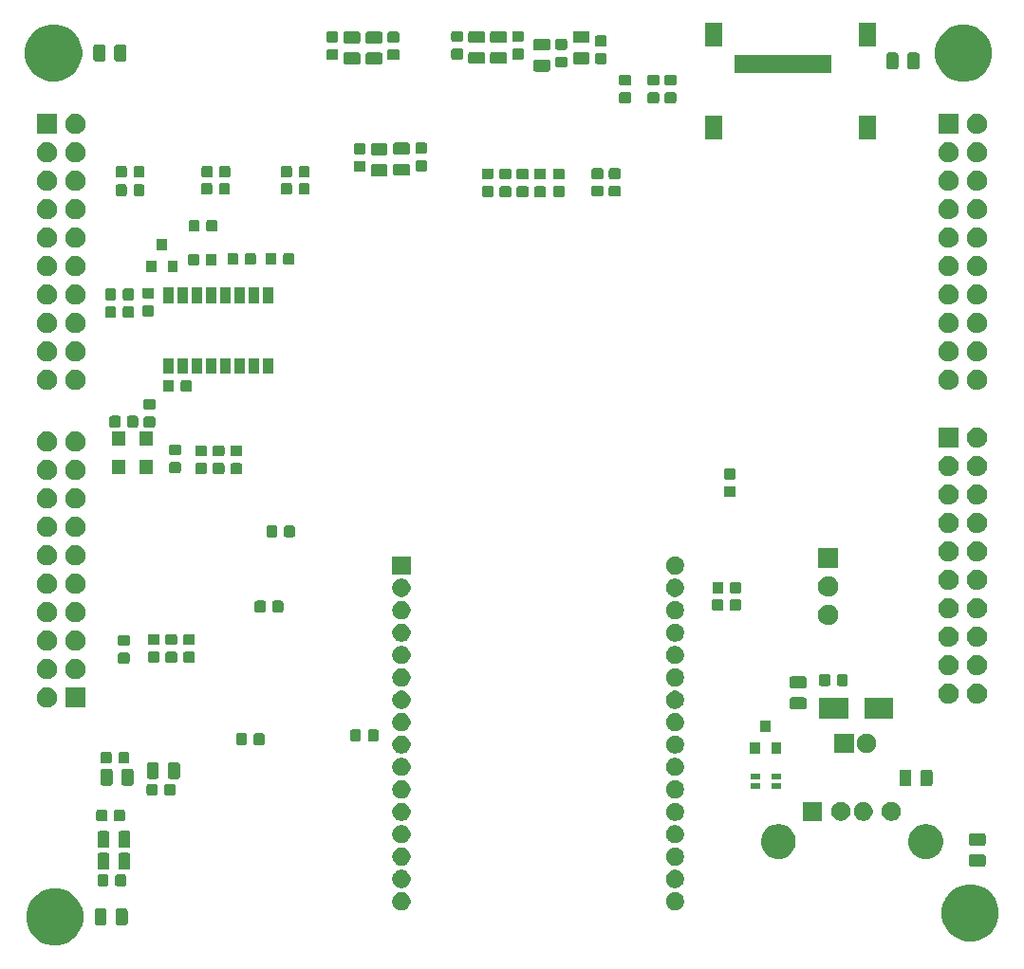
<source format=gbr>
G04 #@! TF.GenerationSoftware,KiCad,Pcbnew,5.1.5-52549c5~86~ubuntu18.04.1*
G04 #@! TF.CreationDate,2020-05-25T12:27:11-05:00*
G04 #@! TF.ProjectId,AICE,41494345-2e6b-4696-9361-645f70636258,rev?*
G04 #@! TF.SameCoordinates,Original*
G04 #@! TF.FileFunction,Soldermask,Bot*
G04 #@! TF.FilePolarity,Negative*
%FSLAX46Y46*%
G04 Gerber Fmt 4.6, Leading zero omitted, Abs format (unit mm)*
G04 Created by KiCad (PCBNEW 5.1.5-52549c5~86~ubuntu18.04.1) date 2020-05-25 12:27:11*
%MOMM*%
%LPD*%
G04 APERTURE LIST*
%ADD10C,0.100000*%
G04 APERTURE END LIST*
D10*
G36*
X38024098Y-142347033D02*
G01*
X38488350Y-142539332D01*
X38488352Y-142539333D01*
X38906168Y-142818509D01*
X39261491Y-143173832D01*
X39540667Y-143591648D01*
X39540668Y-143591650D01*
X39732967Y-144055902D01*
X39831000Y-144548747D01*
X39831000Y-145051253D01*
X39732967Y-145544098D01*
X39540668Y-146008350D01*
X39540667Y-146008352D01*
X39261491Y-146426168D01*
X38906168Y-146781491D01*
X38488352Y-147060667D01*
X38488351Y-147060668D01*
X38488350Y-147060668D01*
X38024098Y-147252967D01*
X37531253Y-147351000D01*
X37028747Y-147351000D01*
X36535902Y-147252967D01*
X36071650Y-147060668D01*
X36071649Y-147060668D01*
X36071648Y-147060667D01*
X35653832Y-146781491D01*
X35298509Y-146426168D01*
X35019333Y-146008352D01*
X35019332Y-146008350D01*
X34827033Y-145544098D01*
X34729000Y-145051253D01*
X34729000Y-144548747D01*
X34827033Y-144055902D01*
X35019332Y-143591650D01*
X35019333Y-143591648D01*
X35298509Y-143173832D01*
X35653832Y-142818509D01*
X36071648Y-142539333D01*
X36071650Y-142539332D01*
X36535902Y-142347033D01*
X37028747Y-142249000D01*
X37531253Y-142249000D01*
X38024098Y-142347033D01*
G37*
G36*
X119694098Y-141997033D02*
G01*
X120158350Y-142189332D01*
X120158352Y-142189333D01*
X120576168Y-142468509D01*
X120931491Y-142823832D01*
X121170970Y-143182238D01*
X121210668Y-143241650D01*
X121402967Y-143705902D01*
X121501000Y-144198747D01*
X121501000Y-144701253D01*
X121402967Y-145194098D01*
X121210668Y-145658350D01*
X121210667Y-145658352D01*
X120931491Y-146076168D01*
X120576168Y-146431491D01*
X120158352Y-146710667D01*
X120158351Y-146710668D01*
X120158350Y-146710668D01*
X119694098Y-146902967D01*
X119201253Y-147001000D01*
X118698747Y-147001000D01*
X118205902Y-146902967D01*
X117741650Y-146710668D01*
X117741649Y-146710668D01*
X117741648Y-146710667D01*
X117323832Y-146431491D01*
X116968509Y-146076168D01*
X116689333Y-145658352D01*
X116689332Y-145658350D01*
X116497033Y-145194098D01*
X116399000Y-144701253D01*
X116399000Y-144198747D01*
X116497033Y-143705902D01*
X116689332Y-143241650D01*
X116729030Y-143182238D01*
X116968509Y-142823832D01*
X117323832Y-142468509D01*
X117741648Y-142189333D01*
X117741650Y-142189332D01*
X118205902Y-141997033D01*
X118698747Y-141899000D01*
X119201253Y-141899000D01*
X119694098Y-141997033D01*
G37*
G36*
X41739468Y-144053565D02*
G01*
X41778138Y-144065296D01*
X41813777Y-144084346D01*
X41845017Y-144109983D01*
X41870654Y-144141223D01*
X41889704Y-144176862D01*
X41901435Y-144215532D01*
X41906000Y-144261888D01*
X41906000Y-145338112D01*
X41901435Y-145384468D01*
X41889704Y-145423138D01*
X41870654Y-145458777D01*
X41845017Y-145490017D01*
X41813777Y-145515654D01*
X41778138Y-145534704D01*
X41739468Y-145546435D01*
X41693112Y-145551000D01*
X41041888Y-145551000D01*
X40995532Y-145546435D01*
X40956862Y-145534704D01*
X40921223Y-145515654D01*
X40889983Y-145490017D01*
X40864346Y-145458777D01*
X40845296Y-145423138D01*
X40833565Y-145384468D01*
X40829000Y-145338112D01*
X40829000Y-144261888D01*
X40833565Y-144215532D01*
X40845296Y-144176862D01*
X40864346Y-144141223D01*
X40889983Y-144109983D01*
X40921223Y-144084346D01*
X40956862Y-144065296D01*
X40995532Y-144053565D01*
X41041888Y-144049000D01*
X41693112Y-144049000D01*
X41739468Y-144053565D01*
G37*
G36*
X43614468Y-144053565D02*
G01*
X43653138Y-144065296D01*
X43688777Y-144084346D01*
X43720017Y-144109983D01*
X43745654Y-144141223D01*
X43764704Y-144176862D01*
X43776435Y-144215532D01*
X43781000Y-144261888D01*
X43781000Y-145338112D01*
X43776435Y-145384468D01*
X43764704Y-145423138D01*
X43745654Y-145458777D01*
X43720017Y-145490017D01*
X43688777Y-145515654D01*
X43653138Y-145534704D01*
X43614468Y-145546435D01*
X43568112Y-145551000D01*
X42916888Y-145551000D01*
X42870532Y-145546435D01*
X42831862Y-145534704D01*
X42796223Y-145515654D01*
X42764983Y-145490017D01*
X42739346Y-145458777D01*
X42720296Y-145423138D01*
X42708565Y-145384468D01*
X42704000Y-145338112D01*
X42704000Y-144261888D01*
X42708565Y-144215532D01*
X42720296Y-144176862D01*
X42739346Y-144141223D01*
X42764983Y-144109983D01*
X42796223Y-144084346D01*
X42831862Y-144065296D01*
X42870532Y-144053565D01*
X42916888Y-144049000D01*
X43568112Y-144049000D01*
X43614468Y-144053565D01*
G37*
G36*
X68438382Y-142637622D02*
G01*
X68586341Y-142698909D01*
X68719495Y-142787879D01*
X68832741Y-142901125D01*
X68921711Y-143034279D01*
X68982998Y-143182238D01*
X69014240Y-143339305D01*
X69014240Y-143499455D01*
X68982998Y-143656522D01*
X68921711Y-143804481D01*
X68832741Y-143937635D01*
X68719495Y-144050881D01*
X68586341Y-144139851D01*
X68438382Y-144201138D01*
X68281315Y-144232380D01*
X68121165Y-144232380D01*
X67964098Y-144201138D01*
X67816139Y-144139851D01*
X67682985Y-144050881D01*
X67569739Y-143937635D01*
X67480769Y-143804481D01*
X67419482Y-143656522D01*
X67388240Y-143499455D01*
X67388240Y-143339305D01*
X67419482Y-143182238D01*
X67480769Y-143034279D01*
X67569739Y-142901125D01*
X67682985Y-142787879D01*
X67816139Y-142698909D01*
X67964098Y-142637622D01*
X68121165Y-142606380D01*
X68281315Y-142606380D01*
X68438382Y-142637622D01*
G37*
G36*
X92838382Y-142637622D02*
G01*
X92986341Y-142698909D01*
X93119495Y-142787879D01*
X93232741Y-142901125D01*
X93321711Y-143034279D01*
X93382998Y-143182238D01*
X93414240Y-143339305D01*
X93414240Y-143499455D01*
X93382998Y-143656522D01*
X93321711Y-143804481D01*
X93232741Y-143937635D01*
X93119495Y-144050881D01*
X92986341Y-144139851D01*
X92838382Y-144201138D01*
X92681315Y-144232380D01*
X92521165Y-144232380D01*
X92364098Y-144201138D01*
X92216139Y-144139851D01*
X92082985Y-144050881D01*
X91969739Y-143937635D01*
X91880769Y-143804481D01*
X91819482Y-143656522D01*
X91788240Y-143499455D01*
X91788240Y-143339305D01*
X91819482Y-143182238D01*
X91880769Y-143034279D01*
X91969739Y-142901125D01*
X92082985Y-142787879D01*
X92216139Y-142698909D01*
X92364098Y-142637622D01*
X92521165Y-142606380D01*
X92681315Y-142606380D01*
X92838382Y-142637622D01*
G37*
G36*
X68438382Y-140637622D02*
G01*
X68586341Y-140698909D01*
X68719495Y-140787879D01*
X68832741Y-140901125D01*
X68921711Y-141034279D01*
X68982998Y-141182238D01*
X69014240Y-141339305D01*
X69014240Y-141499455D01*
X68982998Y-141656522D01*
X68921711Y-141804481D01*
X68832741Y-141937635D01*
X68719495Y-142050881D01*
X68586341Y-142139851D01*
X68438382Y-142201138D01*
X68281315Y-142232380D01*
X68121165Y-142232380D01*
X67964098Y-142201138D01*
X67816139Y-142139851D01*
X67682985Y-142050881D01*
X67569739Y-141937635D01*
X67480769Y-141804481D01*
X67419482Y-141656522D01*
X67388240Y-141499455D01*
X67388240Y-141339305D01*
X67419482Y-141182238D01*
X67480769Y-141034279D01*
X67569739Y-140901125D01*
X67682985Y-140787879D01*
X67816139Y-140698909D01*
X67964098Y-140637622D01*
X68121165Y-140606380D01*
X68281315Y-140606380D01*
X68438382Y-140637622D01*
G37*
G36*
X92838382Y-140637622D02*
G01*
X92986341Y-140698909D01*
X93119495Y-140787879D01*
X93232741Y-140901125D01*
X93321711Y-141034279D01*
X93382998Y-141182238D01*
X93414240Y-141339305D01*
X93414240Y-141499455D01*
X93382998Y-141656522D01*
X93321711Y-141804481D01*
X93232741Y-141937635D01*
X93119495Y-142050881D01*
X92986341Y-142139851D01*
X92838382Y-142201138D01*
X92681315Y-142232380D01*
X92521165Y-142232380D01*
X92364098Y-142201138D01*
X92216139Y-142139851D01*
X92082985Y-142050881D01*
X91969739Y-141937635D01*
X91880769Y-141804481D01*
X91819482Y-141656522D01*
X91788240Y-141499455D01*
X91788240Y-141339305D01*
X91819482Y-141182238D01*
X91880769Y-141034279D01*
X91969739Y-140901125D01*
X92082985Y-140787879D01*
X92216139Y-140698909D01*
X92364098Y-140637622D01*
X92521165Y-140606380D01*
X92681315Y-140606380D01*
X92838382Y-140637622D01*
G37*
G36*
X43489591Y-141018085D02*
G01*
X43523569Y-141028393D01*
X43554890Y-141045134D01*
X43582339Y-141067661D01*
X43604866Y-141095110D01*
X43621607Y-141126431D01*
X43631915Y-141160409D01*
X43636000Y-141201890D01*
X43636000Y-141878110D01*
X43631915Y-141919591D01*
X43621607Y-141953569D01*
X43604866Y-141984890D01*
X43582339Y-142012339D01*
X43554890Y-142034866D01*
X43523569Y-142051607D01*
X43489591Y-142061915D01*
X43448110Y-142066000D01*
X42846890Y-142066000D01*
X42805409Y-142061915D01*
X42771431Y-142051607D01*
X42740110Y-142034866D01*
X42712661Y-142012339D01*
X42690134Y-141984890D01*
X42673393Y-141953569D01*
X42663085Y-141919591D01*
X42659000Y-141878110D01*
X42659000Y-141201890D01*
X42663085Y-141160409D01*
X42673393Y-141126431D01*
X42690134Y-141095110D01*
X42712661Y-141067661D01*
X42740110Y-141045134D01*
X42771431Y-141028393D01*
X42805409Y-141018085D01*
X42846890Y-141014000D01*
X43448110Y-141014000D01*
X43489591Y-141018085D01*
G37*
G36*
X41914591Y-141018085D02*
G01*
X41948569Y-141028393D01*
X41979890Y-141045134D01*
X42007339Y-141067661D01*
X42029866Y-141095110D01*
X42046607Y-141126431D01*
X42056915Y-141160409D01*
X42061000Y-141201890D01*
X42061000Y-141878110D01*
X42056915Y-141919591D01*
X42046607Y-141953569D01*
X42029866Y-141984890D01*
X42007339Y-142012339D01*
X41979890Y-142034866D01*
X41948569Y-142051607D01*
X41914591Y-142061915D01*
X41873110Y-142066000D01*
X41271890Y-142066000D01*
X41230409Y-142061915D01*
X41196431Y-142051607D01*
X41165110Y-142034866D01*
X41137661Y-142012339D01*
X41115134Y-141984890D01*
X41098393Y-141953569D01*
X41088085Y-141919591D01*
X41084000Y-141878110D01*
X41084000Y-141201890D01*
X41088085Y-141160409D01*
X41098393Y-141126431D01*
X41115134Y-141095110D01*
X41137661Y-141067661D01*
X41165110Y-141045134D01*
X41196431Y-141028393D01*
X41230409Y-141018085D01*
X41271890Y-141014000D01*
X41873110Y-141014000D01*
X41914591Y-141018085D01*
G37*
G36*
X43864468Y-139093565D02*
G01*
X43903138Y-139105296D01*
X43938777Y-139124346D01*
X43970017Y-139149983D01*
X43995654Y-139181223D01*
X44014704Y-139216862D01*
X44026435Y-139255532D01*
X44031000Y-139301888D01*
X44031000Y-140378112D01*
X44026435Y-140424468D01*
X44014704Y-140463138D01*
X43995654Y-140498777D01*
X43970017Y-140530017D01*
X43938777Y-140555654D01*
X43903138Y-140574704D01*
X43864468Y-140586435D01*
X43818112Y-140591000D01*
X43166888Y-140591000D01*
X43120532Y-140586435D01*
X43081862Y-140574704D01*
X43046223Y-140555654D01*
X43014983Y-140530017D01*
X42989346Y-140498777D01*
X42970296Y-140463138D01*
X42958565Y-140424468D01*
X42954000Y-140378112D01*
X42954000Y-139301888D01*
X42958565Y-139255532D01*
X42970296Y-139216862D01*
X42989346Y-139181223D01*
X43014983Y-139149983D01*
X43046223Y-139124346D01*
X43081862Y-139105296D01*
X43120532Y-139093565D01*
X43166888Y-139089000D01*
X43818112Y-139089000D01*
X43864468Y-139093565D01*
G37*
G36*
X41989468Y-139093565D02*
G01*
X42028138Y-139105296D01*
X42063777Y-139124346D01*
X42095017Y-139149983D01*
X42120654Y-139181223D01*
X42139704Y-139216862D01*
X42151435Y-139255532D01*
X42156000Y-139301888D01*
X42156000Y-140378112D01*
X42151435Y-140424468D01*
X42139704Y-140463138D01*
X42120654Y-140498777D01*
X42095017Y-140530017D01*
X42063777Y-140555654D01*
X42028138Y-140574704D01*
X41989468Y-140586435D01*
X41943112Y-140591000D01*
X41291888Y-140591000D01*
X41245532Y-140586435D01*
X41206862Y-140574704D01*
X41171223Y-140555654D01*
X41139983Y-140530017D01*
X41114346Y-140498777D01*
X41095296Y-140463138D01*
X41083565Y-140424468D01*
X41079000Y-140378112D01*
X41079000Y-139301888D01*
X41083565Y-139255532D01*
X41095296Y-139216862D01*
X41114346Y-139181223D01*
X41139983Y-139149983D01*
X41171223Y-139124346D01*
X41206862Y-139105296D01*
X41245532Y-139093565D01*
X41291888Y-139089000D01*
X41943112Y-139089000D01*
X41989468Y-139093565D01*
G37*
G36*
X120164468Y-139233565D02*
G01*
X120203138Y-139245296D01*
X120238777Y-139264346D01*
X120270017Y-139289983D01*
X120295654Y-139321223D01*
X120314704Y-139356862D01*
X120326435Y-139395532D01*
X120331000Y-139441888D01*
X120331000Y-140093112D01*
X120326435Y-140139468D01*
X120314704Y-140178138D01*
X120295654Y-140213777D01*
X120270017Y-140245017D01*
X120238777Y-140270654D01*
X120203138Y-140289704D01*
X120164468Y-140301435D01*
X120118112Y-140306000D01*
X119041888Y-140306000D01*
X118995532Y-140301435D01*
X118956862Y-140289704D01*
X118921223Y-140270654D01*
X118889983Y-140245017D01*
X118864346Y-140213777D01*
X118845296Y-140178138D01*
X118833565Y-140139468D01*
X118829000Y-140093112D01*
X118829000Y-139441888D01*
X118833565Y-139395532D01*
X118845296Y-139356862D01*
X118864346Y-139321223D01*
X118889983Y-139289983D01*
X118921223Y-139264346D01*
X118956862Y-139245296D01*
X118995532Y-139233565D01*
X119041888Y-139229000D01*
X120118112Y-139229000D01*
X120164468Y-139233565D01*
G37*
G36*
X68438382Y-138637622D02*
G01*
X68586341Y-138698909D01*
X68719495Y-138787879D01*
X68832741Y-138901125D01*
X68921711Y-139034279D01*
X68982998Y-139182238D01*
X69014240Y-139339305D01*
X69014240Y-139499455D01*
X68982998Y-139656522D01*
X68921711Y-139804481D01*
X68832741Y-139937635D01*
X68719495Y-140050881D01*
X68586341Y-140139851D01*
X68438382Y-140201138D01*
X68281315Y-140232380D01*
X68121165Y-140232380D01*
X67964098Y-140201138D01*
X67816139Y-140139851D01*
X67682985Y-140050881D01*
X67569739Y-139937635D01*
X67480769Y-139804481D01*
X67419482Y-139656522D01*
X67388240Y-139499455D01*
X67388240Y-139339305D01*
X67419482Y-139182238D01*
X67480769Y-139034279D01*
X67569739Y-138901125D01*
X67682985Y-138787879D01*
X67816139Y-138698909D01*
X67964098Y-138637622D01*
X68121165Y-138606380D01*
X68281315Y-138606380D01*
X68438382Y-138637622D01*
G37*
G36*
X92838382Y-138637622D02*
G01*
X92986341Y-138698909D01*
X93119495Y-138787879D01*
X93232741Y-138901125D01*
X93321711Y-139034279D01*
X93382998Y-139182238D01*
X93414240Y-139339305D01*
X93414240Y-139499455D01*
X93382998Y-139656522D01*
X93321711Y-139804481D01*
X93232741Y-139937635D01*
X93119495Y-140050881D01*
X92986341Y-140139851D01*
X92838382Y-140201138D01*
X92681315Y-140232380D01*
X92521165Y-140232380D01*
X92364098Y-140201138D01*
X92216139Y-140139851D01*
X92082985Y-140050881D01*
X91969739Y-139937635D01*
X91880769Y-139804481D01*
X91819482Y-139656522D01*
X91788240Y-139499455D01*
X91788240Y-139339305D01*
X91819482Y-139182238D01*
X91880769Y-139034279D01*
X91969739Y-138901125D01*
X92082985Y-138787879D01*
X92216139Y-138698909D01*
X92364098Y-138637622D01*
X92521165Y-138606380D01*
X92681315Y-138606380D01*
X92838382Y-138637622D01*
G37*
G36*
X102132585Y-136568802D02*
G01*
X102282410Y-136598604D01*
X102564674Y-136715521D01*
X102818705Y-136885259D01*
X103034741Y-137101295D01*
X103204479Y-137355326D01*
X103315456Y-137623250D01*
X103321396Y-137637591D01*
X103381000Y-137937239D01*
X103381000Y-138242761D01*
X103368990Y-138303138D01*
X103321396Y-138542410D01*
X103204479Y-138824674D01*
X103034741Y-139078705D01*
X102818705Y-139294741D01*
X102564674Y-139464479D01*
X102282410Y-139581396D01*
X102132585Y-139611198D01*
X101982761Y-139641000D01*
X101677239Y-139641000D01*
X101527415Y-139611198D01*
X101377590Y-139581396D01*
X101095326Y-139464479D01*
X100841295Y-139294741D01*
X100625259Y-139078705D01*
X100455521Y-138824674D01*
X100338604Y-138542410D01*
X100291010Y-138303138D01*
X100279000Y-138242761D01*
X100279000Y-137937239D01*
X100338604Y-137637591D01*
X100344544Y-137623250D01*
X100455521Y-137355326D01*
X100625259Y-137101295D01*
X100841295Y-136885259D01*
X101095326Y-136715521D01*
X101377590Y-136598604D01*
X101527415Y-136568802D01*
X101677239Y-136539000D01*
X101982761Y-136539000D01*
X102132585Y-136568802D01*
G37*
G36*
X115272585Y-136568802D02*
G01*
X115422410Y-136598604D01*
X115704674Y-136715521D01*
X115958705Y-136885259D01*
X116174741Y-137101295D01*
X116344479Y-137355326D01*
X116455456Y-137623250D01*
X116461396Y-137637591D01*
X116521000Y-137937239D01*
X116521000Y-138242761D01*
X116508990Y-138303138D01*
X116461396Y-138542410D01*
X116344479Y-138824674D01*
X116174741Y-139078705D01*
X115958705Y-139294741D01*
X115704674Y-139464479D01*
X115422410Y-139581396D01*
X115272585Y-139611198D01*
X115122761Y-139641000D01*
X114817239Y-139641000D01*
X114667415Y-139611198D01*
X114517590Y-139581396D01*
X114235326Y-139464479D01*
X113981295Y-139294741D01*
X113765259Y-139078705D01*
X113595521Y-138824674D01*
X113478604Y-138542410D01*
X113431010Y-138303138D01*
X113419000Y-138242761D01*
X113419000Y-137937239D01*
X113478604Y-137637591D01*
X113484544Y-137623250D01*
X113595521Y-137355326D01*
X113765259Y-137101295D01*
X113981295Y-136885259D01*
X114235326Y-136715521D01*
X114517590Y-136598604D01*
X114667415Y-136568802D01*
X114817239Y-136539000D01*
X115122761Y-136539000D01*
X115272585Y-136568802D01*
G37*
G36*
X43864468Y-137143565D02*
G01*
X43903138Y-137155296D01*
X43938777Y-137174346D01*
X43970017Y-137199983D01*
X43995654Y-137231223D01*
X44014704Y-137266862D01*
X44026435Y-137305532D01*
X44031000Y-137351888D01*
X44031000Y-138428112D01*
X44026435Y-138474468D01*
X44014704Y-138513138D01*
X43995654Y-138548777D01*
X43970017Y-138580017D01*
X43938777Y-138605654D01*
X43903138Y-138624704D01*
X43864468Y-138636435D01*
X43818112Y-138641000D01*
X43166888Y-138641000D01*
X43120532Y-138636435D01*
X43081862Y-138624704D01*
X43046223Y-138605654D01*
X43014983Y-138580017D01*
X42989346Y-138548777D01*
X42970296Y-138513138D01*
X42958565Y-138474468D01*
X42954000Y-138428112D01*
X42954000Y-137351888D01*
X42958565Y-137305532D01*
X42970296Y-137266862D01*
X42989346Y-137231223D01*
X43014983Y-137199983D01*
X43046223Y-137174346D01*
X43081862Y-137155296D01*
X43120532Y-137143565D01*
X43166888Y-137139000D01*
X43818112Y-137139000D01*
X43864468Y-137143565D01*
G37*
G36*
X41989468Y-137143565D02*
G01*
X42028138Y-137155296D01*
X42063777Y-137174346D01*
X42095017Y-137199983D01*
X42120654Y-137231223D01*
X42139704Y-137266862D01*
X42151435Y-137305532D01*
X42156000Y-137351888D01*
X42156000Y-138428112D01*
X42151435Y-138474468D01*
X42139704Y-138513138D01*
X42120654Y-138548777D01*
X42095017Y-138580017D01*
X42063777Y-138605654D01*
X42028138Y-138624704D01*
X41989468Y-138636435D01*
X41943112Y-138641000D01*
X41291888Y-138641000D01*
X41245532Y-138636435D01*
X41206862Y-138624704D01*
X41171223Y-138605654D01*
X41139983Y-138580017D01*
X41114346Y-138548777D01*
X41095296Y-138513138D01*
X41083565Y-138474468D01*
X41079000Y-138428112D01*
X41079000Y-137351888D01*
X41083565Y-137305532D01*
X41095296Y-137266862D01*
X41114346Y-137231223D01*
X41139983Y-137199983D01*
X41171223Y-137174346D01*
X41206862Y-137155296D01*
X41245532Y-137143565D01*
X41291888Y-137139000D01*
X41943112Y-137139000D01*
X41989468Y-137143565D01*
G37*
G36*
X120164468Y-137358565D02*
G01*
X120203138Y-137370296D01*
X120238777Y-137389346D01*
X120270017Y-137414983D01*
X120295654Y-137446223D01*
X120314704Y-137481862D01*
X120326435Y-137520532D01*
X120331000Y-137566888D01*
X120331000Y-138218112D01*
X120326435Y-138264468D01*
X120314704Y-138303138D01*
X120295654Y-138338777D01*
X120270017Y-138370017D01*
X120238777Y-138395654D01*
X120203138Y-138414704D01*
X120164468Y-138426435D01*
X120118112Y-138431000D01*
X119041888Y-138431000D01*
X118995532Y-138426435D01*
X118956862Y-138414704D01*
X118921223Y-138395654D01*
X118889983Y-138370017D01*
X118864346Y-138338777D01*
X118845296Y-138303138D01*
X118833565Y-138264468D01*
X118829000Y-138218112D01*
X118829000Y-137566888D01*
X118833565Y-137520532D01*
X118845296Y-137481862D01*
X118864346Y-137446223D01*
X118889983Y-137414983D01*
X118921223Y-137389346D01*
X118956862Y-137370296D01*
X118995532Y-137358565D01*
X119041888Y-137354000D01*
X120118112Y-137354000D01*
X120164468Y-137358565D01*
G37*
G36*
X92838382Y-136637622D02*
G01*
X92986341Y-136698909D01*
X93119495Y-136787879D01*
X93232741Y-136901125D01*
X93321711Y-137034279D01*
X93382998Y-137182238D01*
X93414240Y-137339305D01*
X93414240Y-137499455D01*
X93382998Y-137656522D01*
X93321711Y-137804481D01*
X93232741Y-137937635D01*
X93119495Y-138050881D01*
X92986341Y-138139851D01*
X92838382Y-138201138D01*
X92681315Y-138232380D01*
X92521165Y-138232380D01*
X92364098Y-138201138D01*
X92216139Y-138139851D01*
X92082985Y-138050881D01*
X91969739Y-137937635D01*
X91880769Y-137804481D01*
X91819482Y-137656522D01*
X91788240Y-137499455D01*
X91788240Y-137339305D01*
X91819482Y-137182238D01*
X91880769Y-137034279D01*
X91969739Y-136901125D01*
X92082985Y-136787879D01*
X92216139Y-136698909D01*
X92364098Y-136637622D01*
X92521165Y-136606380D01*
X92681315Y-136606380D01*
X92838382Y-136637622D01*
G37*
G36*
X68438382Y-136637622D02*
G01*
X68586341Y-136698909D01*
X68719495Y-136787879D01*
X68832741Y-136901125D01*
X68921711Y-137034279D01*
X68982998Y-137182238D01*
X69014240Y-137339305D01*
X69014240Y-137499455D01*
X68982998Y-137656522D01*
X68921711Y-137804481D01*
X68832741Y-137937635D01*
X68719495Y-138050881D01*
X68586341Y-138139851D01*
X68438382Y-138201138D01*
X68281315Y-138232380D01*
X68121165Y-138232380D01*
X67964098Y-138201138D01*
X67816139Y-138139851D01*
X67682985Y-138050881D01*
X67569739Y-137937635D01*
X67480769Y-137804481D01*
X67419482Y-137656522D01*
X67388240Y-137499455D01*
X67388240Y-137339305D01*
X67419482Y-137182238D01*
X67480769Y-137034279D01*
X67569739Y-136901125D01*
X67682985Y-136787879D01*
X67816139Y-136698909D01*
X67964098Y-136637622D01*
X68121165Y-136606380D01*
X68281315Y-136606380D01*
X68438382Y-136637622D01*
G37*
G36*
X43379591Y-135228085D02*
G01*
X43413569Y-135238393D01*
X43444890Y-135255134D01*
X43472339Y-135277661D01*
X43494866Y-135305110D01*
X43511607Y-135336431D01*
X43521915Y-135370409D01*
X43526000Y-135411890D01*
X43526000Y-136088110D01*
X43521915Y-136129591D01*
X43511607Y-136163569D01*
X43494866Y-136194890D01*
X43472339Y-136222339D01*
X43444890Y-136244866D01*
X43413569Y-136261607D01*
X43379591Y-136271915D01*
X43338110Y-136276000D01*
X42736890Y-136276000D01*
X42695409Y-136271915D01*
X42661431Y-136261607D01*
X42630110Y-136244866D01*
X42602661Y-136222339D01*
X42580134Y-136194890D01*
X42563393Y-136163569D01*
X42553085Y-136129591D01*
X42549000Y-136088110D01*
X42549000Y-135411890D01*
X42553085Y-135370409D01*
X42563393Y-135336431D01*
X42580134Y-135305110D01*
X42602661Y-135277661D01*
X42630110Y-135255134D01*
X42661431Y-135238393D01*
X42695409Y-135228085D01*
X42736890Y-135224000D01*
X43338110Y-135224000D01*
X43379591Y-135228085D01*
G37*
G36*
X41804591Y-135228085D02*
G01*
X41838569Y-135238393D01*
X41869890Y-135255134D01*
X41897339Y-135277661D01*
X41919866Y-135305110D01*
X41936607Y-135336431D01*
X41946915Y-135370409D01*
X41951000Y-135411890D01*
X41951000Y-136088110D01*
X41946915Y-136129591D01*
X41936607Y-136163569D01*
X41919866Y-136194890D01*
X41897339Y-136222339D01*
X41869890Y-136244866D01*
X41838569Y-136261607D01*
X41804591Y-136271915D01*
X41763110Y-136276000D01*
X41161890Y-136276000D01*
X41120409Y-136271915D01*
X41086431Y-136261607D01*
X41055110Y-136244866D01*
X41027661Y-136222339D01*
X41005134Y-136194890D01*
X40988393Y-136163569D01*
X40978085Y-136129591D01*
X40974000Y-136088110D01*
X40974000Y-135411890D01*
X40978085Y-135370409D01*
X40988393Y-135336431D01*
X41005134Y-135305110D01*
X41027661Y-135277661D01*
X41055110Y-135255134D01*
X41086431Y-135238393D01*
X41120409Y-135228085D01*
X41161890Y-135224000D01*
X41763110Y-135224000D01*
X41804591Y-135228085D01*
G37*
G36*
X92838382Y-134637622D02*
G01*
X92986341Y-134698909D01*
X93119495Y-134787879D01*
X93232741Y-134901125D01*
X93321711Y-135034279D01*
X93382998Y-135182238D01*
X93414240Y-135339305D01*
X93414240Y-135499455D01*
X93382998Y-135656522D01*
X93321711Y-135804481D01*
X93232741Y-135937635D01*
X93119495Y-136050881D01*
X92986341Y-136139851D01*
X92838382Y-136201138D01*
X92681315Y-136232380D01*
X92521165Y-136232380D01*
X92364098Y-136201138D01*
X92216139Y-136139851D01*
X92082985Y-136050881D01*
X91969739Y-135937635D01*
X91880769Y-135804481D01*
X91819482Y-135656522D01*
X91788240Y-135499455D01*
X91788240Y-135339305D01*
X91819482Y-135182238D01*
X91880769Y-135034279D01*
X91969739Y-134901125D01*
X92082985Y-134787879D01*
X92216139Y-134698909D01*
X92364098Y-134637622D01*
X92521165Y-134606380D01*
X92681315Y-134606380D01*
X92838382Y-134637622D01*
G37*
G36*
X68438382Y-134637622D02*
G01*
X68586341Y-134698909D01*
X68719495Y-134787879D01*
X68832741Y-134901125D01*
X68921711Y-135034279D01*
X68982998Y-135182238D01*
X69014240Y-135339305D01*
X69014240Y-135499455D01*
X68982998Y-135656522D01*
X68921711Y-135804481D01*
X68832741Y-135937635D01*
X68719495Y-136050881D01*
X68586341Y-136139851D01*
X68438382Y-136201138D01*
X68281315Y-136232380D01*
X68121165Y-136232380D01*
X67964098Y-136201138D01*
X67816139Y-136139851D01*
X67682985Y-136050881D01*
X67569739Y-135937635D01*
X67480769Y-135804481D01*
X67419482Y-135656522D01*
X67388240Y-135499455D01*
X67388240Y-135339305D01*
X67419482Y-135182238D01*
X67480769Y-135034279D01*
X67569739Y-134901125D01*
X67682985Y-134787879D01*
X67816139Y-134698909D01*
X67964098Y-134637622D01*
X68121165Y-134606380D01*
X68281315Y-134606380D01*
X68438382Y-134637622D01*
G37*
G36*
X105751000Y-136231000D02*
G01*
X104049000Y-136231000D01*
X104049000Y-134529000D01*
X105751000Y-134529000D01*
X105751000Y-136231000D01*
G37*
G36*
X107648228Y-134561703D02*
G01*
X107803100Y-134625853D01*
X107942481Y-134718985D01*
X108061015Y-134837519D01*
X108154147Y-134976900D01*
X108218297Y-135131772D01*
X108251000Y-135296184D01*
X108251000Y-135463816D01*
X108218297Y-135628228D01*
X108154147Y-135783100D01*
X108061015Y-135922481D01*
X107942481Y-136041015D01*
X107803100Y-136134147D01*
X107648228Y-136198297D01*
X107483816Y-136231000D01*
X107316184Y-136231000D01*
X107151772Y-136198297D01*
X106996900Y-136134147D01*
X106857519Y-136041015D01*
X106738985Y-135922481D01*
X106645853Y-135783100D01*
X106581703Y-135628228D01*
X106549000Y-135463816D01*
X106549000Y-135296184D01*
X106581703Y-135131772D01*
X106645853Y-134976900D01*
X106738985Y-134837519D01*
X106857519Y-134718985D01*
X106996900Y-134625853D01*
X107151772Y-134561703D01*
X107316184Y-134529000D01*
X107483816Y-134529000D01*
X107648228Y-134561703D01*
G37*
G36*
X109648228Y-134561703D02*
G01*
X109803100Y-134625853D01*
X109942481Y-134718985D01*
X110061015Y-134837519D01*
X110154147Y-134976900D01*
X110218297Y-135131772D01*
X110251000Y-135296184D01*
X110251000Y-135463816D01*
X110218297Y-135628228D01*
X110154147Y-135783100D01*
X110061015Y-135922481D01*
X109942481Y-136041015D01*
X109803100Y-136134147D01*
X109648228Y-136198297D01*
X109483816Y-136231000D01*
X109316184Y-136231000D01*
X109151772Y-136198297D01*
X108996900Y-136134147D01*
X108857519Y-136041015D01*
X108738985Y-135922481D01*
X108645853Y-135783100D01*
X108581703Y-135628228D01*
X108549000Y-135463816D01*
X108549000Y-135296184D01*
X108581703Y-135131772D01*
X108645853Y-134976900D01*
X108738985Y-134837519D01*
X108857519Y-134718985D01*
X108996900Y-134625853D01*
X109151772Y-134561703D01*
X109316184Y-134529000D01*
X109483816Y-134529000D01*
X109648228Y-134561703D01*
G37*
G36*
X112148228Y-134561703D02*
G01*
X112303100Y-134625853D01*
X112442481Y-134718985D01*
X112561015Y-134837519D01*
X112654147Y-134976900D01*
X112718297Y-135131772D01*
X112751000Y-135296184D01*
X112751000Y-135463816D01*
X112718297Y-135628228D01*
X112654147Y-135783100D01*
X112561015Y-135922481D01*
X112442481Y-136041015D01*
X112303100Y-136134147D01*
X112148228Y-136198297D01*
X111983816Y-136231000D01*
X111816184Y-136231000D01*
X111651772Y-136198297D01*
X111496900Y-136134147D01*
X111357519Y-136041015D01*
X111238985Y-135922481D01*
X111145853Y-135783100D01*
X111081703Y-135628228D01*
X111049000Y-135463816D01*
X111049000Y-135296184D01*
X111081703Y-135131772D01*
X111145853Y-134976900D01*
X111238985Y-134837519D01*
X111357519Y-134718985D01*
X111496900Y-134625853D01*
X111651772Y-134561703D01*
X111816184Y-134529000D01*
X111983816Y-134529000D01*
X112148228Y-134561703D01*
G37*
G36*
X92838382Y-132637622D02*
G01*
X92986341Y-132698909D01*
X93119495Y-132787879D01*
X93232741Y-132901125D01*
X93321711Y-133034279D01*
X93382998Y-133182238D01*
X93414240Y-133339305D01*
X93414240Y-133499455D01*
X93382998Y-133656522D01*
X93321711Y-133804481D01*
X93232741Y-133937635D01*
X93119495Y-134050881D01*
X92986341Y-134139851D01*
X92838382Y-134201138D01*
X92681315Y-134232380D01*
X92521165Y-134232380D01*
X92364098Y-134201138D01*
X92216139Y-134139851D01*
X92082985Y-134050881D01*
X91969739Y-133937635D01*
X91880769Y-133804481D01*
X91819482Y-133656522D01*
X91788240Y-133499455D01*
X91788240Y-133339305D01*
X91819482Y-133182238D01*
X91880769Y-133034279D01*
X91969739Y-132901125D01*
X92082985Y-132787879D01*
X92216139Y-132698909D01*
X92364098Y-132637622D01*
X92521165Y-132606380D01*
X92681315Y-132606380D01*
X92838382Y-132637622D01*
G37*
G36*
X68438382Y-132637622D02*
G01*
X68586341Y-132698909D01*
X68719495Y-132787879D01*
X68832741Y-132901125D01*
X68921711Y-133034279D01*
X68982998Y-133182238D01*
X69014240Y-133339305D01*
X69014240Y-133499455D01*
X68982998Y-133656522D01*
X68921711Y-133804481D01*
X68832741Y-133937635D01*
X68719495Y-134050881D01*
X68586341Y-134139851D01*
X68438382Y-134201138D01*
X68281315Y-134232380D01*
X68121165Y-134232380D01*
X67964098Y-134201138D01*
X67816139Y-134139851D01*
X67682985Y-134050881D01*
X67569739Y-133937635D01*
X67480769Y-133804481D01*
X67419482Y-133656522D01*
X67388240Y-133499455D01*
X67388240Y-133339305D01*
X67419482Y-133182238D01*
X67480769Y-133034279D01*
X67569739Y-132901125D01*
X67682985Y-132787879D01*
X67816139Y-132698909D01*
X67964098Y-132637622D01*
X68121165Y-132606380D01*
X68281315Y-132606380D01*
X68438382Y-132637622D01*
G37*
G36*
X46299591Y-132928085D02*
G01*
X46333569Y-132938393D01*
X46364890Y-132955134D01*
X46392339Y-132977661D01*
X46414866Y-133005110D01*
X46431607Y-133036431D01*
X46441915Y-133070409D01*
X46446000Y-133111890D01*
X46446000Y-133788110D01*
X46441915Y-133829591D01*
X46431607Y-133863569D01*
X46414866Y-133894890D01*
X46392339Y-133922339D01*
X46364890Y-133944866D01*
X46333569Y-133961607D01*
X46299591Y-133971915D01*
X46258110Y-133976000D01*
X45656890Y-133976000D01*
X45615409Y-133971915D01*
X45581431Y-133961607D01*
X45550110Y-133944866D01*
X45522661Y-133922339D01*
X45500134Y-133894890D01*
X45483393Y-133863569D01*
X45473085Y-133829591D01*
X45469000Y-133788110D01*
X45469000Y-133111890D01*
X45473085Y-133070409D01*
X45483393Y-133036431D01*
X45500134Y-133005110D01*
X45522661Y-132977661D01*
X45550110Y-132955134D01*
X45581431Y-132938393D01*
X45615409Y-132928085D01*
X45656890Y-132924000D01*
X46258110Y-132924000D01*
X46299591Y-132928085D01*
G37*
G36*
X47874591Y-132928085D02*
G01*
X47908569Y-132938393D01*
X47939890Y-132955134D01*
X47967339Y-132977661D01*
X47989866Y-133005110D01*
X48006607Y-133036431D01*
X48016915Y-133070409D01*
X48021000Y-133111890D01*
X48021000Y-133788110D01*
X48016915Y-133829591D01*
X48006607Y-133863569D01*
X47989866Y-133894890D01*
X47967339Y-133922339D01*
X47939890Y-133944866D01*
X47908569Y-133961607D01*
X47874591Y-133971915D01*
X47833110Y-133976000D01*
X47231890Y-133976000D01*
X47190409Y-133971915D01*
X47156431Y-133961607D01*
X47125110Y-133944866D01*
X47097661Y-133922339D01*
X47075134Y-133894890D01*
X47058393Y-133863569D01*
X47048085Y-133829591D01*
X47044000Y-133788110D01*
X47044000Y-133111890D01*
X47048085Y-133070409D01*
X47058393Y-133036431D01*
X47075134Y-133005110D01*
X47097661Y-132977661D01*
X47125110Y-132955134D01*
X47156431Y-132938393D01*
X47190409Y-132928085D01*
X47231890Y-132924000D01*
X47833110Y-132924000D01*
X47874591Y-132928085D01*
G37*
G36*
X102074000Y-133355000D02*
G01*
X101222000Y-133355000D01*
X101222000Y-132853000D01*
X102074000Y-132853000D01*
X102074000Y-133355000D01*
G37*
G36*
X100224000Y-133355000D02*
G01*
X99372000Y-133355000D01*
X99372000Y-132853000D01*
X100224000Y-132853000D01*
X100224000Y-133355000D01*
G37*
G36*
X115409468Y-131663565D02*
G01*
X115448138Y-131675296D01*
X115483777Y-131694346D01*
X115515017Y-131719983D01*
X115540654Y-131751223D01*
X115559704Y-131786862D01*
X115571435Y-131825532D01*
X115576000Y-131871888D01*
X115576000Y-132948112D01*
X115571435Y-132994468D01*
X115559704Y-133033138D01*
X115540654Y-133068777D01*
X115515017Y-133100017D01*
X115483777Y-133125654D01*
X115448138Y-133144704D01*
X115409468Y-133156435D01*
X115363112Y-133161000D01*
X114711888Y-133161000D01*
X114665532Y-133156435D01*
X114626862Y-133144704D01*
X114591223Y-133125654D01*
X114559983Y-133100017D01*
X114534346Y-133068777D01*
X114515296Y-133033138D01*
X114503565Y-132994468D01*
X114499000Y-132948112D01*
X114499000Y-131871888D01*
X114503565Y-131825532D01*
X114515296Y-131786862D01*
X114534346Y-131751223D01*
X114559983Y-131719983D01*
X114591223Y-131694346D01*
X114626862Y-131675296D01*
X114665532Y-131663565D01*
X114711888Y-131659000D01*
X115363112Y-131659000D01*
X115409468Y-131663565D01*
G37*
G36*
X113534468Y-131663565D02*
G01*
X113573138Y-131675296D01*
X113608777Y-131694346D01*
X113640017Y-131719983D01*
X113665654Y-131751223D01*
X113684704Y-131786862D01*
X113696435Y-131825532D01*
X113701000Y-131871888D01*
X113701000Y-132948112D01*
X113696435Y-132994468D01*
X113684704Y-133033138D01*
X113665654Y-133068777D01*
X113640017Y-133100017D01*
X113608777Y-133125654D01*
X113573138Y-133144704D01*
X113534468Y-133156435D01*
X113488112Y-133161000D01*
X112836888Y-133161000D01*
X112790532Y-133156435D01*
X112751862Y-133144704D01*
X112716223Y-133125654D01*
X112684983Y-133100017D01*
X112659346Y-133068777D01*
X112640296Y-133033138D01*
X112628565Y-132994468D01*
X112624000Y-132948112D01*
X112624000Y-131871888D01*
X112628565Y-131825532D01*
X112640296Y-131786862D01*
X112659346Y-131751223D01*
X112684983Y-131719983D01*
X112716223Y-131694346D01*
X112751862Y-131675296D01*
X112790532Y-131663565D01*
X112836888Y-131659000D01*
X113488112Y-131659000D01*
X113534468Y-131663565D01*
G37*
G36*
X44134468Y-131583565D02*
G01*
X44173138Y-131595296D01*
X44208777Y-131614346D01*
X44240017Y-131639983D01*
X44265654Y-131671223D01*
X44284704Y-131706862D01*
X44296435Y-131745532D01*
X44301000Y-131791888D01*
X44301000Y-132868112D01*
X44296435Y-132914468D01*
X44284704Y-132953138D01*
X44265654Y-132988777D01*
X44240017Y-133020017D01*
X44208777Y-133045654D01*
X44173138Y-133064704D01*
X44134468Y-133076435D01*
X44088112Y-133081000D01*
X43436888Y-133081000D01*
X43390532Y-133076435D01*
X43351862Y-133064704D01*
X43316223Y-133045654D01*
X43284983Y-133020017D01*
X43259346Y-132988777D01*
X43240296Y-132953138D01*
X43228565Y-132914468D01*
X43224000Y-132868112D01*
X43224000Y-131791888D01*
X43228565Y-131745532D01*
X43240296Y-131706862D01*
X43259346Y-131671223D01*
X43284983Y-131639983D01*
X43316223Y-131614346D01*
X43351862Y-131595296D01*
X43390532Y-131583565D01*
X43436888Y-131579000D01*
X44088112Y-131579000D01*
X44134468Y-131583565D01*
G37*
G36*
X42259468Y-131583565D02*
G01*
X42298138Y-131595296D01*
X42333777Y-131614346D01*
X42365017Y-131639983D01*
X42390654Y-131671223D01*
X42409704Y-131706862D01*
X42421435Y-131745532D01*
X42426000Y-131791888D01*
X42426000Y-132868112D01*
X42421435Y-132914468D01*
X42409704Y-132953138D01*
X42390654Y-132988777D01*
X42365017Y-133020017D01*
X42333777Y-133045654D01*
X42298138Y-133064704D01*
X42259468Y-133076435D01*
X42213112Y-133081000D01*
X41561888Y-133081000D01*
X41515532Y-133076435D01*
X41476862Y-133064704D01*
X41441223Y-133045654D01*
X41409983Y-133020017D01*
X41384346Y-132988777D01*
X41365296Y-132953138D01*
X41353565Y-132914468D01*
X41349000Y-132868112D01*
X41349000Y-131791888D01*
X41353565Y-131745532D01*
X41365296Y-131706862D01*
X41384346Y-131671223D01*
X41409983Y-131639983D01*
X41441223Y-131614346D01*
X41476862Y-131595296D01*
X41515532Y-131583565D01*
X41561888Y-131579000D01*
X42213112Y-131579000D01*
X42259468Y-131583565D01*
G37*
G36*
X102074000Y-132505000D02*
G01*
X101222000Y-132505000D01*
X101222000Y-132003000D01*
X102074000Y-132003000D01*
X102074000Y-132505000D01*
G37*
G36*
X100224000Y-132505000D02*
G01*
X99372000Y-132505000D01*
X99372000Y-132003000D01*
X100224000Y-132003000D01*
X100224000Y-132505000D01*
G37*
G36*
X46394468Y-130993565D02*
G01*
X46433138Y-131005296D01*
X46468777Y-131024346D01*
X46500017Y-131049983D01*
X46525654Y-131081223D01*
X46544704Y-131116862D01*
X46556435Y-131155532D01*
X46561000Y-131201888D01*
X46561000Y-132278112D01*
X46556435Y-132324468D01*
X46544704Y-132363138D01*
X46525654Y-132398777D01*
X46500017Y-132430017D01*
X46468777Y-132455654D01*
X46433138Y-132474704D01*
X46394468Y-132486435D01*
X46348112Y-132491000D01*
X45696888Y-132491000D01*
X45650532Y-132486435D01*
X45611862Y-132474704D01*
X45576223Y-132455654D01*
X45544983Y-132430017D01*
X45519346Y-132398777D01*
X45500296Y-132363138D01*
X45488565Y-132324468D01*
X45484000Y-132278112D01*
X45484000Y-131201888D01*
X45488565Y-131155532D01*
X45500296Y-131116862D01*
X45519346Y-131081223D01*
X45544983Y-131049983D01*
X45576223Y-131024346D01*
X45611862Y-131005296D01*
X45650532Y-130993565D01*
X45696888Y-130989000D01*
X46348112Y-130989000D01*
X46394468Y-130993565D01*
G37*
G36*
X48269468Y-130993565D02*
G01*
X48308138Y-131005296D01*
X48343777Y-131024346D01*
X48375017Y-131049983D01*
X48400654Y-131081223D01*
X48419704Y-131116862D01*
X48431435Y-131155532D01*
X48436000Y-131201888D01*
X48436000Y-132278112D01*
X48431435Y-132324468D01*
X48419704Y-132363138D01*
X48400654Y-132398777D01*
X48375017Y-132430017D01*
X48343777Y-132455654D01*
X48308138Y-132474704D01*
X48269468Y-132486435D01*
X48223112Y-132491000D01*
X47571888Y-132491000D01*
X47525532Y-132486435D01*
X47486862Y-132474704D01*
X47451223Y-132455654D01*
X47419983Y-132430017D01*
X47394346Y-132398777D01*
X47375296Y-132363138D01*
X47363565Y-132324468D01*
X47359000Y-132278112D01*
X47359000Y-131201888D01*
X47363565Y-131155532D01*
X47375296Y-131116862D01*
X47394346Y-131081223D01*
X47419983Y-131049983D01*
X47451223Y-131024346D01*
X47486862Y-131005296D01*
X47525532Y-130993565D01*
X47571888Y-130989000D01*
X48223112Y-130989000D01*
X48269468Y-130993565D01*
G37*
G36*
X68438382Y-130637622D02*
G01*
X68586341Y-130698909D01*
X68719495Y-130787879D01*
X68832741Y-130901125D01*
X68921711Y-131034279D01*
X68982998Y-131182238D01*
X69014240Y-131339305D01*
X69014240Y-131499455D01*
X68982998Y-131656522D01*
X68921711Y-131804481D01*
X68832741Y-131937635D01*
X68719495Y-132050881D01*
X68586341Y-132139851D01*
X68438382Y-132201138D01*
X68281315Y-132232380D01*
X68121165Y-132232380D01*
X67964098Y-132201138D01*
X67816139Y-132139851D01*
X67682985Y-132050881D01*
X67569739Y-131937635D01*
X67480769Y-131804481D01*
X67419482Y-131656522D01*
X67388240Y-131499455D01*
X67388240Y-131339305D01*
X67419482Y-131182238D01*
X67480769Y-131034279D01*
X67569739Y-130901125D01*
X67682985Y-130787879D01*
X67816139Y-130698909D01*
X67964098Y-130637622D01*
X68121165Y-130606380D01*
X68281315Y-130606380D01*
X68438382Y-130637622D01*
G37*
G36*
X92838382Y-130637622D02*
G01*
X92986341Y-130698909D01*
X93119495Y-130787879D01*
X93232741Y-130901125D01*
X93321711Y-131034279D01*
X93382998Y-131182238D01*
X93414240Y-131339305D01*
X93414240Y-131499455D01*
X93382998Y-131656522D01*
X93321711Y-131804481D01*
X93232741Y-131937635D01*
X93119495Y-132050881D01*
X92986341Y-132139851D01*
X92838382Y-132201138D01*
X92681315Y-132232380D01*
X92521165Y-132232380D01*
X92364098Y-132201138D01*
X92216139Y-132139851D01*
X92082985Y-132050881D01*
X91969739Y-131937635D01*
X91880769Y-131804481D01*
X91819482Y-131656522D01*
X91788240Y-131499455D01*
X91788240Y-131339305D01*
X91819482Y-131182238D01*
X91880769Y-131034279D01*
X91969739Y-130901125D01*
X92082985Y-130787879D01*
X92216139Y-130698909D01*
X92364098Y-130637622D01*
X92521165Y-130606380D01*
X92681315Y-130606380D01*
X92838382Y-130637622D01*
G37*
G36*
X42194591Y-130078085D02*
G01*
X42228569Y-130088393D01*
X42259890Y-130105134D01*
X42287339Y-130127661D01*
X42309866Y-130155110D01*
X42326607Y-130186431D01*
X42336915Y-130220409D01*
X42341000Y-130261890D01*
X42341000Y-130938110D01*
X42336915Y-130979591D01*
X42326607Y-131013569D01*
X42309866Y-131044890D01*
X42287339Y-131072339D01*
X42259890Y-131094866D01*
X42228569Y-131111607D01*
X42194591Y-131121915D01*
X42153110Y-131126000D01*
X41551890Y-131126000D01*
X41510409Y-131121915D01*
X41476431Y-131111607D01*
X41445110Y-131094866D01*
X41417661Y-131072339D01*
X41395134Y-131044890D01*
X41378393Y-131013569D01*
X41368085Y-130979591D01*
X41364000Y-130938110D01*
X41364000Y-130261890D01*
X41368085Y-130220409D01*
X41378393Y-130186431D01*
X41395134Y-130155110D01*
X41417661Y-130127661D01*
X41445110Y-130105134D01*
X41476431Y-130088393D01*
X41510409Y-130078085D01*
X41551890Y-130074000D01*
X42153110Y-130074000D01*
X42194591Y-130078085D01*
G37*
G36*
X43769591Y-130078085D02*
G01*
X43803569Y-130088393D01*
X43834890Y-130105134D01*
X43862339Y-130127661D01*
X43884866Y-130155110D01*
X43901607Y-130186431D01*
X43911915Y-130220409D01*
X43916000Y-130261890D01*
X43916000Y-130938110D01*
X43911915Y-130979591D01*
X43901607Y-131013569D01*
X43884866Y-131044890D01*
X43862339Y-131072339D01*
X43834890Y-131094866D01*
X43803569Y-131111607D01*
X43769591Y-131121915D01*
X43728110Y-131126000D01*
X43126890Y-131126000D01*
X43085409Y-131121915D01*
X43051431Y-131111607D01*
X43020110Y-131094866D01*
X42992661Y-131072339D01*
X42970134Y-131044890D01*
X42953393Y-131013569D01*
X42943085Y-130979591D01*
X42939000Y-130938110D01*
X42939000Y-130261890D01*
X42943085Y-130220409D01*
X42953393Y-130186431D01*
X42970134Y-130155110D01*
X42992661Y-130127661D01*
X43020110Y-130105134D01*
X43051431Y-130088393D01*
X43085409Y-130078085D01*
X43126890Y-130074000D01*
X43728110Y-130074000D01*
X43769591Y-130078085D01*
G37*
G36*
X102099000Y-130265000D02*
G01*
X101197000Y-130265000D01*
X101197000Y-129263000D01*
X102099000Y-129263000D01*
X102099000Y-130265000D01*
G37*
G36*
X100199000Y-130265000D02*
G01*
X99297000Y-130265000D01*
X99297000Y-129263000D01*
X100199000Y-129263000D01*
X100199000Y-130265000D01*
G37*
G36*
X68438382Y-128637622D02*
G01*
X68586341Y-128698909D01*
X68719495Y-128787879D01*
X68832741Y-128901125D01*
X68921711Y-129034279D01*
X68982998Y-129182238D01*
X69014240Y-129339305D01*
X69014240Y-129499455D01*
X68982998Y-129656522D01*
X68921711Y-129804481D01*
X68832741Y-129937635D01*
X68719495Y-130050881D01*
X68586341Y-130139851D01*
X68438382Y-130201138D01*
X68281315Y-130232380D01*
X68121165Y-130232380D01*
X67964098Y-130201138D01*
X67816139Y-130139851D01*
X67682985Y-130050881D01*
X67569739Y-129937635D01*
X67480769Y-129804481D01*
X67419482Y-129656522D01*
X67388240Y-129499455D01*
X67388240Y-129339305D01*
X67419482Y-129182238D01*
X67480769Y-129034279D01*
X67569739Y-128901125D01*
X67682985Y-128787879D01*
X67816139Y-128698909D01*
X67964098Y-128637622D01*
X68121165Y-128606380D01*
X68281315Y-128606380D01*
X68438382Y-128637622D01*
G37*
G36*
X92838382Y-128637622D02*
G01*
X92986341Y-128698909D01*
X93119495Y-128787879D01*
X93232741Y-128901125D01*
X93321711Y-129034279D01*
X93382998Y-129182238D01*
X93414240Y-129339305D01*
X93414240Y-129499455D01*
X93382998Y-129656522D01*
X93321711Y-129804481D01*
X93232741Y-129937635D01*
X93119495Y-130050881D01*
X92986341Y-130139851D01*
X92838382Y-130201138D01*
X92681315Y-130232380D01*
X92521165Y-130232380D01*
X92364098Y-130201138D01*
X92216139Y-130139851D01*
X92082985Y-130050881D01*
X91969739Y-129937635D01*
X91880769Y-129804481D01*
X91819482Y-129656522D01*
X91788240Y-129499455D01*
X91788240Y-129339305D01*
X91819482Y-129182238D01*
X91880769Y-129034279D01*
X91969739Y-128901125D01*
X92082985Y-128787879D01*
X92216139Y-128698909D01*
X92364098Y-128637622D01*
X92521165Y-128606380D01*
X92681315Y-128606380D01*
X92838382Y-128637622D01*
G37*
G36*
X108551000Y-130151000D02*
G01*
X106849000Y-130151000D01*
X106849000Y-128449000D01*
X108551000Y-128449000D01*
X108551000Y-130151000D01*
G37*
G36*
X109948228Y-128481703D02*
G01*
X110103100Y-128545853D01*
X110242481Y-128638985D01*
X110361015Y-128757519D01*
X110454147Y-128896900D01*
X110518297Y-129051772D01*
X110551000Y-129216184D01*
X110551000Y-129383816D01*
X110518297Y-129548228D01*
X110454147Y-129703100D01*
X110361015Y-129842481D01*
X110242481Y-129961015D01*
X110103100Y-130054147D01*
X109948228Y-130118297D01*
X109783816Y-130151000D01*
X109616184Y-130151000D01*
X109451772Y-130118297D01*
X109296900Y-130054147D01*
X109157519Y-129961015D01*
X109038985Y-129842481D01*
X108945853Y-129703100D01*
X108881703Y-129548228D01*
X108849000Y-129383816D01*
X108849000Y-129216184D01*
X108881703Y-129051772D01*
X108945853Y-128896900D01*
X109038985Y-128757519D01*
X109157519Y-128638985D01*
X109296900Y-128545853D01*
X109451772Y-128481703D01*
X109616184Y-128449000D01*
X109783816Y-128449000D01*
X109948228Y-128481703D01*
G37*
G36*
X54277591Y-128414085D02*
G01*
X54311569Y-128424393D01*
X54342890Y-128441134D01*
X54370339Y-128463661D01*
X54392866Y-128491110D01*
X54409607Y-128522431D01*
X54419915Y-128556409D01*
X54424000Y-128597890D01*
X54424000Y-129274110D01*
X54419915Y-129315591D01*
X54409607Y-129349569D01*
X54392866Y-129380890D01*
X54370339Y-129408339D01*
X54342890Y-129430866D01*
X54311569Y-129447607D01*
X54277591Y-129457915D01*
X54236110Y-129462000D01*
X53634890Y-129462000D01*
X53593409Y-129457915D01*
X53559431Y-129447607D01*
X53528110Y-129430866D01*
X53500661Y-129408339D01*
X53478134Y-129380890D01*
X53461393Y-129349569D01*
X53451085Y-129315591D01*
X53447000Y-129274110D01*
X53447000Y-128597890D01*
X53451085Y-128556409D01*
X53461393Y-128522431D01*
X53478134Y-128491110D01*
X53500661Y-128463661D01*
X53528110Y-128441134D01*
X53559431Y-128424393D01*
X53593409Y-128414085D01*
X53634890Y-128410000D01*
X54236110Y-128410000D01*
X54277591Y-128414085D01*
G37*
G36*
X55852591Y-128414085D02*
G01*
X55886569Y-128424393D01*
X55917890Y-128441134D01*
X55945339Y-128463661D01*
X55967866Y-128491110D01*
X55984607Y-128522431D01*
X55994915Y-128556409D01*
X55999000Y-128597890D01*
X55999000Y-129274110D01*
X55994915Y-129315591D01*
X55984607Y-129349569D01*
X55967866Y-129380890D01*
X55945339Y-129408339D01*
X55917890Y-129430866D01*
X55886569Y-129447607D01*
X55852591Y-129457915D01*
X55811110Y-129462000D01*
X55209890Y-129462000D01*
X55168409Y-129457915D01*
X55134431Y-129447607D01*
X55103110Y-129430866D01*
X55075661Y-129408339D01*
X55053134Y-129380890D01*
X55036393Y-129349569D01*
X55026085Y-129315591D01*
X55022000Y-129274110D01*
X55022000Y-128597890D01*
X55026085Y-128556409D01*
X55036393Y-128522431D01*
X55053134Y-128491110D01*
X55075661Y-128463661D01*
X55103110Y-128441134D01*
X55134431Y-128424393D01*
X55168409Y-128414085D01*
X55209890Y-128410000D01*
X55811110Y-128410000D01*
X55852591Y-128414085D01*
G37*
G36*
X66029591Y-128078085D02*
G01*
X66063569Y-128088393D01*
X66094890Y-128105134D01*
X66122339Y-128127661D01*
X66144866Y-128155110D01*
X66161607Y-128186431D01*
X66171915Y-128220409D01*
X66176000Y-128261890D01*
X66176000Y-128938110D01*
X66171915Y-128979591D01*
X66161607Y-129013569D01*
X66144866Y-129044890D01*
X66122339Y-129072339D01*
X66094890Y-129094866D01*
X66063569Y-129111607D01*
X66029591Y-129121915D01*
X65988110Y-129126000D01*
X65386890Y-129126000D01*
X65345409Y-129121915D01*
X65311431Y-129111607D01*
X65280110Y-129094866D01*
X65252661Y-129072339D01*
X65230134Y-129044890D01*
X65213393Y-129013569D01*
X65203085Y-128979591D01*
X65199000Y-128938110D01*
X65199000Y-128261890D01*
X65203085Y-128220409D01*
X65213393Y-128186431D01*
X65230134Y-128155110D01*
X65252661Y-128127661D01*
X65280110Y-128105134D01*
X65311431Y-128088393D01*
X65345409Y-128078085D01*
X65386890Y-128074000D01*
X65988110Y-128074000D01*
X66029591Y-128078085D01*
G37*
G36*
X64454591Y-128078085D02*
G01*
X64488569Y-128088393D01*
X64519890Y-128105134D01*
X64547339Y-128127661D01*
X64569866Y-128155110D01*
X64586607Y-128186431D01*
X64596915Y-128220409D01*
X64601000Y-128261890D01*
X64601000Y-128938110D01*
X64596915Y-128979591D01*
X64586607Y-129013569D01*
X64569866Y-129044890D01*
X64547339Y-129072339D01*
X64519890Y-129094866D01*
X64488569Y-129111607D01*
X64454591Y-129121915D01*
X64413110Y-129126000D01*
X63811890Y-129126000D01*
X63770409Y-129121915D01*
X63736431Y-129111607D01*
X63705110Y-129094866D01*
X63677661Y-129072339D01*
X63655134Y-129044890D01*
X63638393Y-129013569D01*
X63628085Y-128979591D01*
X63624000Y-128938110D01*
X63624000Y-128261890D01*
X63628085Y-128220409D01*
X63638393Y-128186431D01*
X63655134Y-128155110D01*
X63677661Y-128127661D01*
X63705110Y-128105134D01*
X63736431Y-128088393D01*
X63770409Y-128078085D01*
X63811890Y-128074000D01*
X64413110Y-128074000D01*
X64454591Y-128078085D01*
G37*
G36*
X101149000Y-128265000D02*
G01*
X100247000Y-128265000D01*
X100247000Y-127263000D01*
X101149000Y-127263000D01*
X101149000Y-128265000D01*
G37*
G36*
X68438382Y-126637622D02*
G01*
X68586341Y-126698909D01*
X68719495Y-126787879D01*
X68832741Y-126901125D01*
X68921711Y-127034279D01*
X68982998Y-127182238D01*
X69014240Y-127339305D01*
X69014240Y-127499455D01*
X68982998Y-127656522D01*
X68921711Y-127804481D01*
X68832741Y-127937635D01*
X68719495Y-128050881D01*
X68586341Y-128139851D01*
X68438382Y-128201138D01*
X68281315Y-128232380D01*
X68121165Y-128232380D01*
X67964098Y-128201138D01*
X67816139Y-128139851D01*
X67682985Y-128050881D01*
X67569739Y-127937635D01*
X67480769Y-127804481D01*
X67419482Y-127656522D01*
X67388240Y-127499455D01*
X67388240Y-127339305D01*
X67419482Y-127182238D01*
X67480769Y-127034279D01*
X67569739Y-126901125D01*
X67682985Y-126787879D01*
X67816139Y-126698909D01*
X67964098Y-126637622D01*
X68121165Y-126606380D01*
X68281315Y-126606380D01*
X68438382Y-126637622D01*
G37*
G36*
X92838382Y-126637622D02*
G01*
X92986341Y-126698909D01*
X93119495Y-126787879D01*
X93232741Y-126901125D01*
X93321711Y-127034279D01*
X93382998Y-127182238D01*
X93414240Y-127339305D01*
X93414240Y-127499455D01*
X93382998Y-127656522D01*
X93321711Y-127804481D01*
X93232741Y-127937635D01*
X93119495Y-128050881D01*
X92986341Y-128139851D01*
X92838382Y-128201138D01*
X92681315Y-128232380D01*
X92521165Y-128232380D01*
X92364098Y-128201138D01*
X92216139Y-128139851D01*
X92082985Y-128050881D01*
X91969739Y-127937635D01*
X91880769Y-127804481D01*
X91819482Y-127656522D01*
X91788240Y-127499455D01*
X91788240Y-127339305D01*
X91819482Y-127182238D01*
X91880769Y-127034279D01*
X91969739Y-126901125D01*
X92082985Y-126787879D01*
X92216139Y-126698909D01*
X92364098Y-126637622D01*
X92521165Y-126606380D01*
X92681315Y-126606380D01*
X92838382Y-126637622D01*
G37*
G36*
X108101000Y-127151000D02*
G01*
X105499000Y-127151000D01*
X105499000Y-125249000D01*
X108101000Y-125249000D01*
X108101000Y-127151000D01*
G37*
G36*
X112101000Y-127151000D02*
G01*
X109499000Y-127151000D01*
X109499000Y-125249000D01*
X112101000Y-125249000D01*
X112101000Y-127151000D01*
G37*
G36*
X104162468Y-125207565D02*
G01*
X104201138Y-125219296D01*
X104236777Y-125238346D01*
X104268017Y-125263983D01*
X104293654Y-125295223D01*
X104312704Y-125330862D01*
X104324435Y-125369532D01*
X104329000Y-125415888D01*
X104329000Y-126067112D01*
X104324435Y-126113468D01*
X104312704Y-126152138D01*
X104293654Y-126187777D01*
X104268017Y-126219017D01*
X104236777Y-126244654D01*
X104201138Y-126263704D01*
X104162468Y-126275435D01*
X104116112Y-126280000D01*
X103039888Y-126280000D01*
X102993532Y-126275435D01*
X102954862Y-126263704D01*
X102919223Y-126244654D01*
X102887983Y-126219017D01*
X102862346Y-126187777D01*
X102843296Y-126152138D01*
X102831565Y-126113468D01*
X102827000Y-126067112D01*
X102827000Y-125415888D01*
X102831565Y-125369532D01*
X102843296Y-125330862D01*
X102862346Y-125295223D01*
X102887983Y-125263983D01*
X102919223Y-125238346D01*
X102954862Y-125219296D01*
X102993532Y-125207565D01*
X103039888Y-125203000D01*
X104116112Y-125203000D01*
X104162468Y-125207565D01*
G37*
G36*
X92838382Y-124637622D02*
G01*
X92986341Y-124698909D01*
X93119495Y-124787879D01*
X93232741Y-124901125D01*
X93321711Y-125034279D01*
X93382998Y-125182238D01*
X93414240Y-125339305D01*
X93414240Y-125499455D01*
X93382998Y-125656522D01*
X93321711Y-125804481D01*
X93232741Y-125937635D01*
X93119495Y-126050881D01*
X92986341Y-126139851D01*
X92838382Y-126201138D01*
X92681315Y-126232380D01*
X92521165Y-126232380D01*
X92364098Y-126201138D01*
X92216139Y-126139851D01*
X92082985Y-126050881D01*
X91969739Y-125937635D01*
X91880769Y-125804481D01*
X91819482Y-125656522D01*
X91788240Y-125499455D01*
X91788240Y-125339305D01*
X91819482Y-125182238D01*
X91880769Y-125034279D01*
X91969739Y-124901125D01*
X92082985Y-124787879D01*
X92216139Y-124698909D01*
X92364098Y-124637622D01*
X92521165Y-124606380D01*
X92681315Y-124606380D01*
X92838382Y-124637622D01*
G37*
G36*
X68438382Y-124637622D02*
G01*
X68586341Y-124698909D01*
X68719495Y-124787879D01*
X68832741Y-124901125D01*
X68921711Y-125034279D01*
X68982998Y-125182238D01*
X69014240Y-125339305D01*
X69014240Y-125499455D01*
X68982998Y-125656522D01*
X68921711Y-125804481D01*
X68832741Y-125937635D01*
X68719495Y-126050881D01*
X68586341Y-126139851D01*
X68438382Y-126201138D01*
X68281315Y-126232380D01*
X68121165Y-126232380D01*
X67964098Y-126201138D01*
X67816139Y-126139851D01*
X67682985Y-126050881D01*
X67569739Y-125937635D01*
X67480769Y-125804481D01*
X67419482Y-125656522D01*
X67388240Y-125499455D01*
X67388240Y-125339305D01*
X67419482Y-125182238D01*
X67480769Y-125034279D01*
X67569739Y-124901125D01*
X67682985Y-124787879D01*
X67816139Y-124698909D01*
X67964098Y-124637622D01*
X68121165Y-124606380D01*
X68281315Y-124606380D01*
X68438382Y-124637622D01*
G37*
G36*
X36689512Y-124325927D02*
G01*
X36838812Y-124355624D01*
X37002784Y-124423544D01*
X37150354Y-124522147D01*
X37275853Y-124647646D01*
X37374456Y-124795216D01*
X37442376Y-124959188D01*
X37477000Y-125133259D01*
X37477000Y-125310741D01*
X37442376Y-125484812D01*
X37374456Y-125648784D01*
X37275853Y-125796354D01*
X37150354Y-125921853D01*
X37002784Y-126020456D01*
X36838812Y-126088376D01*
X36689512Y-126118073D01*
X36664742Y-126123000D01*
X36487258Y-126123000D01*
X36462488Y-126118073D01*
X36313188Y-126088376D01*
X36149216Y-126020456D01*
X36001646Y-125921853D01*
X35876147Y-125796354D01*
X35777544Y-125648784D01*
X35709624Y-125484812D01*
X35675000Y-125310741D01*
X35675000Y-125133259D01*
X35709624Y-124959188D01*
X35777544Y-124795216D01*
X35876147Y-124647646D01*
X36001646Y-124522147D01*
X36149216Y-124423544D01*
X36313188Y-124355624D01*
X36462488Y-124325927D01*
X36487258Y-124321000D01*
X36664742Y-124321000D01*
X36689512Y-124325927D01*
G37*
G36*
X40017000Y-126123000D02*
G01*
X38215000Y-126123000D01*
X38215000Y-124321000D01*
X40017000Y-124321000D01*
X40017000Y-126123000D01*
G37*
G36*
X119653512Y-123963927D02*
G01*
X119802812Y-123993624D01*
X119966784Y-124061544D01*
X120114354Y-124160147D01*
X120239853Y-124285646D01*
X120338456Y-124433216D01*
X120406376Y-124597188D01*
X120441000Y-124771259D01*
X120441000Y-124948741D01*
X120406376Y-125122812D01*
X120338456Y-125286784D01*
X120239853Y-125434354D01*
X120114354Y-125559853D01*
X119966784Y-125658456D01*
X119802812Y-125726376D01*
X119653512Y-125756073D01*
X119628742Y-125761000D01*
X119451258Y-125761000D01*
X119426488Y-125756073D01*
X119277188Y-125726376D01*
X119113216Y-125658456D01*
X118965646Y-125559853D01*
X118840147Y-125434354D01*
X118741544Y-125286784D01*
X118673624Y-125122812D01*
X118639000Y-124948741D01*
X118639000Y-124771259D01*
X118673624Y-124597188D01*
X118741544Y-124433216D01*
X118840147Y-124285646D01*
X118965646Y-124160147D01*
X119113216Y-124061544D01*
X119277188Y-123993624D01*
X119426488Y-123963927D01*
X119451258Y-123959000D01*
X119628742Y-123959000D01*
X119653512Y-123963927D01*
G37*
G36*
X117113512Y-123963927D02*
G01*
X117262812Y-123993624D01*
X117426784Y-124061544D01*
X117574354Y-124160147D01*
X117699853Y-124285646D01*
X117798456Y-124433216D01*
X117866376Y-124597188D01*
X117901000Y-124771259D01*
X117901000Y-124948741D01*
X117866376Y-125122812D01*
X117798456Y-125286784D01*
X117699853Y-125434354D01*
X117574354Y-125559853D01*
X117426784Y-125658456D01*
X117262812Y-125726376D01*
X117113512Y-125756073D01*
X117088742Y-125761000D01*
X116911258Y-125761000D01*
X116886488Y-125756073D01*
X116737188Y-125726376D01*
X116573216Y-125658456D01*
X116425646Y-125559853D01*
X116300147Y-125434354D01*
X116201544Y-125286784D01*
X116133624Y-125122812D01*
X116099000Y-124948741D01*
X116099000Y-124771259D01*
X116133624Y-124597188D01*
X116201544Y-124433216D01*
X116300147Y-124285646D01*
X116425646Y-124160147D01*
X116573216Y-124061544D01*
X116737188Y-123993624D01*
X116886488Y-123963927D01*
X116911258Y-123959000D01*
X117088742Y-123959000D01*
X117113512Y-123963927D01*
G37*
G36*
X104162468Y-123332565D02*
G01*
X104201138Y-123344296D01*
X104236777Y-123363346D01*
X104268017Y-123388983D01*
X104293654Y-123420223D01*
X104312704Y-123455862D01*
X104324435Y-123494532D01*
X104329000Y-123540888D01*
X104329000Y-124192112D01*
X104324435Y-124238468D01*
X104312704Y-124277138D01*
X104293654Y-124312777D01*
X104268017Y-124344017D01*
X104236777Y-124369654D01*
X104201138Y-124388704D01*
X104162468Y-124400435D01*
X104116112Y-124405000D01*
X103039888Y-124405000D01*
X102993532Y-124400435D01*
X102954862Y-124388704D01*
X102919223Y-124369654D01*
X102887983Y-124344017D01*
X102862346Y-124312777D01*
X102843296Y-124277138D01*
X102831565Y-124238468D01*
X102827000Y-124192112D01*
X102827000Y-123540888D01*
X102831565Y-123494532D01*
X102843296Y-123455862D01*
X102862346Y-123420223D01*
X102887983Y-123388983D01*
X102919223Y-123363346D01*
X102954862Y-123344296D01*
X102993532Y-123332565D01*
X103039888Y-123328000D01*
X104116112Y-123328000D01*
X104162468Y-123332565D01*
G37*
G36*
X92838382Y-122637622D02*
G01*
X92986341Y-122698909D01*
X93119495Y-122787879D01*
X93232741Y-122901125D01*
X93321711Y-123034279D01*
X93382998Y-123182238D01*
X93414240Y-123339305D01*
X93414240Y-123499455D01*
X93382998Y-123656522D01*
X93321711Y-123804481D01*
X93232741Y-123937635D01*
X93119495Y-124050881D01*
X92986341Y-124139851D01*
X92838382Y-124201138D01*
X92681315Y-124232380D01*
X92521165Y-124232380D01*
X92364098Y-124201138D01*
X92216139Y-124139851D01*
X92082985Y-124050881D01*
X91969739Y-123937635D01*
X91880769Y-123804481D01*
X91819482Y-123656522D01*
X91788240Y-123499455D01*
X91788240Y-123339305D01*
X91819482Y-123182238D01*
X91880769Y-123034279D01*
X91969739Y-122901125D01*
X92082985Y-122787879D01*
X92216139Y-122698909D01*
X92364098Y-122637622D01*
X92521165Y-122606380D01*
X92681315Y-122606380D01*
X92838382Y-122637622D01*
G37*
G36*
X68438382Y-122637622D02*
G01*
X68586341Y-122698909D01*
X68719495Y-122787879D01*
X68832741Y-122901125D01*
X68921711Y-123034279D01*
X68982998Y-123182238D01*
X69014240Y-123339305D01*
X69014240Y-123499455D01*
X68982998Y-123656522D01*
X68921711Y-123804481D01*
X68832741Y-123937635D01*
X68719495Y-124050881D01*
X68586341Y-124139851D01*
X68438382Y-124201138D01*
X68281315Y-124232380D01*
X68121165Y-124232380D01*
X67964098Y-124201138D01*
X67816139Y-124139851D01*
X67682985Y-124050881D01*
X67569739Y-123937635D01*
X67480769Y-123804481D01*
X67419482Y-123656522D01*
X67388240Y-123499455D01*
X67388240Y-123339305D01*
X67419482Y-123182238D01*
X67480769Y-123034279D01*
X67569739Y-122901125D01*
X67682985Y-122787879D01*
X67816139Y-122698909D01*
X67964098Y-122637622D01*
X68121165Y-122606380D01*
X68281315Y-122606380D01*
X68438382Y-122637622D01*
G37*
G36*
X106312591Y-123142085D02*
G01*
X106346569Y-123152393D01*
X106377890Y-123169134D01*
X106405339Y-123191661D01*
X106427866Y-123219110D01*
X106444607Y-123250431D01*
X106454915Y-123284409D01*
X106459000Y-123325890D01*
X106459000Y-124002110D01*
X106454915Y-124043591D01*
X106444607Y-124077569D01*
X106427866Y-124108890D01*
X106405339Y-124136339D01*
X106377890Y-124158866D01*
X106346569Y-124175607D01*
X106312591Y-124185915D01*
X106271110Y-124190000D01*
X105669890Y-124190000D01*
X105628409Y-124185915D01*
X105594431Y-124175607D01*
X105563110Y-124158866D01*
X105535661Y-124136339D01*
X105513134Y-124108890D01*
X105496393Y-124077569D01*
X105486085Y-124043591D01*
X105482000Y-124002110D01*
X105482000Y-123325890D01*
X105486085Y-123284409D01*
X105496393Y-123250431D01*
X105513134Y-123219110D01*
X105535661Y-123191661D01*
X105563110Y-123169134D01*
X105594431Y-123152393D01*
X105628409Y-123142085D01*
X105669890Y-123138000D01*
X106271110Y-123138000D01*
X106312591Y-123142085D01*
G37*
G36*
X107887591Y-123142085D02*
G01*
X107921569Y-123152393D01*
X107952890Y-123169134D01*
X107980339Y-123191661D01*
X108002866Y-123219110D01*
X108019607Y-123250431D01*
X108029915Y-123284409D01*
X108034000Y-123325890D01*
X108034000Y-124002110D01*
X108029915Y-124043591D01*
X108019607Y-124077569D01*
X108002866Y-124108890D01*
X107980339Y-124136339D01*
X107952890Y-124158866D01*
X107921569Y-124175607D01*
X107887591Y-124185915D01*
X107846110Y-124190000D01*
X107244890Y-124190000D01*
X107203409Y-124185915D01*
X107169431Y-124175607D01*
X107138110Y-124158866D01*
X107110661Y-124136339D01*
X107088134Y-124108890D01*
X107071393Y-124077569D01*
X107061085Y-124043591D01*
X107057000Y-124002110D01*
X107057000Y-123325890D01*
X107061085Y-123284409D01*
X107071393Y-123250431D01*
X107088134Y-123219110D01*
X107110661Y-123191661D01*
X107138110Y-123169134D01*
X107169431Y-123152393D01*
X107203409Y-123142085D01*
X107244890Y-123138000D01*
X107846110Y-123138000D01*
X107887591Y-123142085D01*
G37*
G36*
X39229512Y-121785927D02*
G01*
X39378812Y-121815624D01*
X39542784Y-121883544D01*
X39690354Y-121982147D01*
X39815853Y-122107646D01*
X39914456Y-122255216D01*
X39982376Y-122419188D01*
X40017000Y-122593259D01*
X40017000Y-122770741D01*
X39982376Y-122944812D01*
X39914456Y-123108784D01*
X39815853Y-123256354D01*
X39690354Y-123381853D01*
X39542784Y-123480456D01*
X39378812Y-123548376D01*
X39229512Y-123578073D01*
X39204742Y-123583000D01*
X39027258Y-123583000D01*
X39002488Y-123578073D01*
X38853188Y-123548376D01*
X38689216Y-123480456D01*
X38541646Y-123381853D01*
X38416147Y-123256354D01*
X38317544Y-123108784D01*
X38249624Y-122944812D01*
X38215000Y-122770741D01*
X38215000Y-122593259D01*
X38249624Y-122419188D01*
X38317544Y-122255216D01*
X38416147Y-122107646D01*
X38541646Y-121982147D01*
X38689216Y-121883544D01*
X38853188Y-121815624D01*
X39002488Y-121785927D01*
X39027258Y-121781000D01*
X39204742Y-121781000D01*
X39229512Y-121785927D01*
G37*
G36*
X36689512Y-121785927D02*
G01*
X36838812Y-121815624D01*
X37002784Y-121883544D01*
X37150354Y-121982147D01*
X37275853Y-122107646D01*
X37374456Y-122255216D01*
X37442376Y-122419188D01*
X37477000Y-122593259D01*
X37477000Y-122770741D01*
X37442376Y-122944812D01*
X37374456Y-123108784D01*
X37275853Y-123256354D01*
X37150354Y-123381853D01*
X37002784Y-123480456D01*
X36838812Y-123548376D01*
X36689512Y-123578073D01*
X36664742Y-123583000D01*
X36487258Y-123583000D01*
X36462488Y-123578073D01*
X36313188Y-123548376D01*
X36149216Y-123480456D01*
X36001646Y-123381853D01*
X35876147Y-123256354D01*
X35777544Y-123108784D01*
X35709624Y-122944812D01*
X35675000Y-122770741D01*
X35675000Y-122593259D01*
X35709624Y-122419188D01*
X35777544Y-122255216D01*
X35876147Y-122107646D01*
X36001646Y-121982147D01*
X36149216Y-121883544D01*
X36313188Y-121815624D01*
X36462488Y-121785927D01*
X36487258Y-121781000D01*
X36664742Y-121781000D01*
X36689512Y-121785927D01*
G37*
G36*
X119653512Y-121423927D02*
G01*
X119802812Y-121453624D01*
X119966784Y-121521544D01*
X120114354Y-121620147D01*
X120239853Y-121745646D01*
X120338456Y-121893216D01*
X120406376Y-122057188D01*
X120441000Y-122231259D01*
X120441000Y-122408741D01*
X120406376Y-122582812D01*
X120338456Y-122746784D01*
X120239853Y-122894354D01*
X120114354Y-123019853D01*
X119966784Y-123118456D01*
X119802812Y-123186376D01*
X119653512Y-123216073D01*
X119628742Y-123221000D01*
X119451258Y-123221000D01*
X119426488Y-123216073D01*
X119277188Y-123186376D01*
X119113216Y-123118456D01*
X118965646Y-123019853D01*
X118840147Y-122894354D01*
X118741544Y-122746784D01*
X118673624Y-122582812D01*
X118639000Y-122408741D01*
X118639000Y-122231259D01*
X118673624Y-122057188D01*
X118741544Y-121893216D01*
X118840147Y-121745646D01*
X118965646Y-121620147D01*
X119113216Y-121521544D01*
X119277188Y-121453624D01*
X119426488Y-121423927D01*
X119451258Y-121419000D01*
X119628742Y-121419000D01*
X119653512Y-121423927D01*
G37*
G36*
X117113512Y-121423927D02*
G01*
X117262812Y-121453624D01*
X117426784Y-121521544D01*
X117574354Y-121620147D01*
X117699853Y-121745646D01*
X117798456Y-121893216D01*
X117866376Y-122057188D01*
X117901000Y-122231259D01*
X117901000Y-122408741D01*
X117866376Y-122582812D01*
X117798456Y-122746784D01*
X117699853Y-122894354D01*
X117574354Y-123019853D01*
X117426784Y-123118456D01*
X117262812Y-123186376D01*
X117113512Y-123216073D01*
X117088742Y-123221000D01*
X116911258Y-123221000D01*
X116886488Y-123216073D01*
X116737188Y-123186376D01*
X116573216Y-123118456D01*
X116425646Y-123019853D01*
X116300147Y-122894354D01*
X116201544Y-122746784D01*
X116133624Y-122582812D01*
X116099000Y-122408741D01*
X116099000Y-122231259D01*
X116133624Y-122057188D01*
X116201544Y-121893216D01*
X116300147Y-121745646D01*
X116425646Y-121620147D01*
X116573216Y-121521544D01*
X116737188Y-121453624D01*
X116886488Y-121423927D01*
X116911258Y-121419000D01*
X117088742Y-121419000D01*
X117113512Y-121423927D01*
G37*
G36*
X68438382Y-120637622D02*
G01*
X68586341Y-120698909D01*
X68719495Y-120787879D01*
X68832741Y-120901125D01*
X68921711Y-121034279D01*
X68982998Y-121182238D01*
X69014240Y-121339305D01*
X69014240Y-121499455D01*
X68982998Y-121656522D01*
X68921711Y-121804481D01*
X68832741Y-121937635D01*
X68719495Y-122050881D01*
X68586341Y-122139851D01*
X68438382Y-122201138D01*
X68281315Y-122232380D01*
X68121165Y-122232380D01*
X67964098Y-122201138D01*
X67816139Y-122139851D01*
X67682985Y-122050881D01*
X67569739Y-121937635D01*
X67480769Y-121804481D01*
X67419482Y-121656522D01*
X67388240Y-121499455D01*
X67388240Y-121339305D01*
X67419482Y-121182238D01*
X67480769Y-121034279D01*
X67569739Y-120901125D01*
X67682985Y-120787879D01*
X67816139Y-120698909D01*
X67964098Y-120637622D01*
X68121165Y-120606380D01*
X68281315Y-120606380D01*
X68438382Y-120637622D01*
G37*
G36*
X92838382Y-120637622D02*
G01*
X92986341Y-120698909D01*
X93119495Y-120787879D01*
X93232741Y-120901125D01*
X93321711Y-121034279D01*
X93382998Y-121182238D01*
X93414240Y-121339305D01*
X93414240Y-121499455D01*
X93382998Y-121656522D01*
X93321711Y-121804481D01*
X93232741Y-121937635D01*
X93119495Y-122050881D01*
X92986341Y-122139851D01*
X92838382Y-122201138D01*
X92681315Y-122232380D01*
X92521165Y-122232380D01*
X92364098Y-122201138D01*
X92216139Y-122139851D01*
X92082985Y-122050881D01*
X91969739Y-121937635D01*
X91880769Y-121804481D01*
X91819482Y-121656522D01*
X91788240Y-121499455D01*
X91788240Y-121339305D01*
X91819482Y-121182238D01*
X91880769Y-121034279D01*
X91969739Y-120901125D01*
X92082985Y-120787879D01*
X92216139Y-120698909D01*
X92364098Y-120637622D01*
X92521165Y-120606380D01*
X92681315Y-120606380D01*
X92838382Y-120637622D01*
G37*
G36*
X43813591Y-121207085D02*
G01*
X43847569Y-121217393D01*
X43878890Y-121234134D01*
X43906339Y-121256661D01*
X43928866Y-121284110D01*
X43945607Y-121315431D01*
X43955915Y-121349409D01*
X43960000Y-121390890D01*
X43960000Y-121992110D01*
X43955915Y-122033591D01*
X43945607Y-122067569D01*
X43928866Y-122098890D01*
X43906339Y-122126339D01*
X43878890Y-122148866D01*
X43847569Y-122165607D01*
X43813591Y-122175915D01*
X43772110Y-122180000D01*
X43095890Y-122180000D01*
X43054409Y-122175915D01*
X43020431Y-122165607D01*
X42989110Y-122148866D01*
X42961661Y-122126339D01*
X42939134Y-122098890D01*
X42922393Y-122067569D01*
X42912085Y-122033591D01*
X42908000Y-121992110D01*
X42908000Y-121390890D01*
X42912085Y-121349409D01*
X42922393Y-121315431D01*
X42939134Y-121284110D01*
X42961661Y-121256661D01*
X42989110Y-121234134D01*
X43020431Y-121217393D01*
X43054409Y-121207085D01*
X43095890Y-121203000D01*
X43772110Y-121203000D01*
X43813591Y-121207085D01*
G37*
G36*
X48039591Y-121138085D02*
G01*
X48073569Y-121148393D01*
X48104890Y-121165134D01*
X48132339Y-121187661D01*
X48154866Y-121215110D01*
X48171607Y-121246431D01*
X48181915Y-121280409D01*
X48186000Y-121321890D01*
X48186000Y-121923110D01*
X48181915Y-121964591D01*
X48171607Y-121998569D01*
X48154866Y-122029890D01*
X48132339Y-122057339D01*
X48104890Y-122079866D01*
X48073569Y-122096607D01*
X48039591Y-122106915D01*
X47998110Y-122111000D01*
X47321890Y-122111000D01*
X47280409Y-122106915D01*
X47246431Y-122096607D01*
X47215110Y-122079866D01*
X47187661Y-122057339D01*
X47165134Y-122029890D01*
X47148393Y-121998569D01*
X47138085Y-121964591D01*
X47134000Y-121923110D01*
X47134000Y-121321890D01*
X47138085Y-121280409D01*
X47148393Y-121246431D01*
X47165134Y-121215110D01*
X47187661Y-121187661D01*
X47215110Y-121165134D01*
X47246431Y-121148393D01*
X47280409Y-121138085D01*
X47321890Y-121134000D01*
X47998110Y-121134000D01*
X48039591Y-121138085D01*
G37*
G36*
X49629591Y-121133085D02*
G01*
X49663569Y-121143393D01*
X49694890Y-121160134D01*
X49722339Y-121182661D01*
X49744866Y-121210110D01*
X49761607Y-121241431D01*
X49771915Y-121275409D01*
X49776000Y-121316890D01*
X49776000Y-121918110D01*
X49771915Y-121959591D01*
X49761607Y-121993569D01*
X49744866Y-122024890D01*
X49722339Y-122052339D01*
X49694890Y-122074866D01*
X49663569Y-122091607D01*
X49629591Y-122101915D01*
X49588110Y-122106000D01*
X48911890Y-122106000D01*
X48870409Y-122101915D01*
X48836431Y-122091607D01*
X48805110Y-122074866D01*
X48777661Y-122052339D01*
X48755134Y-122024890D01*
X48738393Y-121993569D01*
X48728085Y-121959591D01*
X48724000Y-121918110D01*
X48724000Y-121316890D01*
X48728085Y-121275409D01*
X48738393Y-121241431D01*
X48755134Y-121210110D01*
X48777661Y-121182661D01*
X48805110Y-121160134D01*
X48836431Y-121143393D01*
X48870409Y-121133085D01*
X48911890Y-121129000D01*
X49588110Y-121129000D01*
X49629591Y-121133085D01*
G37*
G36*
X46489591Y-121113085D02*
G01*
X46523569Y-121123393D01*
X46554890Y-121140134D01*
X46582339Y-121162661D01*
X46604866Y-121190110D01*
X46621607Y-121221431D01*
X46631915Y-121255409D01*
X46636000Y-121296890D01*
X46636000Y-121898110D01*
X46631915Y-121939591D01*
X46621607Y-121973569D01*
X46604866Y-122004890D01*
X46582339Y-122032339D01*
X46554890Y-122054866D01*
X46523569Y-122071607D01*
X46489591Y-122081915D01*
X46448110Y-122086000D01*
X45771890Y-122086000D01*
X45730409Y-122081915D01*
X45696431Y-122071607D01*
X45665110Y-122054866D01*
X45637661Y-122032339D01*
X45615134Y-122004890D01*
X45598393Y-121973569D01*
X45588085Y-121939591D01*
X45584000Y-121898110D01*
X45584000Y-121296890D01*
X45588085Y-121255409D01*
X45598393Y-121221431D01*
X45615134Y-121190110D01*
X45637661Y-121162661D01*
X45665110Y-121140134D01*
X45696431Y-121123393D01*
X45730409Y-121113085D01*
X45771890Y-121109000D01*
X46448110Y-121109000D01*
X46489591Y-121113085D01*
G37*
G36*
X39229512Y-119245927D02*
G01*
X39378812Y-119275624D01*
X39542784Y-119343544D01*
X39690354Y-119442147D01*
X39815853Y-119567646D01*
X39914456Y-119715216D01*
X39982376Y-119879188D01*
X40017000Y-120053259D01*
X40017000Y-120230741D01*
X39982376Y-120404812D01*
X39914456Y-120568784D01*
X39815853Y-120716354D01*
X39690354Y-120841853D01*
X39542784Y-120940456D01*
X39378812Y-121008376D01*
X39229512Y-121038073D01*
X39204742Y-121043000D01*
X39027258Y-121043000D01*
X39002488Y-121038073D01*
X38853188Y-121008376D01*
X38689216Y-120940456D01*
X38541646Y-120841853D01*
X38416147Y-120716354D01*
X38317544Y-120568784D01*
X38249624Y-120404812D01*
X38215000Y-120230741D01*
X38215000Y-120053259D01*
X38249624Y-119879188D01*
X38317544Y-119715216D01*
X38416147Y-119567646D01*
X38541646Y-119442147D01*
X38689216Y-119343544D01*
X38853188Y-119275624D01*
X39002488Y-119245927D01*
X39027258Y-119241000D01*
X39204742Y-119241000D01*
X39229512Y-119245927D01*
G37*
G36*
X36689512Y-119245927D02*
G01*
X36838812Y-119275624D01*
X37002784Y-119343544D01*
X37150354Y-119442147D01*
X37275853Y-119567646D01*
X37374456Y-119715216D01*
X37442376Y-119879188D01*
X37477000Y-120053259D01*
X37477000Y-120230741D01*
X37442376Y-120404812D01*
X37374456Y-120568784D01*
X37275853Y-120716354D01*
X37150354Y-120841853D01*
X37002784Y-120940456D01*
X36838812Y-121008376D01*
X36689512Y-121038073D01*
X36664742Y-121043000D01*
X36487258Y-121043000D01*
X36462488Y-121038073D01*
X36313188Y-121008376D01*
X36149216Y-120940456D01*
X36001646Y-120841853D01*
X35876147Y-120716354D01*
X35777544Y-120568784D01*
X35709624Y-120404812D01*
X35675000Y-120230741D01*
X35675000Y-120053259D01*
X35709624Y-119879188D01*
X35777544Y-119715216D01*
X35876147Y-119567646D01*
X36001646Y-119442147D01*
X36149216Y-119343544D01*
X36313188Y-119275624D01*
X36462488Y-119245927D01*
X36487258Y-119241000D01*
X36664742Y-119241000D01*
X36689512Y-119245927D01*
G37*
G36*
X119653512Y-118883927D02*
G01*
X119802812Y-118913624D01*
X119966784Y-118981544D01*
X120114354Y-119080147D01*
X120239853Y-119205646D01*
X120338456Y-119353216D01*
X120406376Y-119517188D01*
X120441000Y-119691259D01*
X120441000Y-119868741D01*
X120406376Y-120042812D01*
X120338456Y-120206784D01*
X120239853Y-120354354D01*
X120114354Y-120479853D01*
X119966784Y-120578456D01*
X119802812Y-120646376D01*
X119653512Y-120676073D01*
X119628742Y-120681000D01*
X119451258Y-120681000D01*
X119426488Y-120676073D01*
X119277188Y-120646376D01*
X119113216Y-120578456D01*
X118965646Y-120479853D01*
X118840147Y-120354354D01*
X118741544Y-120206784D01*
X118673624Y-120042812D01*
X118639000Y-119868741D01*
X118639000Y-119691259D01*
X118673624Y-119517188D01*
X118741544Y-119353216D01*
X118840147Y-119205646D01*
X118965646Y-119080147D01*
X119113216Y-118981544D01*
X119277188Y-118913624D01*
X119426488Y-118883927D01*
X119451258Y-118879000D01*
X119628742Y-118879000D01*
X119653512Y-118883927D01*
G37*
G36*
X117113512Y-118883927D02*
G01*
X117262812Y-118913624D01*
X117426784Y-118981544D01*
X117574354Y-119080147D01*
X117699853Y-119205646D01*
X117798456Y-119353216D01*
X117866376Y-119517188D01*
X117901000Y-119691259D01*
X117901000Y-119868741D01*
X117866376Y-120042812D01*
X117798456Y-120206784D01*
X117699853Y-120354354D01*
X117574354Y-120479853D01*
X117426784Y-120578456D01*
X117262812Y-120646376D01*
X117113512Y-120676073D01*
X117088742Y-120681000D01*
X116911258Y-120681000D01*
X116886488Y-120676073D01*
X116737188Y-120646376D01*
X116573216Y-120578456D01*
X116425646Y-120479853D01*
X116300147Y-120354354D01*
X116201544Y-120206784D01*
X116133624Y-120042812D01*
X116099000Y-119868741D01*
X116099000Y-119691259D01*
X116133624Y-119517188D01*
X116201544Y-119353216D01*
X116300147Y-119205646D01*
X116425646Y-119080147D01*
X116573216Y-118981544D01*
X116737188Y-118913624D01*
X116886488Y-118883927D01*
X116911258Y-118879000D01*
X117088742Y-118879000D01*
X117113512Y-118883927D01*
G37*
G36*
X43813591Y-119632085D02*
G01*
X43847569Y-119642393D01*
X43878890Y-119659134D01*
X43906339Y-119681661D01*
X43928866Y-119709110D01*
X43945607Y-119740431D01*
X43955915Y-119774409D01*
X43960000Y-119815890D01*
X43960000Y-120417110D01*
X43955915Y-120458591D01*
X43945607Y-120492569D01*
X43928866Y-120523890D01*
X43906339Y-120551339D01*
X43878890Y-120573866D01*
X43847569Y-120590607D01*
X43813591Y-120600915D01*
X43772110Y-120605000D01*
X43095890Y-120605000D01*
X43054409Y-120600915D01*
X43020431Y-120590607D01*
X42989110Y-120573866D01*
X42961661Y-120551339D01*
X42939134Y-120523890D01*
X42922393Y-120492569D01*
X42912085Y-120458591D01*
X42908000Y-120417110D01*
X42908000Y-119815890D01*
X42912085Y-119774409D01*
X42922393Y-119740431D01*
X42939134Y-119709110D01*
X42961661Y-119681661D01*
X42989110Y-119659134D01*
X43020431Y-119642393D01*
X43054409Y-119632085D01*
X43095890Y-119628000D01*
X43772110Y-119628000D01*
X43813591Y-119632085D01*
G37*
G36*
X48039591Y-119563085D02*
G01*
X48073569Y-119573393D01*
X48104890Y-119590134D01*
X48132339Y-119612661D01*
X48154866Y-119640110D01*
X48171607Y-119671431D01*
X48181915Y-119705409D01*
X48186000Y-119746890D01*
X48186000Y-120348110D01*
X48181915Y-120389591D01*
X48171607Y-120423569D01*
X48154866Y-120454890D01*
X48132339Y-120482339D01*
X48104890Y-120504866D01*
X48073569Y-120521607D01*
X48039591Y-120531915D01*
X47998110Y-120536000D01*
X47321890Y-120536000D01*
X47280409Y-120531915D01*
X47246431Y-120521607D01*
X47215110Y-120504866D01*
X47187661Y-120482339D01*
X47165134Y-120454890D01*
X47148393Y-120423569D01*
X47138085Y-120389591D01*
X47134000Y-120348110D01*
X47134000Y-119746890D01*
X47138085Y-119705409D01*
X47148393Y-119671431D01*
X47165134Y-119640110D01*
X47187661Y-119612661D01*
X47215110Y-119590134D01*
X47246431Y-119573393D01*
X47280409Y-119563085D01*
X47321890Y-119559000D01*
X47998110Y-119559000D01*
X48039591Y-119563085D01*
G37*
G36*
X49629591Y-119558085D02*
G01*
X49663569Y-119568393D01*
X49694890Y-119585134D01*
X49722339Y-119607661D01*
X49744866Y-119635110D01*
X49761607Y-119666431D01*
X49771915Y-119700409D01*
X49776000Y-119741890D01*
X49776000Y-120343110D01*
X49771915Y-120384591D01*
X49761607Y-120418569D01*
X49744866Y-120449890D01*
X49722339Y-120477339D01*
X49694890Y-120499866D01*
X49663569Y-120516607D01*
X49629591Y-120526915D01*
X49588110Y-120531000D01*
X48911890Y-120531000D01*
X48870409Y-120526915D01*
X48836431Y-120516607D01*
X48805110Y-120499866D01*
X48777661Y-120477339D01*
X48755134Y-120449890D01*
X48738393Y-120418569D01*
X48728085Y-120384591D01*
X48724000Y-120343110D01*
X48724000Y-119741890D01*
X48728085Y-119700409D01*
X48738393Y-119666431D01*
X48755134Y-119635110D01*
X48777661Y-119607661D01*
X48805110Y-119585134D01*
X48836431Y-119568393D01*
X48870409Y-119558085D01*
X48911890Y-119554000D01*
X49588110Y-119554000D01*
X49629591Y-119558085D01*
G37*
G36*
X46489591Y-119538085D02*
G01*
X46523569Y-119548393D01*
X46554890Y-119565134D01*
X46582339Y-119587661D01*
X46604866Y-119615110D01*
X46621607Y-119646431D01*
X46631915Y-119680409D01*
X46636000Y-119721890D01*
X46636000Y-120323110D01*
X46631915Y-120364590D01*
X46621607Y-120398569D01*
X46604866Y-120429890D01*
X46582339Y-120457339D01*
X46554890Y-120479866D01*
X46523569Y-120496607D01*
X46489591Y-120506915D01*
X46448110Y-120511000D01*
X45771890Y-120511000D01*
X45730409Y-120506915D01*
X45696431Y-120496607D01*
X45665110Y-120479866D01*
X45637661Y-120457339D01*
X45615134Y-120429890D01*
X45598393Y-120398569D01*
X45588085Y-120364590D01*
X45584000Y-120323110D01*
X45584000Y-119721890D01*
X45588085Y-119680409D01*
X45598393Y-119646431D01*
X45615134Y-119615110D01*
X45637661Y-119587661D01*
X45665110Y-119565134D01*
X45696431Y-119548393D01*
X45730409Y-119538085D01*
X45771890Y-119534000D01*
X46448110Y-119534000D01*
X46489591Y-119538085D01*
G37*
G36*
X92838382Y-118637622D02*
G01*
X92986341Y-118698909D01*
X93119495Y-118787879D01*
X93232741Y-118901125D01*
X93321711Y-119034279D01*
X93382998Y-119182238D01*
X93414240Y-119339305D01*
X93414240Y-119499455D01*
X93382998Y-119656522D01*
X93321711Y-119804481D01*
X93232741Y-119937635D01*
X93119495Y-120050881D01*
X92986341Y-120139851D01*
X92838382Y-120201138D01*
X92681315Y-120232380D01*
X92521165Y-120232380D01*
X92364098Y-120201138D01*
X92216139Y-120139851D01*
X92082985Y-120050881D01*
X91969739Y-119937635D01*
X91880769Y-119804481D01*
X91819482Y-119656522D01*
X91788240Y-119499455D01*
X91788240Y-119339305D01*
X91819482Y-119182238D01*
X91880769Y-119034279D01*
X91969739Y-118901125D01*
X92082985Y-118787879D01*
X92216139Y-118698909D01*
X92364098Y-118637622D01*
X92521165Y-118606380D01*
X92681315Y-118606380D01*
X92838382Y-118637622D01*
G37*
G36*
X68438382Y-118637622D02*
G01*
X68586341Y-118698909D01*
X68719495Y-118787879D01*
X68832741Y-118901125D01*
X68921711Y-119034279D01*
X68982998Y-119182238D01*
X69014240Y-119339305D01*
X69014240Y-119499455D01*
X68982998Y-119656522D01*
X68921711Y-119804481D01*
X68832741Y-119937635D01*
X68719495Y-120050881D01*
X68586341Y-120139851D01*
X68438382Y-120201138D01*
X68281315Y-120232380D01*
X68121165Y-120232380D01*
X67964098Y-120201138D01*
X67816139Y-120139851D01*
X67682985Y-120050881D01*
X67569739Y-119937635D01*
X67480769Y-119804481D01*
X67419482Y-119656522D01*
X67388240Y-119499455D01*
X67388240Y-119339305D01*
X67419482Y-119182238D01*
X67480769Y-119034279D01*
X67569739Y-118901125D01*
X67682985Y-118787879D01*
X67816139Y-118698909D01*
X67964098Y-118637622D01*
X68121165Y-118606380D01*
X68281315Y-118606380D01*
X68438382Y-118637622D01*
G37*
G36*
X106393512Y-116943927D02*
G01*
X106542812Y-116973624D01*
X106706784Y-117041544D01*
X106854354Y-117140147D01*
X106979853Y-117265646D01*
X107078456Y-117413216D01*
X107146376Y-117577188D01*
X107181000Y-117751259D01*
X107181000Y-117928741D01*
X107146376Y-118102812D01*
X107078456Y-118266784D01*
X106979853Y-118414354D01*
X106854354Y-118539853D01*
X106706784Y-118638456D01*
X106542812Y-118706376D01*
X106393512Y-118736073D01*
X106368742Y-118741000D01*
X106191258Y-118741000D01*
X106166488Y-118736073D01*
X106017188Y-118706376D01*
X105853216Y-118638456D01*
X105705646Y-118539853D01*
X105580147Y-118414354D01*
X105481544Y-118266784D01*
X105413624Y-118102812D01*
X105379000Y-117928741D01*
X105379000Y-117751259D01*
X105413624Y-117577188D01*
X105481544Y-117413216D01*
X105580147Y-117265646D01*
X105705646Y-117140147D01*
X105853216Y-117041544D01*
X106017188Y-116973624D01*
X106166488Y-116943927D01*
X106191258Y-116939000D01*
X106368742Y-116939000D01*
X106393512Y-116943927D01*
G37*
G36*
X39229512Y-116705927D02*
G01*
X39378812Y-116735624D01*
X39542784Y-116803544D01*
X39690354Y-116902147D01*
X39815853Y-117027646D01*
X39914456Y-117175216D01*
X39982376Y-117339188D01*
X40017000Y-117513259D01*
X40017000Y-117690741D01*
X39982376Y-117864812D01*
X39914456Y-118028784D01*
X39815853Y-118176354D01*
X39690354Y-118301853D01*
X39542784Y-118400456D01*
X39378812Y-118468376D01*
X39229512Y-118498073D01*
X39204742Y-118503000D01*
X39027258Y-118503000D01*
X39002488Y-118498073D01*
X38853188Y-118468376D01*
X38689216Y-118400456D01*
X38541646Y-118301853D01*
X38416147Y-118176354D01*
X38317544Y-118028784D01*
X38249624Y-117864812D01*
X38215000Y-117690741D01*
X38215000Y-117513259D01*
X38249624Y-117339188D01*
X38317544Y-117175216D01*
X38416147Y-117027646D01*
X38541646Y-116902147D01*
X38689216Y-116803544D01*
X38853188Y-116735624D01*
X39002488Y-116705927D01*
X39027258Y-116701000D01*
X39204742Y-116701000D01*
X39229512Y-116705927D01*
G37*
G36*
X36689512Y-116705927D02*
G01*
X36838812Y-116735624D01*
X37002784Y-116803544D01*
X37150354Y-116902147D01*
X37275853Y-117027646D01*
X37374456Y-117175216D01*
X37442376Y-117339188D01*
X37477000Y-117513259D01*
X37477000Y-117690741D01*
X37442376Y-117864812D01*
X37374456Y-118028784D01*
X37275853Y-118176354D01*
X37150354Y-118301853D01*
X37002784Y-118400456D01*
X36838812Y-118468376D01*
X36689512Y-118498073D01*
X36664742Y-118503000D01*
X36487258Y-118503000D01*
X36462488Y-118498073D01*
X36313188Y-118468376D01*
X36149216Y-118400456D01*
X36001646Y-118301853D01*
X35876147Y-118176354D01*
X35777544Y-118028784D01*
X35709624Y-117864812D01*
X35675000Y-117690741D01*
X35675000Y-117513259D01*
X35709624Y-117339188D01*
X35777544Y-117175216D01*
X35876147Y-117027646D01*
X36001646Y-116902147D01*
X36149216Y-116803544D01*
X36313188Y-116735624D01*
X36462488Y-116705927D01*
X36487258Y-116701000D01*
X36664742Y-116701000D01*
X36689512Y-116705927D01*
G37*
G36*
X68438382Y-116637622D02*
G01*
X68586341Y-116698909D01*
X68719495Y-116787879D01*
X68832741Y-116901125D01*
X68921711Y-117034279D01*
X68982998Y-117182238D01*
X69014240Y-117339305D01*
X69014240Y-117499455D01*
X68982998Y-117656522D01*
X68921711Y-117804481D01*
X68832741Y-117937635D01*
X68719495Y-118050881D01*
X68586341Y-118139851D01*
X68438382Y-118201138D01*
X68281315Y-118232380D01*
X68121165Y-118232380D01*
X67964098Y-118201138D01*
X67816139Y-118139851D01*
X67682985Y-118050881D01*
X67569739Y-117937635D01*
X67480769Y-117804481D01*
X67419482Y-117656522D01*
X67388240Y-117499455D01*
X67388240Y-117339305D01*
X67419482Y-117182238D01*
X67480769Y-117034279D01*
X67569739Y-116901125D01*
X67682985Y-116787879D01*
X67816139Y-116698909D01*
X67964098Y-116637622D01*
X68121165Y-116606380D01*
X68281315Y-116606380D01*
X68438382Y-116637622D01*
G37*
G36*
X92838382Y-116637622D02*
G01*
X92986341Y-116698909D01*
X93119495Y-116787879D01*
X93232741Y-116901125D01*
X93321711Y-117034279D01*
X93382998Y-117182238D01*
X93414240Y-117339305D01*
X93414240Y-117499455D01*
X93382998Y-117656522D01*
X93321711Y-117804481D01*
X93232741Y-117937635D01*
X93119495Y-118050881D01*
X92986341Y-118139851D01*
X92838382Y-118201138D01*
X92681315Y-118232380D01*
X92521165Y-118232380D01*
X92364098Y-118201138D01*
X92216139Y-118139851D01*
X92082985Y-118050881D01*
X91969739Y-117937635D01*
X91880769Y-117804481D01*
X91819482Y-117656522D01*
X91788240Y-117499455D01*
X91788240Y-117339305D01*
X91819482Y-117182238D01*
X91880769Y-117034279D01*
X91969739Y-116901125D01*
X92082985Y-116787879D01*
X92216139Y-116698909D01*
X92364098Y-116637622D01*
X92521165Y-116606380D01*
X92681315Y-116606380D01*
X92838382Y-116637622D01*
G37*
G36*
X117113512Y-116343927D02*
G01*
X117262812Y-116373624D01*
X117426784Y-116441544D01*
X117574354Y-116540147D01*
X117699853Y-116665646D01*
X117798456Y-116813216D01*
X117866376Y-116977188D01*
X117901000Y-117151259D01*
X117901000Y-117328741D01*
X117866376Y-117502812D01*
X117798456Y-117666784D01*
X117699853Y-117814354D01*
X117574354Y-117939853D01*
X117426784Y-118038456D01*
X117262812Y-118106376D01*
X117113512Y-118136073D01*
X117088742Y-118141000D01*
X116911258Y-118141000D01*
X116886488Y-118136073D01*
X116737188Y-118106376D01*
X116573216Y-118038456D01*
X116425646Y-117939853D01*
X116300147Y-117814354D01*
X116201544Y-117666784D01*
X116133624Y-117502812D01*
X116099000Y-117328741D01*
X116099000Y-117151259D01*
X116133624Y-116977188D01*
X116201544Y-116813216D01*
X116300147Y-116665646D01*
X116425646Y-116540147D01*
X116573216Y-116441544D01*
X116737188Y-116373624D01*
X116886488Y-116343927D01*
X116911258Y-116339000D01*
X117088742Y-116339000D01*
X117113512Y-116343927D01*
G37*
G36*
X119653512Y-116343927D02*
G01*
X119802812Y-116373624D01*
X119966784Y-116441544D01*
X120114354Y-116540147D01*
X120239853Y-116665646D01*
X120338456Y-116813216D01*
X120406376Y-116977188D01*
X120441000Y-117151259D01*
X120441000Y-117328741D01*
X120406376Y-117502812D01*
X120338456Y-117666784D01*
X120239853Y-117814354D01*
X120114354Y-117939853D01*
X119966784Y-118038456D01*
X119802812Y-118106376D01*
X119653512Y-118136073D01*
X119628742Y-118141000D01*
X119451258Y-118141000D01*
X119426488Y-118136073D01*
X119277188Y-118106376D01*
X119113216Y-118038456D01*
X118965646Y-117939853D01*
X118840147Y-117814354D01*
X118741544Y-117666784D01*
X118673624Y-117502812D01*
X118639000Y-117328741D01*
X118639000Y-117151259D01*
X118673624Y-116977188D01*
X118741544Y-116813216D01*
X118840147Y-116665646D01*
X118965646Y-116540147D01*
X119113216Y-116441544D01*
X119277188Y-116373624D01*
X119426488Y-116343927D01*
X119451258Y-116339000D01*
X119628742Y-116339000D01*
X119653512Y-116343927D01*
G37*
G36*
X57517591Y-116572085D02*
G01*
X57551569Y-116582393D01*
X57582890Y-116599134D01*
X57610339Y-116621661D01*
X57632866Y-116649110D01*
X57649607Y-116680431D01*
X57659915Y-116714409D01*
X57664000Y-116755890D01*
X57664000Y-117432110D01*
X57659915Y-117473591D01*
X57649607Y-117507569D01*
X57632866Y-117538890D01*
X57610339Y-117566339D01*
X57582890Y-117588866D01*
X57551569Y-117605607D01*
X57517591Y-117615915D01*
X57476110Y-117620000D01*
X56874890Y-117620000D01*
X56833409Y-117615915D01*
X56799431Y-117605607D01*
X56768110Y-117588866D01*
X56740661Y-117566339D01*
X56718134Y-117538890D01*
X56701393Y-117507569D01*
X56691085Y-117473591D01*
X56687000Y-117432110D01*
X56687000Y-116755890D01*
X56691085Y-116714409D01*
X56701393Y-116680431D01*
X56718134Y-116649110D01*
X56740661Y-116621661D01*
X56768110Y-116599134D01*
X56799431Y-116582393D01*
X56833409Y-116572085D01*
X56874890Y-116568000D01*
X57476110Y-116568000D01*
X57517591Y-116572085D01*
G37*
G36*
X55942591Y-116572085D02*
G01*
X55976569Y-116582393D01*
X56007890Y-116599134D01*
X56035339Y-116621661D01*
X56057866Y-116649110D01*
X56074607Y-116680431D01*
X56084915Y-116714409D01*
X56089000Y-116755890D01*
X56089000Y-117432110D01*
X56084915Y-117473591D01*
X56074607Y-117507569D01*
X56057866Y-117538890D01*
X56035339Y-117566339D01*
X56007890Y-117588866D01*
X55976569Y-117605607D01*
X55942591Y-117615915D01*
X55901110Y-117620000D01*
X55299890Y-117620000D01*
X55258409Y-117615915D01*
X55224431Y-117605607D01*
X55193110Y-117588866D01*
X55165661Y-117566339D01*
X55143134Y-117538890D01*
X55126393Y-117507569D01*
X55116085Y-117473591D01*
X55112000Y-117432110D01*
X55112000Y-116755890D01*
X55116085Y-116714409D01*
X55126393Y-116680431D01*
X55143134Y-116649110D01*
X55165661Y-116621661D01*
X55193110Y-116599134D01*
X55224431Y-116582393D01*
X55258409Y-116572085D01*
X55299890Y-116568000D01*
X55901110Y-116568000D01*
X55942591Y-116572085D01*
G37*
G36*
X96755091Y-116425705D02*
G01*
X96789069Y-116436013D01*
X96820390Y-116452754D01*
X96847839Y-116475281D01*
X96870366Y-116502730D01*
X96887107Y-116534051D01*
X96897415Y-116568029D01*
X96901500Y-116609510D01*
X96901500Y-117285730D01*
X96897415Y-117327211D01*
X96887107Y-117361189D01*
X96870366Y-117392510D01*
X96847839Y-117419959D01*
X96820390Y-117442486D01*
X96789069Y-117459227D01*
X96755091Y-117469535D01*
X96713610Y-117473620D01*
X96112390Y-117473620D01*
X96070909Y-117469535D01*
X96036931Y-117459227D01*
X96005610Y-117442486D01*
X95978161Y-117419959D01*
X95955634Y-117392510D01*
X95938893Y-117361189D01*
X95928585Y-117327211D01*
X95924500Y-117285730D01*
X95924500Y-116609510D01*
X95928585Y-116568029D01*
X95938893Y-116534051D01*
X95955634Y-116502730D01*
X95978161Y-116475281D01*
X96005610Y-116452754D01*
X96036931Y-116436013D01*
X96070909Y-116425705D01*
X96112390Y-116421620D01*
X96713610Y-116421620D01*
X96755091Y-116425705D01*
G37*
G36*
X98330091Y-116425705D02*
G01*
X98364069Y-116436013D01*
X98395390Y-116452754D01*
X98422839Y-116475281D01*
X98445366Y-116502730D01*
X98462107Y-116534051D01*
X98472415Y-116568029D01*
X98476500Y-116609510D01*
X98476500Y-117285730D01*
X98472415Y-117327211D01*
X98462107Y-117361189D01*
X98445366Y-117392510D01*
X98422839Y-117419959D01*
X98395390Y-117442486D01*
X98364069Y-117459227D01*
X98330091Y-117469535D01*
X98288610Y-117473620D01*
X97687390Y-117473620D01*
X97645909Y-117469535D01*
X97611931Y-117459227D01*
X97580610Y-117442486D01*
X97553161Y-117419959D01*
X97530634Y-117392510D01*
X97513893Y-117361189D01*
X97503585Y-117327211D01*
X97499500Y-117285730D01*
X97499500Y-116609510D01*
X97503585Y-116568029D01*
X97513893Y-116534051D01*
X97530634Y-116502730D01*
X97553161Y-116475281D01*
X97580610Y-116452754D01*
X97611931Y-116436013D01*
X97645909Y-116425705D01*
X97687390Y-116421620D01*
X98288610Y-116421620D01*
X98330091Y-116425705D01*
G37*
G36*
X68438382Y-114637622D02*
G01*
X68586341Y-114698909D01*
X68719495Y-114787879D01*
X68832741Y-114901125D01*
X68921711Y-115034279D01*
X68982998Y-115182238D01*
X69014240Y-115339305D01*
X69014240Y-115499455D01*
X68982998Y-115656522D01*
X68921711Y-115804481D01*
X68832741Y-115937635D01*
X68719495Y-116050881D01*
X68586341Y-116139851D01*
X68438382Y-116201138D01*
X68281315Y-116232380D01*
X68121165Y-116232380D01*
X67964098Y-116201138D01*
X67816139Y-116139851D01*
X67682985Y-116050881D01*
X67569739Y-115937635D01*
X67480769Y-115804481D01*
X67419482Y-115656522D01*
X67388240Y-115499455D01*
X67388240Y-115339305D01*
X67419482Y-115182238D01*
X67480769Y-115034279D01*
X67569739Y-114901125D01*
X67682985Y-114787879D01*
X67816139Y-114698909D01*
X67964098Y-114637622D01*
X68121165Y-114606380D01*
X68281315Y-114606380D01*
X68438382Y-114637622D01*
G37*
G36*
X92838382Y-114637622D02*
G01*
X92986341Y-114698909D01*
X93119495Y-114787879D01*
X93232741Y-114901125D01*
X93321711Y-115034279D01*
X93382998Y-115182238D01*
X93414240Y-115339305D01*
X93414240Y-115499455D01*
X93382998Y-115656522D01*
X93321711Y-115804481D01*
X93232741Y-115937635D01*
X93119495Y-116050881D01*
X92986341Y-116139851D01*
X92838382Y-116201138D01*
X92681315Y-116232380D01*
X92521165Y-116232380D01*
X92364098Y-116201138D01*
X92216139Y-116139851D01*
X92082985Y-116050881D01*
X91969739Y-115937635D01*
X91880769Y-115804481D01*
X91819482Y-115656522D01*
X91788240Y-115499455D01*
X91788240Y-115339305D01*
X91819482Y-115182238D01*
X91880769Y-115034279D01*
X91969739Y-114901125D01*
X92082985Y-114787879D01*
X92216139Y-114698909D01*
X92364098Y-114637622D01*
X92521165Y-114606380D01*
X92681315Y-114606380D01*
X92838382Y-114637622D01*
G37*
G36*
X106393512Y-114403927D02*
G01*
X106542812Y-114433624D01*
X106706784Y-114501544D01*
X106854354Y-114600147D01*
X106979853Y-114725646D01*
X107078456Y-114873216D01*
X107146376Y-115037188D01*
X107181000Y-115211259D01*
X107181000Y-115388741D01*
X107146376Y-115562812D01*
X107078456Y-115726784D01*
X106979853Y-115874354D01*
X106854354Y-115999853D01*
X106706784Y-116098456D01*
X106542812Y-116166376D01*
X106393512Y-116196073D01*
X106368742Y-116201000D01*
X106191258Y-116201000D01*
X106166488Y-116196073D01*
X106017188Y-116166376D01*
X105853216Y-116098456D01*
X105705646Y-115999853D01*
X105580147Y-115874354D01*
X105481544Y-115726784D01*
X105413624Y-115562812D01*
X105379000Y-115388741D01*
X105379000Y-115211259D01*
X105413624Y-115037188D01*
X105481544Y-114873216D01*
X105580147Y-114725646D01*
X105705646Y-114600147D01*
X105853216Y-114501544D01*
X106017188Y-114433624D01*
X106166488Y-114403927D01*
X106191258Y-114399000D01*
X106368742Y-114399000D01*
X106393512Y-114403927D01*
G37*
G36*
X39229512Y-114165927D02*
G01*
X39378812Y-114195624D01*
X39542784Y-114263544D01*
X39690354Y-114362147D01*
X39815853Y-114487646D01*
X39914456Y-114635216D01*
X39982376Y-114799188D01*
X40017000Y-114973259D01*
X40017000Y-115150741D01*
X39982376Y-115324812D01*
X39914456Y-115488784D01*
X39815853Y-115636354D01*
X39690354Y-115761853D01*
X39542784Y-115860456D01*
X39378812Y-115928376D01*
X39229512Y-115958073D01*
X39204742Y-115963000D01*
X39027258Y-115963000D01*
X39002488Y-115958073D01*
X38853188Y-115928376D01*
X38689216Y-115860456D01*
X38541646Y-115761853D01*
X38416147Y-115636354D01*
X38317544Y-115488784D01*
X38249624Y-115324812D01*
X38215000Y-115150741D01*
X38215000Y-114973259D01*
X38249624Y-114799188D01*
X38317544Y-114635216D01*
X38416147Y-114487646D01*
X38541646Y-114362147D01*
X38689216Y-114263544D01*
X38853188Y-114195624D01*
X39002488Y-114165927D01*
X39027258Y-114161000D01*
X39204742Y-114161000D01*
X39229512Y-114165927D01*
G37*
G36*
X36689512Y-114165927D02*
G01*
X36838812Y-114195624D01*
X37002784Y-114263544D01*
X37150354Y-114362147D01*
X37275853Y-114487646D01*
X37374456Y-114635216D01*
X37442376Y-114799188D01*
X37477000Y-114973259D01*
X37477000Y-115150741D01*
X37442376Y-115324812D01*
X37374456Y-115488784D01*
X37275853Y-115636354D01*
X37150354Y-115761853D01*
X37002784Y-115860456D01*
X36838812Y-115928376D01*
X36689512Y-115958073D01*
X36664742Y-115963000D01*
X36487258Y-115963000D01*
X36462488Y-115958073D01*
X36313188Y-115928376D01*
X36149216Y-115860456D01*
X36001646Y-115761853D01*
X35876147Y-115636354D01*
X35777544Y-115488784D01*
X35709624Y-115324812D01*
X35675000Y-115150741D01*
X35675000Y-114973259D01*
X35709624Y-114799188D01*
X35777544Y-114635216D01*
X35876147Y-114487646D01*
X36001646Y-114362147D01*
X36149216Y-114263544D01*
X36313188Y-114195624D01*
X36462488Y-114165927D01*
X36487258Y-114161000D01*
X36664742Y-114161000D01*
X36689512Y-114165927D01*
G37*
G36*
X96775091Y-114895705D02*
G01*
X96809069Y-114906013D01*
X96840390Y-114922754D01*
X96867839Y-114945281D01*
X96890366Y-114972730D01*
X96907107Y-115004051D01*
X96917415Y-115038029D01*
X96921500Y-115079510D01*
X96921500Y-115755730D01*
X96917415Y-115797211D01*
X96907107Y-115831189D01*
X96890366Y-115862510D01*
X96867839Y-115889959D01*
X96840390Y-115912486D01*
X96809069Y-115929227D01*
X96775091Y-115939535D01*
X96733610Y-115943620D01*
X96132390Y-115943620D01*
X96090909Y-115939535D01*
X96056931Y-115929227D01*
X96025610Y-115912486D01*
X95998161Y-115889959D01*
X95975634Y-115862510D01*
X95958893Y-115831189D01*
X95948585Y-115797211D01*
X95944500Y-115755730D01*
X95944500Y-115079510D01*
X95948585Y-115038029D01*
X95958893Y-115004051D01*
X95975634Y-114972730D01*
X95998161Y-114945281D01*
X96025610Y-114922754D01*
X96056931Y-114906013D01*
X96090909Y-114895705D01*
X96132390Y-114891620D01*
X96733610Y-114891620D01*
X96775091Y-114895705D01*
G37*
G36*
X98350091Y-114895705D02*
G01*
X98384069Y-114906013D01*
X98415390Y-114922754D01*
X98442839Y-114945281D01*
X98465366Y-114972730D01*
X98482107Y-115004051D01*
X98492415Y-115038029D01*
X98496500Y-115079510D01*
X98496500Y-115755730D01*
X98492415Y-115797211D01*
X98482107Y-115831189D01*
X98465366Y-115862510D01*
X98442839Y-115889959D01*
X98415390Y-115912486D01*
X98384069Y-115929227D01*
X98350091Y-115939535D01*
X98308610Y-115943620D01*
X97707390Y-115943620D01*
X97665909Y-115939535D01*
X97631931Y-115929227D01*
X97600610Y-115912486D01*
X97573161Y-115889959D01*
X97550634Y-115862510D01*
X97533893Y-115831189D01*
X97523585Y-115797211D01*
X97519500Y-115755730D01*
X97519500Y-115079510D01*
X97523585Y-115038029D01*
X97533893Y-115004051D01*
X97550634Y-114972730D01*
X97573161Y-114945281D01*
X97600610Y-114922754D01*
X97631931Y-114906013D01*
X97665909Y-114895705D01*
X97707390Y-114891620D01*
X98308610Y-114891620D01*
X98350091Y-114895705D01*
G37*
G36*
X119653512Y-113803927D02*
G01*
X119802812Y-113833624D01*
X119966784Y-113901544D01*
X120114354Y-114000147D01*
X120239853Y-114125646D01*
X120338456Y-114273216D01*
X120406376Y-114437188D01*
X120441000Y-114611259D01*
X120441000Y-114788741D01*
X120406376Y-114962812D01*
X120338456Y-115126784D01*
X120239853Y-115274354D01*
X120114354Y-115399853D01*
X119966784Y-115498456D01*
X119802812Y-115566376D01*
X119653512Y-115596073D01*
X119628742Y-115601000D01*
X119451258Y-115601000D01*
X119426488Y-115596073D01*
X119277188Y-115566376D01*
X119113216Y-115498456D01*
X118965646Y-115399853D01*
X118840147Y-115274354D01*
X118741544Y-115126784D01*
X118673624Y-114962812D01*
X118639000Y-114788741D01*
X118639000Y-114611259D01*
X118673624Y-114437188D01*
X118741544Y-114273216D01*
X118840147Y-114125646D01*
X118965646Y-114000147D01*
X119113216Y-113901544D01*
X119277188Y-113833624D01*
X119426488Y-113803927D01*
X119451258Y-113799000D01*
X119628742Y-113799000D01*
X119653512Y-113803927D01*
G37*
G36*
X117113512Y-113803927D02*
G01*
X117262812Y-113833624D01*
X117426784Y-113901544D01*
X117574354Y-114000147D01*
X117699853Y-114125646D01*
X117798456Y-114273216D01*
X117866376Y-114437188D01*
X117901000Y-114611259D01*
X117901000Y-114788741D01*
X117866376Y-114962812D01*
X117798456Y-115126784D01*
X117699853Y-115274354D01*
X117574354Y-115399853D01*
X117426784Y-115498456D01*
X117262812Y-115566376D01*
X117113512Y-115596073D01*
X117088742Y-115601000D01*
X116911258Y-115601000D01*
X116886488Y-115596073D01*
X116737188Y-115566376D01*
X116573216Y-115498456D01*
X116425646Y-115399853D01*
X116300147Y-115274354D01*
X116201544Y-115126784D01*
X116133624Y-114962812D01*
X116099000Y-114788741D01*
X116099000Y-114611259D01*
X116133624Y-114437188D01*
X116201544Y-114273216D01*
X116300147Y-114125646D01*
X116425646Y-114000147D01*
X116573216Y-113901544D01*
X116737188Y-113833624D01*
X116886488Y-113803927D01*
X116911258Y-113799000D01*
X117088742Y-113799000D01*
X117113512Y-113803927D01*
G37*
G36*
X69014240Y-114232380D02*
G01*
X67388240Y-114232380D01*
X67388240Y-112606380D01*
X69014240Y-112606380D01*
X69014240Y-114232380D01*
G37*
G36*
X92838382Y-112637622D02*
G01*
X92986341Y-112698909D01*
X93119495Y-112787879D01*
X93232741Y-112901125D01*
X93321711Y-113034279D01*
X93382998Y-113182238D01*
X93414240Y-113339305D01*
X93414240Y-113499455D01*
X93382998Y-113656522D01*
X93321711Y-113804481D01*
X93232741Y-113937635D01*
X93119495Y-114050881D01*
X92986341Y-114139851D01*
X92838382Y-114201138D01*
X92681315Y-114232380D01*
X92521165Y-114232380D01*
X92364098Y-114201138D01*
X92216139Y-114139851D01*
X92082985Y-114050881D01*
X91969739Y-113937635D01*
X91880769Y-113804481D01*
X91819482Y-113656522D01*
X91788240Y-113499455D01*
X91788240Y-113339305D01*
X91819482Y-113182238D01*
X91880769Y-113034279D01*
X91969739Y-112901125D01*
X92082985Y-112787879D01*
X92216139Y-112698909D01*
X92364098Y-112637622D01*
X92521165Y-112606380D01*
X92681315Y-112606380D01*
X92838382Y-112637622D01*
G37*
G36*
X107181000Y-113661000D02*
G01*
X105379000Y-113661000D01*
X105379000Y-111859000D01*
X107181000Y-111859000D01*
X107181000Y-113661000D01*
G37*
G36*
X36689512Y-111625927D02*
G01*
X36838812Y-111655624D01*
X37002784Y-111723544D01*
X37150354Y-111822147D01*
X37275853Y-111947646D01*
X37374456Y-112095216D01*
X37442376Y-112259188D01*
X37477000Y-112433259D01*
X37477000Y-112610741D01*
X37442376Y-112784812D01*
X37374456Y-112948784D01*
X37275853Y-113096354D01*
X37150354Y-113221853D01*
X37002784Y-113320456D01*
X36838812Y-113388376D01*
X36689512Y-113418073D01*
X36664742Y-113423000D01*
X36487258Y-113423000D01*
X36462488Y-113418073D01*
X36313188Y-113388376D01*
X36149216Y-113320456D01*
X36001646Y-113221853D01*
X35876147Y-113096354D01*
X35777544Y-112948784D01*
X35709624Y-112784812D01*
X35675000Y-112610741D01*
X35675000Y-112433259D01*
X35709624Y-112259188D01*
X35777544Y-112095216D01*
X35876147Y-111947646D01*
X36001646Y-111822147D01*
X36149216Y-111723544D01*
X36313188Y-111655624D01*
X36462488Y-111625927D01*
X36487258Y-111621000D01*
X36664742Y-111621000D01*
X36689512Y-111625927D01*
G37*
G36*
X39229512Y-111625927D02*
G01*
X39378812Y-111655624D01*
X39542784Y-111723544D01*
X39690354Y-111822147D01*
X39815853Y-111947646D01*
X39914456Y-112095216D01*
X39982376Y-112259188D01*
X40017000Y-112433259D01*
X40017000Y-112610741D01*
X39982376Y-112784812D01*
X39914456Y-112948784D01*
X39815853Y-113096354D01*
X39690354Y-113221853D01*
X39542784Y-113320456D01*
X39378812Y-113388376D01*
X39229512Y-113418073D01*
X39204742Y-113423000D01*
X39027258Y-113423000D01*
X39002488Y-113418073D01*
X38853188Y-113388376D01*
X38689216Y-113320456D01*
X38541646Y-113221853D01*
X38416147Y-113096354D01*
X38317544Y-112948784D01*
X38249624Y-112784812D01*
X38215000Y-112610741D01*
X38215000Y-112433259D01*
X38249624Y-112259188D01*
X38317544Y-112095216D01*
X38416147Y-111947646D01*
X38541646Y-111822147D01*
X38689216Y-111723544D01*
X38853188Y-111655624D01*
X39002488Y-111625927D01*
X39027258Y-111621000D01*
X39204742Y-111621000D01*
X39229512Y-111625927D01*
G37*
G36*
X117113512Y-111263927D02*
G01*
X117262812Y-111293624D01*
X117426784Y-111361544D01*
X117574354Y-111460147D01*
X117699853Y-111585646D01*
X117798456Y-111733216D01*
X117866376Y-111897188D01*
X117901000Y-112071259D01*
X117901000Y-112248741D01*
X117866376Y-112422812D01*
X117798456Y-112586784D01*
X117699853Y-112734354D01*
X117574354Y-112859853D01*
X117426784Y-112958456D01*
X117262812Y-113026376D01*
X117113512Y-113056073D01*
X117088742Y-113061000D01*
X116911258Y-113061000D01*
X116886488Y-113056073D01*
X116737188Y-113026376D01*
X116573216Y-112958456D01*
X116425646Y-112859853D01*
X116300147Y-112734354D01*
X116201544Y-112586784D01*
X116133624Y-112422812D01*
X116099000Y-112248741D01*
X116099000Y-112071259D01*
X116133624Y-111897188D01*
X116201544Y-111733216D01*
X116300147Y-111585646D01*
X116425646Y-111460147D01*
X116573216Y-111361544D01*
X116737188Y-111293624D01*
X116886488Y-111263927D01*
X116911258Y-111259000D01*
X117088742Y-111259000D01*
X117113512Y-111263927D01*
G37*
G36*
X119653512Y-111263927D02*
G01*
X119802812Y-111293624D01*
X119966784Y-111361544D01*
X120114354Y-111460147D01*
X120239853Y-111585646D01*
X120338456Y-111733216D01*
X120406376Y-111897188D01*
X120441000Y-112071259D01*
X120441000Y-112248741D01*
X120406376Y-112422812D01*
X120338456Y-112586784D01*
X120239853Y-112734354D01*
X120114354Y-112859853D01*
X119966784Y-112958456D01*
X119802812Y-113026376D01*
X119653512Y-113056073D01*
X119628742Y-113061000D01*
X119451258Y-113061000D01*
X119426488Y-113056073D01*
X119277188Y-113026376D01*
X119113216Y-112958456D01*
X118965646Y-112859853D01*
X118840147Y-112734354D01*
X118741544Y-112586784D01*
X118673624Y-112422812D01*
X118639000Y-112248741D01*
X118639000Y-112071259D01*
X118673624Y-111897188D01*
X118741544Y-111733216D01*
X118840147Y-111585646D01*
X118965646Y-111460147D01*
X119113216Y-111361544D01*
X119277188Y-111293624D01*
X119426488Y-111263927D01*
X119451258Y-111259000D01*
X119628742Y-111259000D01*
X119653512Y-111263927D01*
G37*
G36*
X56984591Y-109858085D02*
G01*
X57018569Y-109868393D01*
X57049890Y-109885134D01*
X57077339Y-109907661D01*
X57099866Y-109935110D01*
X57116607Y-109966431D01*
X57126915Y-110000409D01*
X57131000Y-110041890D01*
X57131000Y-110718110D01*
X57126915Y-110759591D01*
X57116607Y-110793569D01*
X57099866Y-110824890D01*
X57077339Y-110852339D01*
X57049890Y-110874866D01*
X57018569Y-110891607D01*
X56984591Y-110901915D01*
X56943110Y-110906000D01*
X56341890Y-110906000D01*
X56300409Y-110901915D01*
X56266431Y-110891607D01*
X56235110Y-110874866D01*
X56207661Y-110852339D01*
X56185134Y-110824890D01*
X56168393Y-110793569D01*
X56158085Y-110759591D01*
X56154000Y-110718110D01*
X56154000Y-110041890D01*
X56158085Y-110000409D01*
X56168393Y-109966431D01*
X56185134Y-109935110D01*
X56207661Y-109907661D01*
X56235110Y-109885134D01*
X56266431Y-109868393D01*
X56300409Y-109858085D01*
X56341890Y-109854000D01*
X56943110Y-109854000D01*
X56984591Y-109858085D01*
G37*
G36*
X58559591Y-109858085D02*
G01*
X58593569Y-109868393D01*
X58624890Y-109885134D01*
X58652339Y-109907661D01*
X58674866Y-109935110D01*
X58691607Y-109966431D01*
X58701915Y-110000409D01*
X58706000Y-110041890D01*
X58706000Y-110718110D01*
X58701915Y-110759591D01*
X58691607Y-110793569D01*
X58674866Y-110824890D01*
X58652339Y-110852339D01*
X58624890Y-110874866D01*
X58593569Y-110891607D01*
X58559591Y-110901915D01*
X58518110Y-110906000D01*
X57916890Y-110906000D01*
X57875409Y-110901915D01*
X57841431Y-110891607D01*
X57810110Y-110874866D01*
X57782661Y-110852339D01*
X57760134Y-110824890D01*
X57743393Y-110793569D01*
X57733085Y-110759591D01*
X57729000Y-110718110D01*
X57729000Y-110041890D01*
X57733085Y-110000409D01*
X57743393Y-109966431D01*
X57760134Y-109935110D01*
X57782661Y-109907661D01*
X57810110Y-109885134D01*
X57841431Y-109868393D01*
X57875409Y-109858085D01*
X57916890Y-109854000D01*
X58518110Y-109854000D01*
X58559591Y-109858085D01*
G37*
G36*
X36689512Y-109085927D02*
G01*
X36838812Y-109115624D01*
X37002784Y-109183544D01*
X37150354Y-109282147D01*
X37275853Y-109407646D01*
X37374456Y-109555216D01*
X37442376Y-109719188D01*
X37477000Y-109893259D01*
X37477000Y-110070741D01*
X37442376Y-110244812D01*
X37374456Y-110408784D01*
X37275853Y-110556354D01*
X37150354Y-110681853D01*
X37002784Y-110780456D01*
X36838812Y-110848376D01*
X36705634Y-110874866D01*
X36664742Y-110883000D01*
X36487258Y-110883000D01*
X36446366Y-110874866D01*
X36313188Y-110848376D01*
X36149216Y-110780456D01*
X36001646Y-110681853D01*
X35876147Y-110556354D01*
X35777544Y-110408784D01*
X35709624Y-110244812D01*
X35675000Y-110070741D01*
X35675000Y-109893259D01*
X35709624Y-109719188D01*
X35777544Y-109555216D01*
X35876147Y-109407646D01*
X36001646Y-109282147D01*
X36149216Y-109183544D01*
X36313188Y-109115624D01*
X36462488Y-109085927D01*
X36487258Y-109081000D01*
X36664742Y-109081000D01*
X36689512Y-109085927D01*
G37*
G36*
X39229512Y-109085927D02*
G01*
X39378812Y-109115624D01*
X39542784Y-109183544D01*
X39690354Y-109282147D01*
X39815853Y-109407646D01*
X39914456Y-109555216D01*
X39982376Y-109719188D01*
X40017000Y-109893259D01*
X40017000Y-110070741D01*
X39982376Y-110244812D01*
X39914456Y-110408784D01*
X39815853Y-110556354D01*
X39690354Y-110681853D01*
X39542784Y-110780456D01*
X39378812Y-110848376D01*
X39245634Y-110874866D01*
X39204742Y-110883000D01*
X39027258Y-110883000D01*
X38986366Y-110874866D01*
X38853188Y-110848376D01*
X38689216Y-110780456D01*
X38541646Y-110681853D01*
X38416147Y-110556354D01*
X38317544Y-110408784D01*
X38249624Y-110244812D01*
X38215000Y-110070741D01*
X38215000Y-109893259D01*
X38249624Y-109719188D01*
X38317544Y-109555216D01*
X38416147Y-109407646D01*
X38541646Y-109282147D01*
X38689216Y-109183544D01*
X38853188Y-109115624D01*
X39002488Y-109085927D01*
X39027258Y-109081000D01*
X39204742Y-109081000D01*
X39229512Y-109085927D01*
G37*
G36*
X117113512Y-108723927D02*
G01*
X117262812Y-108753624D01*
X117426784Y-108821544D01*
X117574354Y-108920147D01*
X117699853Y-109045646D01*
X117798456Y-109193216D01*
X117866376Y-109357188D01*
X117901000Y-109531259D01*
X117901000Y-109708741D01*
X117866376Y-109882812D01*
X117798456Y-110046784D01*
X117699853Y-110194354D01*
X117574354Y-110319853D01*
X117426784Y-110418456D01*
X117262812Y-110486376D01*
X117113512Y-110516073D01*
X117088742Y-110521000D01*
X116911258Y-110521000D01*
X116886488Y-110516073D01*
X116737188Y-110486376D01*
X116573216Y-110418456D01*
X116425646Y-110319853D01*
X116300147Y-110194354D01*
X116201544Y-110046784D01*
X116133624Y-109882812D01*
X116099000Y-109708741D01*
X116099000Y-109531259D01*
X116133624Y-109357188D01*
X116201544Y-109193216D01*
X116300147Y-109045646D01*
X116425646Y-108920147D01*
X116573216Y-108821544D01*
X116737188Y-108753624D01*
X116886488Y-108723927D01*
X116911258Y-108719000D01*
X117088742Y-108719000D01*
X117113512Y-108723927D01*
G37*
G36*
X119653512Y-108723927D02*
G01*
X119802812Y-108753624D01*
X119966784Y-108821544D01*
X120114354Y-108920147D01*
X120239853Y-109045646D01*
X120338456Y-109193216D01*
X120406376Y-109357188D01*
X120441000Y-109531259D01*
X120441000Y-109708741D01*
X120406376Y-109882812D01*
X120338456Y-110046784D01*
X120239853Y-110194354D01*
X120114354Y-110319853D01*
X119966784Y-110418456D01*
X119802812Y-110486376D01*
X119653512Y-110516073D01*
X119628742Y-110521000D01*
X119451258Y-110521000D01*
X119426488Y-110516073D01*
X119277188Y-110486376D01*
X119113216Y-110418456D01*
X118965646Y-110319853D01*
X118840147Y-110194354D01*
X118741544Y-110046784D01*
X118673624Y-109882812D01*
X118639000Y-109708741D01*
X118639000Y-109531259D01*
X118673624Y-109357188D01*
X118741544Y-109193216D01*
X118840147Y-109045646D01*
X118965646Y-108920147D01*
X119113216Y-108821544D01*
X119277188Y-108753624D01*
X119426488Y-108723927D01*
X119451258Y-108719000D01*
X119628742Y-108719000D01*
X119653512Y-108723927D01*
G37*
G36*
X39227862Y-106545599D02*
G01*
X39378812Y-106575624D01*
X39542784Y-106643544D01*
X39690354Y-106742147D01*
X39815853Y-106867646D01*
X39914456Y-107015216D01*
X39982376Y-107179188D01*
X40017000Y-107353259D01*
X40017000Y-107530741D01*
X39982376Y-107704812D01*
X39914456Y-107868784D01*
X39815853Y-108016354D01*
X39690354Y-108141853D01*
X39542784Y-108240456D01*
X39378812Y-108308376D01*
X39229512Y-108338073D01*
X39204742Y-108343000D01*
X39027258Y-108343000D01*
X39002488Y-108338073D01*
X38853188Y-108308376D01*
X38689216Y-108240456D01*
X38541646Y-108141853D01*
X38416147Y-108016354D01*
X38317544Y-107868784D01*
X38249624Y-107704812D01*
X38215000Y-107530741D01*
X38215000Y-107353259D01*
X38249624Y-107179188D01*
X38317544Y-107015216D01*
X38416147Y-106867646D01*
X38541646Y-106742147D01*
X38689216Y-106643544D01*
X38853188Y-106575624D01*
X39004138Y-106545599D01*
X39027258Y-106541000D01*
X39204742Y-106541000D01*
X39227862Y-106545599D01*
G37*
G36*
X36687862Y-106545599D02*
G01*
X36838812Y-106575624D01*
X37002784Y-106643544D01*
X37150354Y-106742147D01*
X37275853Y-106867646D01*
X37374456Y-107015216D01*
X37442376Y-107179188D01*
X37477000Y-107353259D01*
X37477000Y-107530741D01*
X37442376Y-107704812D01*
X37374456Y-107868784D01*
X37275853Y-108016354D01*
X37150354Y-108141853D01*
X37002784Y-108240456D01*
X36838812Y-108308376D01*
X36689512Y-108338073D01*
X36664742Y-108343000D01*
X36487258Y-108343000D01*
X36462488Y-108338073D01*
X36313188Y-108308376D01*
X36149216Y-108240456D01*
X36001646Y-108141853D01*
X35876147Y-108016354D01*
X35777544Y-107868784D01*
X35709624Y-107704812D01*
X35675000Y-107530741D01*
X35675000Y-107353259D01*
X35709624Y-107179188D01*
X35777544Y-107015216D01*
X35876147Y-106867646D01*
X36001646Y-106742147D01*
X36149216Y-106643544D01*
X36313188Y-106575624D01*
X36464138Y-106545599D01*
X36487258Y-106541000D01*
X36664742Y-106541000D01*
X36687862Y-106545599D01*
G37*
G36*
X117113512Y-106183927D02*
G01*
X117262812Y-106213624D01*
X117426784Y-106281544D01*
X117574354Y-106380147D01*
X117699853Y-106505646D01*
X117798456Y-106653216D01*
X117866376Y-106817188D01*
X117901000Y-106991259D01*
X117901000Y-107168741D01*
X117866376Y-107342812D01*
X117798456Y-107506784D01*
X117699853Y-107654354D01*
X117574354Y-107779853D01*
X117426784Y-107878456D01*
X117262812Y-107946376D01*
X117113512Y-107976073D01*
X117088742Y-107981000D01*
X116911258Y-107981000D01*
X116886488Y-107976073D01*
X116737188Y-107946376D01*
X116573216Y-107878456D01*
X116425646Y-107779853D01*
X116300147Y-107654354D01*
X116201544Y-107506784D01*
X116133624Y-107342812D01*
X116099000Y-107168741D01*
X116099000Y-106991259D01*
X116133624Y-106817188D01*
X116201544Y-106653216D01*
X116300147Y-106505646D01*
X116425646Y-106380147D01*
X116573216Y-106281544D01*
X116737188Y-106213624D01*
X116886488Y-106183927D01*
X116911258Y-106179000D01*
X117088742Y-106179000D01*
X117113512Y-106183927D01*
G37*
G36*
X119653512Y-106183927D02*
G01*
X119802812Y-106213624D01*
X119966784Y-106281544D01*
X120114354Y-106380147D01*
X120239853Y-106505646D01*
X120338456Y-106653216D01*
X120406376Y-106817188D01*
X120441000Y-106991259D01*
X120441000Y-107168741D01*
X120406376Y-107342812D01*
X120338456Y-107506784D01*
X120239853Y-107654354D01*
X120114354Y-107779853D01*
X119966784Y-107878456D01*
X119802812Y-107946376D01*
X119653512Y-107976073D01*
X119628742Y-107981000D01*
X119451258Y-107981000D01*
X119426488Y-107976073D01*
X119277188Y-107946376D01*
X119113216Y-107878456D01*
X118965646Y-107779853D01*
X118840147Y-107654354D01*
X118741544Y-107506784D01*
X118673624Y-107342812D01*
X118639000Y-107168741D01*
X118639000Y-106991259D01*
X118673624Y-106817188D01*
X118741544Y-106653216D01*
X118840147Y-106505646D01*
X118965646Y-106380147D01*
X119113216Y-106281544D01*
X119277188Y-106213624D01*
X119426488Y-106183927D01*
X119451258Y-106179000D01*
X119628742Y-106179000D01*
X119653512Y-106183927D01*
G37*
G36*
X97879591Y-106353085D02*
G01*
X97913569Y-106363393D01*
X97944890Y-106380134D01*
X97972339Y-106402661D01*
X97994866Y-106430110D01*
X98011607Y-106461431D01*
X98021915Y-106495409D01*
X98026000Y-106536890D01*
X98026000Y-107138110D01*
X98021915Y-107179591D01*
X98011607Y-107213569D01*
X97994866Y-107244890D01*
X97972339Y-107272339D01*
X97944890Y-107294866D01*
X97913569Y-107311607D01*
X97879591Y-107321915D01*
X97838110Y-107326000D01*
X97161890Y-107326000D01*
X97120409Y-107321915D01*
X97086431Y-107311607D01*
X97055110Y-107294866D01*
X97027661Y-107272339D01*
X97005134Y-107244890D01*
X96988393Y-107213569D01*
X96978085Y-107179591D01*
X96974000Y-107138110D01*
X96974000Y-106536890D01*
X96978085Y-106495409D01*
X96988393Y-106461431D01*
X97005134Y-106430110D01*
X97027661Y-106402661D01*
X97055110Y-106380134D01*
X97086431Y-106363393D01*
X97120409Y-106353085D01*
X97161890Y-106349000D01*
X97838110Y-106349000D01*
X97879591Y-106353085D01*
G37*
G36*
X39229512Y-104005927D02*
G01*
X39378812Y-104035624D01*
X39542784Y-104103544D01*
X39690354Y-104202147D01*
X39815853Y-104327646D01*
X39914456Y-104475216D01*
X39982376Y-104639188D01*
X40017000Y-104813259D01*
X40017000Y-104990741D01*
X39982376Y-105164812D01*
X39914456Y-105328784D01*
X39815853Y-105476354D01*
X39690354Y-105601853D01*
X39542784Y-105700456D01*
X39378812Y-105768376D01*
X39229512Y-105798073D01*
X39204742Y-105803000D01*
X39027258Y-105803000D01*
X39002488Y-105798073D01*
X38853188Y-105768376D01*
X38689216Y-105700456D01*
X38541646Y-105601853D01*
X38416147Y-105476354D01*
X38317544Y-105328784D01*
X38249624Y-105164812D01*
X38215000Y-104990741D01*
X38215000Y-104813259D01*
X38249624Y-104639188D01*
X38317544Y-104475216D01*
X38416147Y-104327646D01*
X38541646Y-104202147D01*
X38689216Y-104103544D01*
X38853188Y-104035624D01*
X39002488Y-104005927D01*
X39027258Y-104001000D01*
X39204742Y-104001000D01*
X39229512Y-104005927D01*
G37*
G36*
X36689512Y-104005927D02*
G01*
X36838812Y-104035624D01*
X37002784Y-104103544D01*
X37150354Y-104202147D01*
X37275853Y-104327646D01*
X37374456Y-104475216D01*
X37442376Y-104639188D01*
X37477000Y-104813259D01*
X37477000Y-104990741D01*
X37442376Y-105164812D01*
X37374456Y-105328784D01*
X37275853Y-105476354D01*
X37150354Y-105601853D01*
X37002784Y-105700456D01*
X36838812Y-105768376D01*
X36689512Y-105798073D01*
X36664742Y-105803000D01*
X36487258Y-105803000D01*
X36462488Y-105798073D01*
X36313188Y-105768376D01*
X36149216Y-105700456D01*
X36001646Y-105601853D01*
X35876147Y-105476354D01*
X35777544Y-105328784D01*
X35709624Y-105164812D01*
X35675000Y-104990741D01*
X35675000Y-104813259D01*
X35709624Y-104639188D01*
X35777544Y-104475216D01*
X35876147Y-104327646D01*
X36001646Y-104202147D01*
X36149216Y-104103544D01*
X36313188Y-104035624D01*
X36462488Y-104005927D01*
X36487258Y-104001000D01*
X36664742Y-104001000D01*
X36689512Y-104005927D01*
G37*
G36*
X97879591Y-104778085D02*
G01*
X97913569Y-104788393D01*
X97944890Y-104805134D01*
X97972339Y-104827661D01*
X97994866Y-104855110D01*
X98011607Y-104886431D01*
X98021915Y-104920409D01*
X98026000Y-104961890D01*
X98026000Y-105563110D01*
X98021915Y-105604591D01*
X98011607Y-105638569D01*
X97994866Y-105669890D01*
X97972339Y-105697339D01*
X97944890Y-105719866D01*
X97913569Y-105736607D01*
X97879591Y-105746915D01*
X97838110Y-105751000D01*
X97161890Y-105751000D01*
X97120409Y-105746915D01*
X97086431Y-105736607D01*
X97055110Y-105719866D01*
X97027661Y-105697339D01*
X97005134Y-105669890D01*
X96988393Y-105638569D01*
X96978085Y-105604591D01*
X96974000Y-105563110D01*
X96974000Y-104961890D01*
X96978085Y-104920409D01*
X96988393Y-104886431D01*
X97005134Y-104855110D01*
X97027661Y-104827661D01*
X97055110Y-104805134D01*
X97086431Y-104788393D01*
X97120409Y-104778085D01*
X97161890Y-104774000D01*
X97838110Y-104774000D01*
X97879591Y-104778085D01*
G37*
G36*
X117113512Y-103643927D02*
G01*
X117262812Y-103673624D01*
X117426784Y-103741544D01*
X117574354Y-103840147D01*
X117699853Y-103965646D01*
X117798456Y-104113216D01*
X117866376Y-104277188D01*
X117901000Y-104451259D01*
X117901000Y-104628741D01*
X117866376Y-104802812D01*
X117798456Y-104966784D01*
X117699853Y-105114354D01*
X117574354Y-105239853D01*
X117426784Y-105338456D01*
X117262812Y-105406376D01*
X117113512Y-105436073D01*
X117088742Y-105441000D01*
X116911258Y-105441000D01*
X116886488Y-105436073D01*
X116737188Y-105406376D01*
X116573216Y-105338456D01*
X116425646Y-105239853D01*
X116300147Y-105114354D01*
X116201544Y-104966784D01*
X116133624Y-104802812D01*
X116099000Y-104628741D01*
X116099000Y-104451259D01*
X116133624Y-104277188D01*
X116201544Y-104113216D01*
X116300147Y-103965646D01*
X116425646Y-103840147D01*
X116573216Y-103741544D01*
X116737188Y-103673624D01*
X116886488Y-103643927D01*
X116911258Y-103639000D01*
X117088742Y-103639000D01*
X117113512Y-103643927D01*
G37*
G36*
X119653512Y-103643927D02*
G01*
X119802812Y-103673624D01*
X119966784Y-103741544D01*
X120114354Y-103840147D01*
X120239853Y-103965646D01*
X120338456Y-104113216D01*
X120406376Y-104277188D01*
X120441000Y-104451259D01*
X120441000Y-104628741D01*
X120406376Y-104802812D01*
X120338456Y-104966784D01*
X120239853Y-105114354D01*
X120114354Y-105239853D01*
X119966784Y-105338456D01*
X119802812Y-105406376D01*
X119653512Y-105436073D01*
X119628742Y-105441000D01*
X119451258Y-105441000D01*
X119426488Y-105436073D01*
X119277188Y-105406376D01*
X119113216Y-105338456D01*
X118965646Y-105239853D01*
X118840147Y-105114354D01*
X118741544Y-104966784D01*
X118673624Y-104802812D01*
X118639000Y-104628741D01*
X118639000Y-104451259D01*
X118673624Y-104277188D01*
X118741544Y-104113216D01*
X118840147Y-103965646D01*
X118965646Y-103840147D01*
X119113216Y-103741544D01*
X119277188Y-103673624D01*
X119426488Y-103643927D01*
X119451258Y-103639000D01*
X119628742Y-103639000D01*
X119653512Y-103643927D01*
G37*
G36*
X43597000Y-105299000D02*
G01*
X42395000Y-105299000D01*
X42395000Y-103997000D01*
X43597000Y-103997000D01*
X43597000Y-105299000D01*
G37*
G36*
X45997000Y-105289000D02*
G01*
X44795000Y-105289000D01*
X44795000Y-103987000D01*
X45997000Y-103987000D01*
X45997000Y-105289000D01*
G37*
G36*
X53847591Y-104294085D02*
G01*
X53881569Y-104304393D01*
X53912890Y-104321134D01*
X53940339Y-104343661D01*
X53962866Y-104371110D01*
X53979607Y-104402431D01*
X53989915Y-104436409D01*
X53994000Y-104477890D01*
X53994000Y-105079110D01*
X53989915Y-105120591D01*
X53979607Y-105154569D01*
X53962866Y-105185890D01*
X53940339Y-105213339D01*
X53912890Y-105235866D01*
X53881569Y-105252607D01*
X53847591Y-105262915D01*
X53806110Y-105267000D01*
X53129890Y-105267000D01*
X53088409Y-105262915D01*
X53054431Y-105252607D01*
X53023110Y-105235866D01*
X52995661Y-105213339D01*
X52973134Y-105185890D01*
X52956393Y-105154569D01*
X52946085Y-105120591D01*
X52942000Y-105079110D01*
X52942000Y-104477890D01*
X52946085Y-104436409D01*
X52956393Y-104402431D01*
X52973134Y-104371110D01*
X52995661Y-104343661D01*
X53023110Y-104321134D01*
X53054431Y-104304393D01*
X53088409Y-104294085D01*
X53129890Y-104290000D01*
X53806110Y-104290000D01*
X53847591Y-104294085D01*
G37*
G36*
X52267591Y-104279085D02*
G01*
X52301569Y-104289393D01*
X52332890Y-104306134D01*
X52360339Y-104328661D01*
X52382866Y-104356110D01*
X52399607Y-104387431D01*
X52409915Y-104421409D01*
X52414000Y-104462890D01*
X52414000Y-105064110D01*
X52409915Y-105105591D01*
X52399607Y-105139569D01*
X52382866Y-105170890D01*
X52360339Y-105198339D01*
X52332890Y-105220866D01*
X52301569Y-105237607D01*
X52267591Y-105247915D01*
X52226110Y-105252000D01*
X51549890Y-105252000D01*
X51508409Y-105247915D01*
X51474431Y-105237607D01*
X51443110Y-105220866D01*
X51415661Y-105198339D01*
X51393134Y-105170890D01*
X51376393Y-105139569D01*
X51366085Y-105105591D01*
X51362000Y-105064110D01*
X51362000Y-104462890D01*
X51366085Y-104421409D01*
X51376393Y-104387431D01*
X51393134Y-104356110D01*
X51415661Y-104328661D01*
X51443110Y-104306134D01*
X51474431Y-104289393D01*
X51508409Y-104279085D01*
X51549890Y-104275000D01*
X52226110Y-104275000D01*
X52267591Y-104279085D01*
G37*
G36*
X50697591Y-104274085D02*
G01*
X50731569Y-104284393D01*
X50762890Y-104301134D01*
X50790339Y-104323661D01*
X50812866Y-104351110D01*
X50829607Y-104382431D01*
X50839915Y-104416409D01*
X50844000Y-104457890D01*
X50844000Y-105059110D01*
X50839915Y-105100591D01*
X50829607Y-105134569D01*
X50812866Y-105165890D01*
X50790339Y-105193339D01*
X50762890Y-105215866D01*
X50731569Y-105232607D01*
X50697591Y-105242915D01*
X50656110Y-105247000D01*
X49979890Y-105247000D01*
X49938409Y-105242915D01*
X49904431Y-105232607D01*
X49873110Y-105215866D01*
X49845661Y-105193339D01*
X49823134Y-105165890D01*
X49806393Y-105134569D01*
X49796085Y-105100591D01*
X49792000Y-105059110D01*
X49792000Y-104457890D01*
X49796085Y-104416409D01*
X49806393Y-104382431D01*
X49823134Y-104351110D01*
X49845661Y-104323661D01*
X49873110Y-104301134D01*
X49904431Y-104284393D01*
X49938409Y-104274085D01*
X49979890Y-104270000D01*
X50656110Y-104270000D01*
X50697591Y-104274085D01*
G37*
G36*
X48385591Y-104189085D02*
G01*
X48419569Y-104199393D01*
X48450890Y-104216134D01*
X48478339Y-104238661D01*
X48500866Y-104266110D01*
X48517607Y-104297431D01*
X48527915Y-104331409D01*
X48532000Y-104372890D01*
X48532000Y-104974110D01*
X48527915Y-105015591D01*
X48517607Y-105049569D01*
X48500866Y-105080890D01*
X48478339Y-105108339D01*
X48450890Y-105130866D01*
X48419569Y-105147607D01*
X48385591Y-105157915D01*
X48344110Y-105162000D01*
X47667890Y-105162000D01*
X47626409Y-105157915D01*
X47592431Y-105147607D01*
X47561110Y-105130866D01*
X47533661Y-105108339D01*
X47511134Y-105080890D01*
X47494393Y-105049569D01*
X47484085Y-105015591D01*
X47480000Y-104974110D01*
X47480000Y-104372890D01*
X47484085Y-104331409D01*
X47494393Y-104297431D01*
X47511134Y-104266110D01*
X47533661Y-104238661D01*
X47561110Y-104216134D01*
X47592431Y-104199393D01*
X47626409Y-104189085D01*
X47667890Y-104185000D01*
X48344110Y-104185000D01*
X48385591Y-104189085D01*
G37*
G36*
X53847591Y-102719085D02*
G01*
X53881569Y-102729393D01*
X53912890Y-102746134D01*
X53940339Y-102768661D01*
X53962866Y-102796110D01*
X53979607Y-102827431D01*
X53989915Y-102861409D01*
X53994000Y-102902890D01*
X53994000Y-103504110D01*
X53989915Y-103545591D01*
X53979607Y-103579569D01*
X53962866Y-103610890D01*
X53940339Y-103638339D01*
X53912890Y-103660866D01*
X53881569Y-103677607D01*
X53847591Y-103687915D01*
X53806110Y-103692000D01*
X53129890Y-103692000D01*
X53088409Y-103687915D01*
X53054431Y-103677607D01*
X53023110Y-103660866D01*
X52995661Y-103638339D01*
X52973134Y-103610890D01*
X52956393Y-103579569D01*
X52946085Y-103545591D01*
X52942000Y-103504110D01*
X52942000Y-102902890D01*
X52946085Y-102861409D01*
X52956393Y-102827431D01*
X52973134Y-102796110D01*
X52995661Y-102768661D01*
X53023110Y-102746134D01*
X53054431Y-102729393D01*
X53088409Y-102719085D01*
X53129890Y-102715000D01*
X53806110Y-102715000D01*
X53847591Y-102719085D01*
G37*
G36*
X52267591Y-102704085D02*
G01*
X52301569Y-102714393D01*
X52332890Y-102731134D01*
X52360339Y-102753661D01*
X52382866Y-102781110D01*
X52399607Y-102812431D01*
X52409915Y-102846409D01*
X52414000Y-102887890D01*
X52414000Y-103489110D01*
X52409915Y-103530591D01*
X52399607Y-103564569D01*
X52382866Y-103595890D01*
X52360339Y-103623339D01*
X52332890Y-103645866D01*
X52301569Y-103662607D01*
X52267591Y-103672915D01*
X52226110Y-103677000D01*
X51549890Y-103677000D01*
X51508409Y-103672915D01*
X51474431Y-103662607D01*
X51443110Y-103645866D01*
X51415661Y-103623339D01*
X51393134Y-103595890D01*
X51376393Y-103564569D01*
X51366085Y-103530591D01*
X51362000Y-103489110D01*
X51362000Y-102887890D01*
X51366085Y-102846409D01*
X51376393Y-102812431D01*
X51393134Y-102781110D01*
X51415661Y-102753661D01*
X51443110Y-102731134D01*
X51474431Y-102714393D01*
X51508409Y-102704085D01*
X51549890Y-102700000D01*
X52226110Y-102700000D01*
X52267591Y-102704085D01*
G37*
G36*
X50697591Y-102699085D02*
G01*
X50731569Y-102709393D01*
X50762890Y-102726134D01*
X50790339Y-102748661D01*
X50812866Y-102776110D01*
X50829607Y-102807431D01*
X50839915Y-102841409D01*
X50844000Y-102882890D01*
X50844000Y-103484110D01*
X50839915Y-103525591D01*
X50829607Y-103559569D01*
X50812866Y-103590890D01*
X50790339Y-103618339D01*
X50762890Y-103640866D01*
X50731569Y-103657607D01*
X50697591Y-103667915D01*
X50656110Y-103672000D01*
X49979890Y-103672000D01*
X49938409Y-103667915D01*
X49904431Y-103657607D01*
X49873110Y-103640866D01*
X49845661Y-103618339D01*
X49823134Y-103590890D01*
X49806393Y-103559569D01*
X49796085Y-103525591D01*
X49792000Y-103484110D01*
X49792000Y-102882890D01*
X49796085Y-102841409D01*
X49806393Y-102807431D01*
X49823134Y-102776110D01*
X49845661Y-102748661D01*
X49873110Y-102726134D01*
X49904431Y-102709393D01*
X49938409Y-102699085D01*
X49979890Y-102695000D01*
X50656110Y-102695000D01*
X50697591Y-102699085D01*
G37*
G36*
X48385591Y-102614085D02*
G01*
X48419569Y-102624393D01*
X48450890Y-102641134D01*
X48478339Y-102663661D01*
X48500866Y-102691110D01*
X48517607Y-102722431D01*
X48527915Y-102756409D01*
X48532000Y-102797890D01*
X48532000Y-103399110D01*
X48527915Y-103440591D01*
X48517607Y-103474569D01*
X48500866Y-103505890D01*
X48478339Y-103533339D01*
X48450890Y-103555866D01*
X48419569Y-103572607D01*
X48385591Y-103582915D01*
X48344110Y-103587000D01*
X47667890Y-103587000D01*
X47626409Y-103582915D01*
X47592431Y-103572607D01*
X47561110Y-103555866D01*
X47533661Y-103533339D01*
X47511134Y-103505890D01*
X47494393Y-103474569D01*
X47484085Y-103440591D01*
X47480000Y-103399110D01*
X47480000Y-102797890D01*
X47484085Y-102756409D01*
X47494393Y-102722431D01*
X47511134Y-102691110D01*
X47533661Y-102663661D01*
X47561110Y-102641134D01*
X47592431Y-102624393D01*
X47626409Y-102614085D01*
X47667890Y-102610000D01*
X48344110Y-102610000D01*
X48385591Y-102614085D01*
G37*
G36*
X36689512Y-101465927D02*
G01*
X36838812Y-101495624D01*
X37002784Y-101563544D01*
X37150354Y-101662147D01*
X37275853Y-101787646D01*
X37374456Y-101935216D01*
X37442376Y-102099188D01*
X37477000Y-102273259D01*
X37477000Y-102450741D01*
X37442376Y-102624812D01*
X37374456Y-102788784D01*
X37275853Y-102936354D01*
X37150354Y-103061853D01*
X37002784Y-103160456D01*
X36838812Y-103228376D01*
X36689512Y-103258073D01*
X36664742Y-103263000D01*
X36487258Y-103263000D01*
X36462488Y-103258073D01*
X36313188Y-103228376D01*
X36149216Y-103160456D01*
X36001646Y-103061853D01*
X35876147Y-102936354D01*
X35777544Y-102788784D01*
X35709624Y-102624812D01*
X35675000Y-102450741D01*
X35675000Y-102273259D01*
X35709624Y-102099188D01*
X35777544Y-101935216D01*
X35876147Y-101787646D01*
X36001646Y-101662147D01*
X36149216Y-101563544D01*
X36313188Y-101495624D01*
X36462488Y-101465927D01*
X36487258Y-101461000D01*
X36664742Y-101461000D01*
X36689512Y-101465927D01*
G37*
G36*
X39229512Y-101465927D02*
G01*
X39378812Y-101495624D01*
X39542784Y-101563544D01*
X39690354Y-101662147D01*
X39815853Y-101787646D01*
X39914456Y-101935216D01*
X39982376Y-102099188D01*
X40017000Y-102273259D01*
X40017000Y-102450741D01*
X39982376Y-102624812D01*
X39914456Y-102788784D01*
X39815853Y-102936354D01*
X39690354Y-103061853D01*
X39542784Y-103160456D01*
X39378812Y-103228376D01*
X39229512Y-103258073D01*
X39204742Y-103263000D01*
X39027258Y-103263000D01*
X39002488Y-103258073D01*
X38853188Y-103228376D01*
X38689216Y-103160456D01*
X38541646Y-103061853D01*
X38416147Y-102936354D01*
X38317544Y-102788784D01*
X38249624Y-102624812D01*
X38215000Y-102450741D01*
X38215000Y-102273259D01*
X38249624Y-102099188D01*
X38317544Y-101935216D01*
X38416147Y-101787646D01*
X38541646Y-101662147D01*
X38689216Y-101563544D01*
X38853188Y-101495624D01*
X39002488Y-101465927D01*
X39027258Y-101461000D01*
X39204742Y-101461000D01*
X39229512Y-101465927D01*
G37*
G36*
X119653512Y-101103927D02*
G01*
X119802812Y-101133624D01*
X119966784Y-101201544D01*
X120114354Y-101300147D01*
X120239853Y-101425646D01*
X120338456Y-101573216D01*
X120406376Y-101737188D01*
X120441000Y-101911259D01*
X120441000Y-102088741D01*
X120406376Y-102262812D01*
X120338456Y-102426784D01*
X120239853Y-102574354D01*
X120114354Y-102699853D01*
X119966784Y-102798456D01*
X119802812Y-102866376D01*
X119653512Y-102896073D01*
X119628742Y-102901000D01*
X119451258Y-102901000D01*
X119426488Y-102896073D01*
X119277188Y-102866376D01*
X119113216Y-102798456D01*
X118965646Y-102699853D01*
X118840147Y-102574354D01*
X118741544Y-102426784D01*
X118673624Y-102262812D01*
X118639000Y-102088741D01*
X118639000Y-101911259D01*
X118673624Y-101737188D01*
X118741544Y-101573216D01*
X118840147Y-101425646D01*
X118965646Y-101300147D01*
X119113216Y-101201544D01*
X119277188Y-101133624D01*
X119426488Y-101103927D01*
X119451258Y-101099000D01*
X119628742Y-101099000D01*
X119653512Y-101103927D01*
G37*
G36*
X117901000Y-102901000D02*
G01*
X116099000Y-102901000D01*
X116099000Y-101099000D01*
X117901000Y-101099000D01*
X117901000Y-102901000D01*
G37*
G36*
X45997000Y-102759000D02*
G01*
X44795000Y-102759000D01*
X44795000Y-101457000D01*
X45997000Y-101457000D01*
X45997000Y-102759000D01*
G37*
G36*
X43597000Y-102759000D02*
G01*
X42395000Y-102759000D01*
X42395000Y-101457000D01*
X43597000Y-101457000D01*
X43597000Y-102759000D01*
G37*
G36*
X42988591Y-100062085D02*
G01*
X43022569Y-100072393D01*
X43053890Y-100089134D01*
X43081339Y-100111661D01*
X43103866Y-100139110D01*
X43120607Y-100170431D01*
X43130915Y-100204409D01*
X43135000Y-100245890D01*
X43135000Y-100922110D01*
X43130915Y-100963591D01*
X43120607Y-100997569D01*
X43103866Y-101028890D01*
X43081339Y-101056339D01*
X43053890Y-101078866D01*
X43022569Y-101095607D01*
X42988591Y-101105915D01*
X42947110Y-101110000D01*
X42345890Y-101110000D01*
X42304409Y-101105915D01*
X42270431Y-101095607D01*
X42239110Y-101078866D01*
X42211661Y-101056339D01*
X42189134Y-101028890D01*
X42172393Y-100997569D01*
X42162085Y-100963591D01*
X42158000Y-100922110D01*
X42158000Y-100245890D01*
X42162085Y-100204409D01*
X42172393Y-100170431D01*
X42189134Y-100139110D01*
X42211661Y-100111661D01*
X42239110Y-100089134D01*
X42270431Y-100072393D01*
X42304409Y-100062085D01*
X42345890Y-100058000D01*
X42947110Y-100058000D01*
X42988591Y-100062085D01*
G37*
G36*
X44563591Y-100062085D02*
G01*
X44597569Y-100072393D01*
X44628890Y-100089134D01*
X44656339Y-100111661D01*
X44678866Y-100139110D01*
X44695607Y-100170431D01*
X44705915Y-100204409D01*
X44710000Y-100245890D01*
X44710000Y-100922110D01*
X44705915Y-100963591D01*
X44695607Y-100997569D01*
X44678866Y-101028890D01*
X44656339Y-101056339D01*
X44628890Y-101078866D01*
X44597569Y-101095607D01*
X44563591Y-101105915D01*
X44522110Y-101110000D01*
X43920890Y-101110000D01*
X43879409Y-101105915D01*
X43845431Y-101095607D01*
X43814110Y-101078866D01*
X43786661Y-101056339D01*
X43764134Y-101028890D01*
X43747393Y-100997569D01*
X43737085Y-100963591D01*
X43733000Y-100922110D01*
X43733000Y-100245890D01*
X43737085Y-100204409D01*
X43747393Y-100170431D01*
X43764134Y-100139110D01*
X43786661Y-100111661D01*
X43814110Y-100089134D01*
X43845431Y-100072393D01*
X43879409Y-100062085D01*
X43920890Y-100058000D01*
X44522110Y-100058000D01*
X44563591Y-100062085D01*
G37*
G36*
X46099591Y-100125085D02*
G01*
X46133569Y-100135393D01*
X46164890Y-100152134D01*
X46192339Y-100174661D01*
X46214866Y-100202110D01*
X46231607Y-100233431D01*
X46241915Y-100267409D01*
X46246000Y-100308890D01*
X46246000Y-100910110D01*
X46241915Y-100951591D01*
X46231607Y-100985569D01*
X46214866Y-101016890D01*
X46192339Y-101044339D01*
X46164890Y-101066866D01*
X46133569Y-101083607D01*
X46099591Y-101093915D01*
X46058110Y-101098000D01*
X45381890Y-101098000D01*
X45340409Y-101093915D01*
X45306431Y-101083607D01*
X45275110Y-101066866D01*
X45247661Y-101044339D01*
X45225134Y-101016890D01*
X45208393Y-100985569D01*
X45198085Y-100951591D01*
X45194000Y-100910110D01*
X45194000Y-100308890D01*
X45198085Y-100267409D01*
X45208393Y-100233431D01*
X45225134Y-100202110D01*
X45247661Y-100174661D01*
X45275110Y-100152134D01*
X45306431Y-100135393D01*
X45340409Y-100125085D01*
X45381890Y-100121000D01*
X46058110Y-100121000D01*
X46099591Y-100125085D01*
G37*
G36*
X46099591Y-98550085D02*
G01*
X46133569Y-98560393D01*
X46164890Y-98577134D01*
X46192339Y-98599661D01*
X46214866Y-98627110D01*
X46231607Y-98658431D01*
X46241915Y-98692409D01*
X46246000Y-98733890D01*
X46246000Y-99335110D01*
X46241915Y-99376591D01*
X46231607Y-99410569D01*
X46214866Y-99441890D01*
X46192339Y-99469339D01*
X46164890Y-99491866D01*
X46133569Y-99508607D01*
X46099591Y-99518915D01*
X46058110Y-99523000D01*
X45381890Y-99523000D01*
X45340409Y-99518915D01*
X45306431Y-99508607D01*
X45275110Y-99491866D01*
X45247661Y-99469339D01*
X45225134Y-99441890D01*
X45208393Y-99410569D01*
X45198085Y-99376591D01*
X45194000Y-99335110D01*
X45194000Y-98733890D01*
X45198085Y-98692409D01*
X45208393Y-98658431D01*
X45225134Y-98627110D01*
X45247661Y-98599661D01*
X45275110Y-98577134D01*
X45306431Y-98560393D01*
X45340409Y-98550085D01*
X45381890Y-98546000D01*
X46058110Y-98546000D01*
X46099591Y-98550085D01*
G37*
G36*
X47764591Y-96876085D02*
G01*
X47798569Y-96886393D01*
X47829890Y-96903134D01*
X47857339Y-96925661D01*
X47879866Y-96953110D01*
X47896607Y-96984431D01*
X47906915Y-97018409D01*
X47911000Y-97059890D01*
X47911000Y-97736110D01*
X47906915Y-97777591D01*
X47896607Y-97811569D01*
X47879866Y-97842890D01*
X47857339Y-97870339D01*
X47829890Y-97892866D01*
X47798569Y-97909607D01*
X47764591Y-97919915D01*
X47723110Y-97924000D01*
X47121890Y-97924000D01*
X47080409Y-97919915D01*
X47046431Y-97909607D01*
X47015110Y-97892866D01*
X46987661Y-97870339D01*
X46965134Y-97842890D01*
X46948393Y-97811569D01*
X46938085Y-97777591D01*
X46934000Y-97736110D01*
X46934000Y-97059890D01*
X46938085Y-97018409D01*
X46948393Y-96984431D01*
X46965134Y-96953110D01*
X46987661Y-96925661D01*
X47015110Y-96903134D01*
X47046431Y-96886393D01*
X47080409Y-96876085D01*
X47121890Y-96872000D01*
X47723110Y-96872000D01*
X47764591Y-96876085D01*
G37*
G36*
X49339591Y-96876085D02*
G01*
X49373569Y-96886393D01*
X49404890Y-96903134D01*
X49432339Y-96925661D01*
X49454866Y-96953110D01*
X49471607Y-96984431D01*
X49481915Y-97018409D01*
X49486000Y-97059890D01*
X49486000Y-97736110D01*
X49481915Y-97777591D01*
X49471607Y-97811569D01*
X49454866Y-97842890D01*
X49432339Y-97870339D01*
X49404890Y-97892866D01*
X49373569Y-97909607D01*
X49339591Y-97919915D01*
X49298110Y-97924000D01*
X48696890Y-97924000D01*
X48655409Y-97919915D01*
X48621431Y-97909607D01*
X48590110Y-97892866D01*
X48562661Y-97870339D01*
X48540134Y-97842890D01*
X48523393Y-97811569D01*
X48513085Y-97777591D01*
X48509000Y-97736110D01*
X48509000Y-97059890D01*
X48513085Y-97018409D01*
X48523393Y-96984431D01*
X48540134Y-96953110D01*
X48562661Y-96925661D01*
X48590110Y-96903134D01*
X48621431Y-96886393D01*
X48655409Y-96876085D01*
X48696890Y-96872000D01*
X49298110Y-96872000D01*
X49339591Y-96876085D01*
G37*
G36*
X39229512Y-95963927D02*
G01*
X39378812Y-95993624D01*
X39542784Y-96061544D01*
X39690354Y-96160147D01*
X39815853Y-96285646D01*
X39914456Y-96433216D01*
X39982376Y-96597188D01*
X40017000Y-96771259D01*
X40017000Y-96948741D01*
X39982376Y-97122812D01*
X39914456Y-97286784D01*
X39815853Y-97434354D01*
X39690354Y-97559853D01*
X39542784Y-97658456D01*
X39378812Y-97726376D01*
X39229512Y-97756073D01*
X39204742Y-97761000D01*
X39027258Y-97761000D01*
X39002488Y-97756073D01*
X38853188Y-97726376D01*
X38689216Y-97658456D01*
X38541646Y-97559853D01*
X38416147Y-97434354D01*
X38317544Y-97286784D01*
X38249624Y-97122812D01*
X38215000Y-96948741D01*
X38215000Y-96771259D01*
X38249624Y-96597188D01*
X38317544Y-96433216D01*
X38416147Y-96285646D01*
X38541646Y-96160147D01*
X38689216Y-96061544D01*
X38853188Y-95993624D01*
X39002488Y-95963927D01*
X39027258Y-95959000D01*
X39204742Y-95959000D01*
X39229512Y-95963927D01*
G37*
G36*
X119653512Y-95963927D02*
G01*
X119802812Y-95993624D01*
X119966784Y-96061544D01*
X120114354Y-96160147D01*
X120239853Y-96285646D01*
X120338456Y-96433216D01*
X120406376Y-96597188D01*
X120441000Y-96771259D01*
X120441000Y-96948741D01*
X120406376Y-97122812D01*
X120338456Y-97286784D01*
X120239853Y-97434354D01*
X120114354Y-97559853D01*
X119966784Y-97658456D01*
X119802812Y-97726376D01*
X119653512Y-97756073D01*
X119628742Y-97761000D01*
X119451258Y-97761000D01*
X119426488Y-97756073D01*
X119277188Y-97726376D01*
X119113216Y-97658456D01*
X118965646Y-97559853D01*
X118840147Y-97434354D01*
X118741544Y-97286784D01*
X118673624Y-97122812D01*
X118639000Y-96948741D01*
X118639000Y-96771259D01*
X118673624Y-96597188D01*
X118741544Y-96433216D01*
X118840147Y-96285646D01*
X118965646Y-96160147D01*
X119113216Y-96061544D01*
X119277188Y-95993624D01*
X119426488Y-95963927D01*
X119451258Y-95959000D01*
X119628742Y-95959000D01*
X119653512Y-95963927D01*
G37*
G36*
X36689512Y-95963927D02*
G01*
X36838812Y-95993624D01*
X37002784Y-96061544D01*
X37150354Y-96160147D01*
X37275853Y-96285646D01*
X37374456Y-96433216D01*
X37442376Y-96597188D01*
X37477000Y-96771259D01*
X37477000Y-96948741D01*
X37442376Y-97122812D01*
X37374456Y-97286784D01*
X37275853Y-97434354D01*
X37150354Y-97559853D01*
X37002784Y-97658456D01*
X36838812Y-97726376D01*
X36689512Y-97756073D01*
X36664742Y-97761000D01*
X36487258Y-97761000D01*
X36462488Y-97756073D01*
X36313188Y-97726376D01*
X36149216Y-97658456D01*
X36001646Y-97559853D01*
X35876147Y-97434354D01*
X35777544Y-97286784D01*
X35709624Y-97122812D01*
X35675000Y-96948741D01*
X35675000Y-96771259D01*
X35709624Y-96597188D01*
X35777544Y-96433216D01*
X35876147Y-96285646D01*
X36001646Y-96160147D01*
X36149216Y-96061544D01*
X36313188Y-95993624D01*
X36462488Y-95963927D01*
X36487258Y-95959000D01*
X36664742Y-95959000D01*
X36689512Y-95963927D01*
G37*
G36*
X117113512Y-95963927D02*
G01*
X117262812Y-95993624D01*
X117426784Y-96061544D01*
X117574354Y-96160147D01*
X117699853Y-96285646D01*
X117798456Y-96433216D01*
X117866376Y-96597188D01*
X117901000Y-96771259D01*
X117901000Y-96948741D01*
X117866376Y-97122812D01*
X117798456Y-97286784D01*
X117699853Y-97434354D01*
X117574354Y-97559853D01*
X117426784Y-97658456D01*
X117262812Y-97726376D01*
X117113512Y-97756073D01*
X117088742Y-97761000D01*
X116911258Y-97761000D01*
X116886488Y-97756073D01*
X116737188Y-97726376D01*
X116573216Y-97658456D01*
X116425646Y-97559853D01*
X116300147Y-97434354D01*
X116201544Y-97286784D01*
X116133624Y-97122812D01*
X116099000Y-96948741D01*
X116099000Y-96771259D01*
X116133624Y-96597188D01*
X116201544Y-96433216D01*
X116300147Y-96285646D01*
X116425646Y-96160147D01*
X116573216Y-96061544D01*
X116737188Y-95993624D01*
X116886488Y-95963927D01*
X116911258Y-95959000D01*
X117088742Y-95959000D01*
X117113512Y-95963927D01*
G37*
G36*
X49161000Y-96329000D02*
G01*
X48259000Y-96329000D01*
X48259000Y-94927000D01*
X49161000Y-94927000D01*
X49161000Y-96329000D01*
G37*
G36*
X56781000Y-96329000D02*
G01*
X55879000Y-96329000D01*
X55879000Y-94927000D01*
X56781000Y-94927000D01*
X56781000Y-96329000D01*
G37*
G36*
X55501000Y-96329000D02*
G01*
X54599000Y-96329000D01*
X54599000Y-94927000D01*
X55501000Y-94927000D01*
X55501000Y-96329000D01*
G37*
G36*
X54241000Y-96329000D02*
G01*
X53339000Y-96329000D01*
X53339000Y-94927000D01*
X54241000Y-94927000D01*
X54241000Y-96329000D01*
G37*
G36*
X52971000Y-96329000D02*
G01*
X52069000Y-96329000D01*
X52069000Y-94927000D01*
X52971000Y-94927000D01*
X52971000Y-96329000D01*
G37*
G36*
X51691000Y-96329000D02*
G01*
X50789000Y-96329000D01*
X50789000Y-94927000D01*
X51691000Y-94927000D01*
X51691000Y-96329000D01*
G37*
G36*
X50421000Y-96329000D02*
G01*
X49519000Y-96329000D01*
X49519000Y-94927000D01*
X50421000Y-94927000D01*
X50421000Y-96329000D01*
G37*
G36*
X47881000Y-96329000D02*
G01*
X46979000Y-96329000D01*
X46979000Y-94927000D01*
X47881000Y-94927000D01*
X47881000Y-96329000D01*
G37*
G36*
X119653512Y-93423927D02*
G01*
X119802812Y-93453624D01*
X119966784Y-93521544D01*
X120114354Y-93620147D01*
X120239853Y-93745646D01*
X120338456Y-93893216D01*
X120406376Y-94057188D01*
X120441000Y-94231259D01*
X120441000Y-94408741D01*
X120406376Y-94582812D01*
X120338456Y-94746784D01*
X120239853Y-94894354D01*
X120114354Y-95019853D01*
X119966784Y-95118456D01*
X119802812Y-95186376D01*
X119653512Y-95216073D01*
X119628742Y-95221000D01*
X119451258Y-95221000D01*
X119426488Y-95216073D01*
X119277188Y-95186376D01*
X119113216Y-95118456D01*
X118965646Y-95019853D01*
X118840147Y-94894354D01*
X118741544Y-94746784D01*
X118673624Y-94582812D01*
X118639000Y-94408741D01*
X118639000Y-94231259D01*
X118673624Y-94057188D01*
X118741544Y-93893216D01*
X118840147Y-93745646D01*
X118965646Y-93620147D01*
X119113216Y-93521544D01*
X119277188Y-93453624D01*
X119426488Y-93423927D01*
X119451258Y-93419000D01*
X119628742Y-93419000D01*
X119653512Y-93423927D01*
G37*
G36*
X36689512Y-93423927D02*
G01*
X36838812Y-93453624D01*
X37002784Y-93521544D01*
X37150354Y-93620147D01*
X37275853Y-93745646D01*
X37374456Y-93893216D01*
X37442376Y-94057188D01*
X37477000Y-94231259D01*
X37477000Y-94408741D01*
X37442376Y-94582812D01*
X37374456Y-94746784D01*
X37275853Y-94894354D01*
X37150354Y-95019853D01*
X37002784Y-95118456D01*
X36838812Y-95186376D01*
X36689512Y-95216073D01*
X36664742Y-95221000D01*
X36487258Y-95221000D01*
X36462488Y-95216073D01*
X36313188Y-95186376D01*
X36149216Y-95118456D01*
X36001646Y-95019853D01*
X35876147Y-94894354D01*
X35777544Y-94746784D01*
X35709624Y-94582812D01*
X35675000Y-94408741D01*
X35675000Y-94231259D01*
X35709624Y-94057188D01*
X35777544Y-93893216D01*
X35876147Y-93745646D01*
X36001646Y-93620147D01*
X36149216Y-93521544D01*
X36313188Y-93453624D01*
X36462488Y-93423927D01*
X36487258Y-93419000D01*
X36664742Y-93419000D01*
X36689512Y-93423927D01*
G37*
G36*
X117113512Y-93423927D02*
G01*
X117262812Y-93453624D01*
X117426784Y-93521544D01*
X117574354Y-93620147D01*
X117699853Y-93745646D01*
X117798456Y-93893216D01*
X117866376Y-94057188D01*
X117901000Y-94231259D01*
X117901000Y-94408741D01*
X117866376Y-94582812D01*
X117798456Y-94746784D01*
X117699853Y-94894354D01*
X117574354Y-95019853D01*
X117426784Y-95118456D01*
X117262812Y-95186376D01*
X117113512Y-95216073D01*
X117088742Y-95221000D01*
X116911258Y-95221000D01*
X116886488Y-95216073D01*
X116737188Y-95186376D01*
X116573216Y-95118456D01*
X116425646Y-95019853D01*
X116300147Y-94894354D01*
X116201544Y-94746784D01*
X116133624Y-94582812D01*
X116099000Y-94408741D01*
X116099000Y-94231259D01*
X116133624Y-94057188D01*
X116201544Y-93893216D01*
X116300147Y-93745646D01*
X116425646Y-93620147D01*
X116573216Y-93521544D01*
X116737188Y-93453624D01*
X116886488Y-93423927D01*
X116911258Y-93419000D01*
X117088742Y-93419000D01*
X117113512Y-93423927D01*
G37*
G36*
X39229512Y-93423927D02*
G01*
X39378812Y-93453624D01*
X39542784Y-93521544D01*
X39690354Y-93620147D01*
X39815853Y-93745646D01*
X39914456Y-93893216D01*
X39982376Y-94057188D01*
X40017000Y-94231259D01*
X40017000Y-94408741D01*
X39982376Y-94582812D01*
X39914456Y-94746784D01*
X39815853Y-94894354D01*
X39690354Y-95019853D01*
X39542784Y-95118456D01*
X39378812Y-95186376D01*
X39229512Y-95216073D01*
X39204742Y-95221000D01*
X39027258Y-95221000D01*
X39002488Y-95216073D01*
X38853188Y-95186376D01*
X38689216Y-95118456D01*
X38541646Y-95019853D01*
X38416147Y-94894354D01*
X38317544Y-94746784D01*
X38249624Y-94582812D01*
X38215000Y-94408741D01*
X38215000Y-94231259D01*
X38249624Y-94057188D01*
X38317544Y-93893216D01*
X38416147Y-93745646D01*
X38541646Y-93620147D01*
X38689216Y-93521544D01*
X38853188Y-93453624D01*
X39002488Y-93423927D01*
X39027258Y-93419000D01*
X39204742Y-93419000D01*
X39229512Y-93423927D01*
G37*
G36*
X117113512Y-90883927D02*
G01*
X117262812Y-90913624D01*
X117426784Y-90981544D01*
X117574354Y-91080147D01*
X117699853Y-91205646D01*
X117798456Y-91353216D01*
X117866376Y-91517188D01*
X117901000Y-91691259D01*
X117901000Y-91868741D01*
X117866376Y-92042812D01*
X117798456Y-92206784D01*
X117699853Y-92354354D01*
X117574354Y-92479853D01*
X117426784Y-92578456D01*
X117262812Y-92646376D01*
X117113512Y-92676073D01*
X117088742Y-92681000D01*
X116911258Y-92681000D01*
X116886488Y-92676073D01*
X116737188Y-92646376D01*
X116573216Y-92578456D01*
X116425646Y-92479853D01*
X116300147Y-92354354D01*
X116201544Y-92206784D01*
X116133624Y-92042812D01*
X116099000Y-91868741D01*
X116099000Y-91691259D01*
X116133624Y-91517188D01*
X116201544Y-91353216D01*
X116300147Y-91205646D01*
X116425646Y-91080147D01*
X116573216Y-90981544D01*
X116737188Y-90913624D01*
X116886488Y-90883927D01*
X116911258Y-90879000D01*
X117088742Y-90879000D01*
X117113512Y-90883927D01*
G37*
G36*
X39229512Y-90883927D02*
G01*
X39378812Y-90913624D01*
X39542784Y-90981544D01*
X39690354Y-91080147D01*
X39815853Y-91205646D01*
X39914456Y-91353216D01*
X39982376Y-91517188D01*
X40017000Y-91691259D01*
X40017000Y-91868741D01*
X39982376Y-92042812D01*
X39914456Y-92206784D01*
X39815853Y-92354354D01*
X39690354Y-92479853D01*
X39542784Y-92578456D01*
X39378812Y-92646376D01*
X39229512Y-92676073D01*
X39204742Y-92681000D01*
X39027258Y-92681000D01*
X39002488Y-92676073D01*
X38853188Y-92646376D01*
X38689216Y-92578456D01*
X38541646Y-92479853D01*
X38416147Y-92354354D01*
X38317544Y-92206784D01*
X38249624Y-92042812D01*
X38215000Y-91868741D01*
X38215000Y-91691259D01*
X38249624Y-91517188D01*
X38317544Y-91353216D01*
X38416147Y-91205646D01*
X38541646Y-91080147D01*
X38689216Y-90981544D01*
X38853188Y-90913624D01*
X39002488Y-90883927D01*
X39027258Y-90879000D01*
X39204742Y-90879000D01*
X39229512Y-90883927D01*
G37*
G36*
X36689512Y-90883927D02*
G01*
X36838812Y-90913624D01*
X37002784Y-90981544D01*
X37150354Y-91080147D01*
X37275853Y-91205646D01*
X37374456Y-91353216D01*
X37442376Y-91517188D01*
X37477000Y-91691259D01*
X37477000Y-91868741D01*
X37442376Y-92042812D01*
X37374456Y-92206784D01*
X37275853Y-92354354D01*
X37150354Y-92479853D01*
X37002784Y-92578456D01*
X36838812Y-92646376D01*
X36689512Y-92676073D01*
X36664742Y-92681000D01*
X36487258Y-92681000D01*
X36462488Y-92676073D01*
X36313188Y-92646376D01*
X36149216Y-92578456D01*
X36001646Y-92479853D01*
X35876147Y-92354354D01*
X35777544Y-92206784D01*
X35709624Y-92042812D01*
X35675000Y-91868741D01*
X35675000Y-91691259D01*
X35709624Y-91517188D01*
X35777544Y-91353216D01*
X35876147Y-91205646D01*
X36001646Y-91080147D01*
X36149216Y-90981544D01*
X36313188Y-90913624D01*
X36462488Y-90883927D01*
X36487258Y-90879000D01*
X36664742Y-90879000D01*
X36689512Y-90883927D01*
G37*
G36*
X119653512Y-90883927D02*
G01*
X119802812Y-90913624D01*
X119966784Y-90981544D01*
X120114354Y-91080147D01*
X120239853Y-91205646D01*
X120338456Y-91353216D01*
X120406376Y-91517188D01*
X120441000Y-91691259D01*
X120441000Y-91868741D01*
X120406376Y-92042812D01*
X120338456Y-92206784D01*
X120239853Y-92354354D01*
X120114354Y-92479853D01*
X119966784Y-92578456D01*
X119802812Y-92646376D01*
X119653512Y-92676073D01*
X119628742Y-92681000D01*
X119451258Y-92681000D01*
X119426488Y-92676073D01*
X119277188Y-92646376D01*
X119113216Y-92578456D01*
X118965646Y-92479853D01*
X118840147Y-92354354D01*
X118741544Y-92206784D01*
X118673624Y-92042812D01*
X118639000Y-91868741D01*
X118639000Y-91691259D01*
X118673624Y-91517188D01*
X118741544Y-91353216D01*
X118840147Y-91205646D01*
X118965646Y-91080147D01*
X119113216Y-90981544D01*
X119277188Y-90913624D01*
X119426488Y-90883927D01*
X119451258Y-90879000D01*
X119628742Y-90879000D01*
X119653512Y-90883927D01*
G37*
G36*
X44175591Y-90274085D02*
G01*
X44209569Y-90284393D01*
X44240890Y-90301134D01*
X44268339Y-90323661D01*
X44290866Y-90351110D01*
X44307607Y-90382431D01*
X44317915Y-90416409D01*
X44322000Y-90457890D01*
X44322000Y-91134110D01*
X44317915Y-91175591D01*
X44307607Y-91209569D01*
X44290866Y-91240890D01*
X44268339Y-91268339D01*
X44240890Y-91290866D01*
X44209569Y-91307607D01*
X44175591Y-91317915D01*
X44134110Y-91322000D01*
X43532890Y-91322000D01*
X43491409Y-91317915D01*
X43457431Y-91307607D01*
X43426110Y-91290866D01*
X43398661Y-91268339D01*
X43376134Y-91240890D01*
X43359393Y-91209569D01*
X43349085Y-91175591D01*
X43345000Y-91134110D01*
X43345000Y-90457890D01*
X43349085Y-90416409D01*
X43359393Y-90382431D01*
X43376134Y-90351110D01*
X43398661Y-90323661D01*
X43426110Y-90301134D01*
X43457431Y-90284393D01*
X43491409Y-90274085D01*
X43532890Y-90270000D01*
X44134110Y-90270000D01*
X44175591Y-90274085D01*
G37*
G36*
X42600591Y-90274085D02*
G01*
X42634569Y-90284393D01*
X42665890Y-90301134D01*
X42693339Y-90323661D01*
X42715866Y-90351110D01*
X42732607Y-90382431D01*
X42742915Y-90416409D01*
X42747000Y-90457890D01*
X42747000Y-91134110D01*
X42742915Y-91175591D01*
X42732607Y-91209569D01*
X42715866Y-91240890D01*
X42693339Y-91268339D01*
X42665890Y-91290866D01*
X42634569Y-91307607D01*
X42600591Y-91317915D01*
X42559110Y-91322000D01*
X41957890Y-91322000D01*
X41916409Y-91317915D01*
X41882431Y-91307607D01*
X41851110Y-91290866D01*
X41823661Y-91268339D01*
X41801134Y-91240890D01*
X41784393Y-91209569D01*
X41774085Y-91175591D01*
X41770000Y-91134110D01*
X41770000Y-90457890D01*
X41774085Y-90416409D01*
X41784393Y-90382431D01*
X41801134Y-90351110D01*
X41823661Y-90323661D01*
X41851110Y-90301134D01*
X41882431Y-90284393D01*
X41916409Y-90274085D01*
X41957890Y-90270000D01*
X42559110Y-90270000D01*
X42600591Y-90274085D01*
G37*
G36*
X45995591Y-90209085D02*
G01*
X46029569Y-90219393D01*
X46060890Y-90236134D01*
X46088339Y-90258661D01*
X46110866Y-90286110D01*
X46127607Y-90317431D01*
X46137915Y-90351409D01*
X46142000Y-90392890D01*
X46142000Y-90994110D01*
X46137915Y-91035591D01*
X46127607Y-91069569D01*
X46110866Y-91100890D01*
X46088339Y-91128339D01*
X46060890Y-91150866D01*
X46029569Y-91167607D01*
X45995591Y-91177915D01*
X45954110Y-91182000D01*
X45277890Y-91182000D01*
X45236409Y-91177915D01*
X45202431Y-91167607D01*
X45171110Y-91150866D01*
X45143661Y-91128339D01*
X45121134Y-91100890D01*
X45104393Y-91069569D01*
X45094085Y-91035591D01*
X45090000Y-90994110D01*
X45090000Y-90392890D01*
X45094085Y-90351409D01*
X45104393Y-90317431D01*
X45121134Y-90286110D01*
X45143661Y-90258661D01*
X45171110Y-90236134D01*
X45202431Y-90219393D01*
X45236409Y-90209085D01*
X45277890Y-90205000D01*
X45954110Y-90205000D01*
X45995591Y-90209085D01*
G37*
G36*
X117113512Y-88343927D02*
G01*
X117262812Y-88373624D01*
X117426784Y-88441544D01*
X117574354Y-88540147D01*
X117699853Y-88665646D01*
X117798456Y-88813216D01*
X117866376Y-88977188D01*
X117901000Y-89151259D01*
X117901000Y-89328741D01*
X117866376Y-89502812D01*
X117798456Y-89666784D01*
X117699853Y-89814354D01*
X117574354Y-89939853D01*
X117426784Y-90038456D01*
X117262812Y-90106376D01*
X117113512Y-90136073D01*
X117088742Y-90141000D01*
X116911258Y-90141000D01*
X116886488Y-90136073D01*
X116737188Y-90106376D01*
X116573216Y-90038456D01*
X116425646Y-89939853D01*
X116300147Y-89814354D01*
X116201544Y-89666784D01*
X116133624Y-89502812D01*
X116099000Y-89328741D01*
X116099000Y-89151259D01*
X116133624Y-88977188D01*
X116201544Y-88813216D01*
X116300147Y-88665646D01*
X116425646Y-88540147D01*
X116573216Y-88441544D01*
X116737188Y-88373624D01*
X116886488Y-88343927D01*
X116911258Y-88339000D01*
X117088742Y-88339000D01*
X117113512Y-88343927D01*
G37*
G36*
X36689512Y-88343927D02*
G01*
X36838812Y-88373624D01*
X37002784Y-88441544D01*
X37150354Y-88540147D01*
X37275853Y-88665646D01*
X37374456Y-88813216D01*
X37442376Y-88977188D01*
X37477000Y-89151259D01*
X37477000Y-89328741D01*
X37442376Y-89502812D01*
X37374456Y-89666784D01*
X37275853Y-89814354D01*
X37150354Y-89939853D01*
X37002784Y-90038456D01*
X36838812Y-90106376D01*
X36689512Y-90136073D01*
X36664742Y-90141000D01*
X36487258Y-90141000D01*
X36462488Y-90136073D01*
X36313188Y-90106376D01*
X36149216Y-90038456D01*
X36001646Y-89939853D01*
X35876147Y-89814354D01*
X35777544Y-89666784D01*
X35709624Y-89502812D01*
X35675000Y-89328741D01*
X35675000Y-89151259D01*
X35709624Y-88977188D01*
X35777544Y-88813216D01*
X35876147Y-88665646D01*
X36001646Y-88540147D01*
X36149216Y-88441544D01*
X36313188Y-88373624D01*
X36462488Y-88343927D01*
X36487258Y-88339000D01*
X36664742Y-88339000D01*
X36689512Y-88343927D01*
G37*
G36*
X39229512Y-88343927D02*
G01*
X39378812Y-88373624D01*
X39542784Y-88441544D01*
X39690354Y-88540147D01*
X39815853Y-88665646D01*
X39914456Y-88813216D01*
X39982376Y-88977188D01*
X40017000Y-89151259D01*
X40017000Y-89328741D01*
X39982376Y-89502812D01*
X39914456Y-89666784D01*
X39815853Y-89814354D01*
X39690354Y-89939853D01*
X39542784Y-90038456D01*
X39378812Y-90106376D01*
X39229512Y-90136073D01*
X39204742Y-90141000D01*
X39027258Y-90141000D01*
X39002488Y-90136073D01*
X38853188Y-90106376D01*
X38689216Y-90038456D01*
X38541646Y-89939853D01*
X38416147Y-89814354D01*
X38317544Y-89666784D01*
X38249624Y-89502812D01*
X38215000Y-89328741D01*
X38215000Y-89151259D01*
X38249624Y-88977188D01*
X38317544Y-88813216D01*
X38416147Y-88665646D01*
X38541646Y-88540147D01*
X38689216Y-88441544D01*
X38853188Y-88373624D01*
X39002488Y-88343927D01*
X39027258Y-88339000D01*
X39204742Y-88339000D01*
X39229512Y-88343927D01*
G37*
G36*
X119653512Y-88343927D02*
G01*
X119802812Y-88373624D01*
X119966784Y-88441544D01*
X120114354Y-88540147D01*
X120239853Y-88665646D01*
X120338456Y-88813216D01*
X120406376Y-88977188D01*
X120441000Y-89151259D01*
X120441000Y-89328741D01*
X120406376Y-89502812D01*
X120338456Y-89666784D01*
X120239853Y-89814354D01*
X120114354Y-89939853D01*
X119966784Y-90038456D01*
X119802812Y-90106376D01*
X119653512Y-90136073D01*
X119628742Y-90141000D01*
X119451258Y-90141000D01*
X119426488Y-90136073D01*
X119277188Y-90106376D01*
X119113216Y-90038456D01*
X118965646Y-89939853D01*
X118840147Y-89814354D01*
X118741544Y-89666784D01*
X118673624Y-89502812D01*
X118639000Y-89328741D01*
X118639000Y-89151259D01*
X118673624Y-88977188D01*
X118741544Y-88813216D01*
X118840147Y-88665646D01*
X118965646Y-88540147D01*
X119113216Y-88441544D01*
X119277188Y-88373624D01*
X119426488Y-88343927D01*
X119451258Y-88339000D01*
X119628742Y-88339000D01*
X119653512Y-88343927D01*
G37*
G36*
X47881000Y-90029000D02*
G01*
X46979000Y-90029000D01*
X46979000Y-88627000D01*
X47881000Y-88627000D01*
X47881000Y-90029000D01*
G37*
G36*
X49161000Y-90029000D02*
G01*
X48259000Y-90029000D01*
X48259000Y-88627000D01*
X49161000Y-88627000D01*
X49161000Y-90029000D01*
G37*
G36*
X50421000Y-90029000D02*
G01*
X49519000Y-90029000D01*
X49519000Y-88627000D01*
X50421000Y-88627000D01*
X50421000Y-90029000D01*
G37*
G36*
X52971000Y-90029000D02*
G01*
X52069000Y-90029000D01*
X52069000Y-88627000D01*
X52971000Y-88627000D01*
X52971000Y-90029000D01*
G37*
G36*
X55501000Y-90029000D02*
G01*
X54599000Y-90029000D01*
X54599000Y-88627000D01*
X55501000Y-88627000D01*
X55501000Y-90029000D01*
G37*
G36*
X56781000Y-90029000D02*
G01*
X55879000Y-90029000D01*
X55879000Y-88627000D01*
X56781000Y-88627000D01*
X56781000Y-90029000D01*
G37*
G36*
X51691000Y-90029000D02*
G01*
X50789000Y-90029000D01*
X50789000Y-88627000D01*
X51691000Y-88627000D01*
X51691000Y-90029000D01*
G37*
G36*
X54241000Y-90029000D02*
G01*
X53339000Y-90029000D01*
X53339000Y-88627000D01*
X54241000Y-88627000D01*
X54241000Y-90029000D01*
G37*
G36*
X44175591Y-88704085D02*
G01*
X44209569Y-88714393D01*
X44240890Y-88731134D01*
X44268339Y-88753661D01*
X44290866Y-88781110D01*
X44307607Y-88812431D01*
X44317915Y-88846409D01*
X44322000Y-88887890D01*
X44322000Y-89564110D01*
X44317915Y-89605591D01*
X44307607Y-89639569D01*
X44290866Y-89670890D01*
X44268339Y-89698339D01*
X44240890Y-89720866D01*
X44209569Y-89737607D01*
X44175591Y-89747915D01*
X44134110Y-89752000D01*
X43532890Y-89752000D01*
X43491409Y-89747915D01*
X43457431Y-89737607D01*
X43426110Y-89720866D01*
X43398661Y-89698339D01*
X43376134Y-89670890D01*
X43359393Y-89639569D01*
X43349085Y-89605591D01*
X43345000Y-89564110D01*
X43345000Y-88887890D01*
X43349085Y-88846409D01*
X43359393Y-88812431D01*
X43376134Y-88781110D01*
X43398661Y-88753661D01*
X43426110Y-88731134D01*
X43457431Y-88714393D01*
X43491409Y-88704085D01*
X43532890Y-88700000D01*
X44134110Y-88700000D01*
X44175591Y-88704085D01*
G37*
G36*
X42600591Y-88704085D02*
G01*
X42634569Y-88714393D01*
X42665890Y-88731134D01*
X42693339Y-88753661D01*
X42715866Y-88781110D01*
X42732607Y-88812431D01*
X42742915Y-88846409D01*
X42747000Y-88887890D01*
X42747000Y-89564110D01*
X42742915Y-89605591D01*
X42732607Y-89639569D01*
X42715866Y-89670890D01*
X42693339Y-89698339D01*
X42665890Y-89720866D01*
X42634569Y-89737607D01*
X42600591Y-89747915D01*
X42559110Y-89752000D01*
X41957890Y-89752000D01*
X41916409Y-89747915D01*
X41882431Y-89737607D01*
X41851110Y-89720866D01*
X41823661Y-89698339D01*
X41801134Y-89670890D01*
X41784393Y-89639569D01*
X41774085Y-89605591D01*
X41770000Y-89564110D01*
X41770000Y-88887890D01*
X41774085Y-88846409D01*
X41784393Y-88812431D01*
X41801134Y-88781110D01*
X41823661Y-88753661D01*
X41851110Y-88731134D01*
X41882431Y-88714393D01*
X41916409Y-88704085D01*
X41957890Y-88700000D01*
X42559110Y-88700000D01*
X42600591Y-88704085D01*
G37*
G36*
X45995591Y-88634085D02*
G01*
X46029569Y-88644393D01*
X46060890Y-88661134D01*
X46088339Y-88683661D01*
X46110866Y-88711110D01*
X46127607Y-88742431D01*
X46137915Y-88776409D01*
X46142000Y-88817890D01*
X46142000Y-89419110D01*
X46137915Y-89460591D01*
X46127607Y-89494569D01*
X46110866Y-89525890D01*
X46088339Y-89553339D01*
X46060890Y-89575866D01*
X46029569Y-89592607D01*
X45995591Y-89602915D01*
X45954110Y-89607000D01*
X45277890Y-89607000D01*
X45236409Y-89602915D01*
X45202431Y-89592607D01*
X45171110Y-89575866D01*
X45143661Y-89553339D01*
X45121134Y-89525890D01*
X45104393Y-89494569D01*
X45094085Y-89460591D01*
X45090000Y-89419110D01*
X45090000Y-88817890D01*
X45094085Y-88776409D01*
X45104393Y-88742431D01*
X45121134Y-88711110D01*
X45143661Y-88683661D01*
X45171110Y-88661134D01*
X45202431Y-88644393D01*
X45236409Y-88634085D01*
X45277890Y-88630000D01*
X45954110Y-88630000D01*
X45995591Y-88634085D01*
G37*
G36*
X119653512Y-85803927D02*
G01*
X119802812Y-85833624D01*
X119966784Y-85901544D01*
X120114354Y-86000147D01*
X120239853Y-86125646D01*
X120338456Y-86273216D01*
X120406376Y-86437188D01*
X120441000Y-86611259D01*
X120441000Y-86788741D01*
X120406376Y-86962812D01*
X120338456Y-87126784D01*
X120239853Y-87274354D01*
X120114354Y-87399853D01*
X119966784Y-87498456D01*
X119802812Y-87566376D01*
X119653512Y-87596073D01*
X119628742Y-87601000D01*
X119451258Y-87601000D01*
X119426488Y-87596073D01*
X119277188Y-87566376D01*
X119113216Y-87498456D01*
X118965646Y-87399853D01*
X118840147Y-87274354D01*
X118741544Y-87126784D01*
X118673624Y-86962812D01*
X118639000Y-86788741D01*
X118639000Y-86611259D01*
X118673624Y-86437188D01*
X118741544Y-86273216D01*
X118840147Y-86125646D01*
X118965646Y-86000147D01*
X119113216Y-85901544D01*
X119277188Y-85833624D01*
X119426488Y-85803927D01*
X119451258Y-85799000D01*
X119628742Y-85799000D01*
X119653512Y-85803927D01*
G37*
G36*
X117113512Y-85803927D02*
G01*
X117262812Y-85833624D01*
X117426784Y-85901544D01*
X117574354Y-86000147D01*
X117699853Y-86125646D01*
X117798456Y-86273216D01*
X117866376Y-86437188D01*
X117901000Y-86611259D01*
X117901000Y-86788741D01*
X117866376Y-86962812D01*
X117798456Y-87126784D01*
X117699853Y-87274354D01*
X117574354Y-87399853D01*
X117426784Y-87498456D01*
X117262812Y-87566376D01*
X117113512Y-87596073D01*
X117088742Y-87601000D01*
X116911258Y-87601000D01*
X116886488Y-87596073D01*
X116737188Y-87566376D01*
X116573216Y-87498456D01*
X116425646Y-87399853D01*
X116300147Y-87274354D01*
X116201544Y-87126784D01*
X116133624Y-86962812D01*
X116099000Y-86788741D01*
X116099000Y-86611259D01*
X116133624Y-86437188D01*
X116201544Y-86273216D01*
X116300147Y-86125646D01*
X116425646Y-86000147D01*
X116573216Y-85901544D01*
X116737188Y-85833624D01*
X116886488Y-85803927D01*
X116911258Y-85799000D01*
X117088742Y-85799000D01*
X117113512Y-85803927D01*
G37*
G36*
X36689512Y-85803927D02*
G01*
X36838812Y-85833624D01*
X37002784Y-85901544D01*
X37150354Y-86000147D01*
X37275853Y-86125646D01*
X37374456Y-86273216D01*
X37442376Y-86437188D01*
X37477000Y-86611259D01*
X37477000Y-86788741D01*
X37442376Y-86962812D01*
X37374456Y-87126784D01*
X37275853Y-87274354D01*
X37150354Y-87399853D01*
X37002784Y-87498456D01*
X36838812Y-87566376D01*
X36689512Y-87596073D01*
X36664742Y-87601000D01*
X36487258Y-87601000D01*
X36462488Y-87596073D01*
X36313188Y-87566376D01*
X36149216Y-87498456D01*
X36001646Y-87399853D01*
X35876147Y-87274354D01*
X35777544Y-87126784D01*
X35709624Y-86962812D01*
X35675000Y-86788741D01*
X35675000Y-86611259D01*
X35709624Y-86437188D01*
X35777544Y-86273216D01*
X35876147Y-86125646D01*
X36001646Y-86000147D01*
X36149216Y-85901544D01*
X36313188Y-85833624D01*
X36462488Y-85803927D01*
X36487258Y-85799000D01*
X36664742Y-85799000D01*
X36689512Y-85803927D01*
G37*
G36*
X39229512Y-85803927D02*
G01*
X39378812Y-85833624D01*
X39542784Y-85901544D01*
X39690354Y-86000147D01*
X39815853Y-86125646D01*
X39914456Y-86273216D01*
X39982376Y-86437188D01*
X40017000Y-86611259D01*
X40017000Y-86788741D01*
X39982376Y-86962812D01*
X39914456Y-87126784D01*
X39815853Y-87274354D01*
X39690354Y-87399853D01*
X39542784Y-87498456D01*
X39378812Y-87566376D01*
X39229512Y-87596073D01*
X39204742Y-87601000D01*
X39027258Y-87601000D01*
X39002488Y-87596073D01*
X38853188Y-87566376D01*
X38689216Y-87498456D01*
X38541646Y-87399853D01*
X38416147Y-87274354D01*
X38317544Y-87126784D01*
X38249624Y-86962812D01*
X38215000Y-86788741D01*
X38215000Y-86611259D01*
X38249624Y-86437188D01*
X38317544Y-86273216D01*
X38416147Y-86125646D01*
X38541646Y-86000147D01*
X38689216Y-85901544D01*
X38853188Y-85833624D01*
X39002488Y-85803927D01*
X39027258Y-85799000D01*
X39204742Y-85799000D01*
X39229512Y-85803927D01*
G37*
G36*
X48251000Y-87259000D02*
G01*
X47349000Y-87259000D01*
X47349000Y-86257000D01*
X48251000Y-86257000D01*
X48251000Y-87259000D01*
G37*
G36*
X46351000Y-87259000D02*
G01*
X45449000Y-87259000D01*
X45449000Y-86257000D01*
X46351000Y-86257000D01*
X46351000Y-87259000D01*
G37*
G36*
X49999591Y-85586085D02*
G01*
X50033569Y-85596393D01*
X50064890Y-85613134D01*
X50092339Y-85635661D01*
X50114866Y-85663110D01*
X50131607Y-85694431D01*
X50141915Y-85728409D01*
X50146000Y-85769890D01*
X50146000Y-86446110D01*
X50141915Y-86487591D01*
X50131607Y-86521569D01*
X50114866Y-86552890D01*
X50092339Y-86580339D01*
X50064890Y-86602866D01*
X50033569Y-86619607D01*
X49999591Y-86629915D01*
X49958110Y-86634000D01*
X49356890Y-86634000D01*
X49315409Y-86629915D01*
X49281431Y-86619607D01*
X49250110Y-86602866D01*
X49222661Y-86580339D01*
X49200134Y-86552890D01*
X49183393Y-86521569D01*
X49173085Y-86487591D01*
X49169000Y-86446110D01*
X49169000Y-85769890D01*
X49173085Y-85728409D01*
X49183393Y-85694431D01*
X49200134Y-85663110D01*
X49222661Y-85635661D01*
X49250110Y-85613134D01*
X49281431Y-85596393D01*
X49315409Y-85586085D01*
X49356890Y-85582000D01*
X49958110Y-85582000D01*
X49999591Y-85586085D01*
G37*
G36*
X51574591Y-85586085D02*
G01*
X51608569Y-85596393D01*
X51639890Y-85613134D01*
X51667339Y-85635661D01*
X51689866Y-85663110D01*
X51706607Y-85694431D01*
X51716915Y-85728409D01*
X51721000Y-85769890D01*
X51721000Y-86446110D01*
X51716915Y-86487591D01*
X51706607Y-86521569D01*
X51689866Y-86552890D01*
X51667339Y-86580339D01*
X51639890Y-86602866D01*
X51608569Y-86619607D01*
X51574591Y-86629915D01*
X51533110Y-86634000D01*
X50931890Y-86634000D01*
X50890409Y-86629915D01*
X50856431Y-86619607D01*
X50825110Y-86602866D01*
X50797661Y-86580339D01*
X50775134Y-86552890D01*
X50758393Y-86521569D01*
X50748085Y-86487591D01*
X50744000Y-86446110D01*
X50744000Y-85769890D01*
X50748085Y-85728409D01*
X50758393Y-85694431D01*
X50775134Y-85663110D01*
X50797661Y-85635661D01*
X50825110Y-85613134D01*
X50856431Y-85596393D01*
X50890409Y-85586085D01*
X50931890Y-85582000D01*
X51533110Y-85582000D01*
X51574591Y-85586085D01*
G37*
G36*
X53499591Y-85546085D02*
G01*
X53533569Y-85556393D01*
X53564890Y-85573134D01*
X53592339Y-85595661D01*
X53614866Y-85623110D01*
X53631607Y-85654431D01*
X53641915Y-85688409D01*
X53646000Y-85729890D01*
X53646000Y-86406110D01*
X53641915Y-86447591D01*
X53631607Y-86481569D01*
X53614866Y-86512890D01*
X53592339Y-86540339D01*
X53564890Y-86562866D01*
X53533569Y-86579607D01*
X53499591Y-86589915D01*
X53458110Y-86594000D01*
X52856890Y-86594000D01*
X52815409Y-86589915D01*
X52781431Y-86579607D01*
X52750110Y-86562866D01*
X52722661Y-86540339D01*
X52700134Y-86512890D01*
X52683393Y-86481569D01*
X52673085Y-86447591D01*
X52669000Y-86406110D01*
X52669000Y-85729890D01*
X52673085Y-85688409D01*
X52683393Y-85654431D01*
X52700134Y-85623110D01*
X52722661Y-85595661D01*
X52750110Y-85573134D01*
X52781431Y-85556393D01*
X52815409Y-85546085D01*
X52856890Y-85542000D01*
X53458110Y-85542000D01*
X53499591Y-85546085D01*
G37*
G36*
X55074591Y-85546085D02*
G01*
X55108569Y-85556393D01*
X55139890Y-85573134D01*
X55167339Y-85595661D01*
X55189866Y-85623110D01*
X55206607Y-85654431D01*
X55216915Y-85688409D01*
X55221000Y-85729890D01*
X55221000Y-86406110D01*
X55216915Y-86447591D01*
X55206607Y-86481569D01*
X55189866Y-86512890D01*
X55167339Y-86540339D01*
X55139890Y-86562866D01*
X55108569Y-86579607D01*
X55074591Y-86589915D01*
X55033110Y-86594000D01*
X54431890Y-86594000D01*
X54390409Y-86589915D01*
X54356431Y-86579607D01*
X54325110Y-86562866D01*
X54297661Y-86540339D01*
X54275134Y-86512890D01*
X54258393Y-86481569D01*
X54248085Y-86447591D01*
X54244000Y-86406110D01*
X54244000Y-85729890D01*
X54248085Y-85688409D01*
X54258393Y-85654431D01*
X54275134Y-85623110D01*
X54297661Y-85595661D01*
X54325110Y-85573134D01*
X54356431Y-85556393D01*
X54390409Y-85546085D01*
X54431890Y-85542000D01*
X55033110Y-85542000D01*
X55074591Y-85546085D01*
G37*
G36*
X56909591Y-85526085D02*
G01*
X56943569Y-85536393D01*
X56974890Y-85553134D01*
X57002339Y-85575661D01*
X57024866Y-85603110D01*
X57041607Y-85634431D01*
X57051915Y-85668409D01*
X57056000Y-85709890D01*
X57056000Y-86386110D01*
X57051915Y-86427591D01*
X57041607Y-86461569D01*
X57024866Y-86492890D01*
X57002339Y-86520339D01*
X56974890Y-86542866D01*
X56943569Y-86559607D01*
X56909591Y-86569915D01*
X56868110Y-86574000D01*
X56266890Y-86574000D01*
X56225409Y-86569915D01*
X56191431Y-86559607D01*
X56160110Y-86542866D01*
X56132661Y-86520339D01*
X56110134Y-86492890D01*
X56093393Y-86461569D01*
X56083085Y-86427591D01*
X56079000Y-86386110D01*
X56079000Y-85709890D01*
X56083085Y-85668409D01*
X56093393Y-85634431D01*
X56110134Y-85603110D01*
X56132661Y-85575661D01*
X56160110Y-85553134D01*
X56191431Y-85536393D01*
X56225409Y-85526085D01*
X56266890Y-85522000D01*
X56868110Y-85522000D01*
X56909591Y-85526085D01*
G37*
G36*
X58484591Y-85526085D02*
G01*
X58518569Y-85536393D01*
X58549890Y-85553134D01*
X58577339Y-85575661D01*
X58599866Y-85603110D01*
X58616607Y-85634431D01*
X58626915Y-85668409D01*
X58631000Y-85709890D01*
X58631000Y-86386110D01*
X58626915Y-86427591D01*
X58616607Y-86461569D01*
X58599866Y-86492890D01*
X58577339Y-86520339D01*
X58549890Y-86542866D01*
X58518569Y-86559607D01*
X58484591Y-86569915D01*
X58443110Y-86574000D01*
X57841890Y-86574000D01*
X57800409Y-86569915D01*
X57766431Y-86559607D01*
X57735110Y-86542866D01*
X57707661Y-86520339D01*
X57685134Y-86492890D01*
X57668393Y-86461569D01*
X57658085Y-86427591D01*
X57654000Y-86386110D01*
X57654000Y-85709890D01*
X57658085Y-85668409D01*
X57668393Y-85634431D01*
X57685134Y-85603110D01*
X57707661Y-85575661D01*
X57735110Y-85553134D01*
X57766431Y-85536393D01*
X57800409Y-85526085D01*
X57841890Y-85522000D01*
X58443110Y-85522000D01*
X58484591Y-85526085D01*
G37*
G36*
X47301000Y-85259000D02*
G01*
X46399000Y-85259000D01*
X46399000Y-84257000D01*
X47301000Y-84257000D01*
X47301000Y-85259000D01*
G37*
G36*
X119653512Y-83263927D02*
G01*
X119802812Y-83293624D01*
X119966784Y-83361544D01*
X120114354Y-83460147D01*
X120239853Y-83585646D01*
X120338456Y-83733216D01*
X120406376Y-83897188D01*
X120441000Y-84071259D01*
X120441000Y-84248741D01*
X120406376Y-84422812D01*
X120338456Y-84586784D01*
X120239853Y-84734354D01*
X120114354Y-84859853D01*
X119966784Y-84958456D01*
X119802812Y-85026376D01*
X119653512Y-85056073D01*
X119628742Y-85061000D01*
X119451258Y-85061000D01*
X119426488Y-85056073D01*
X119277188Y-85026376D01*
X119113216Y-84958456D01*
X118965646Y-84859853D01*
X118840147Y-84734354D01*
X118741544Y-84586784D01*
X118673624Y-84422812D01*
X118639000Y-84248741D01*
X118639000Y-84071259D01*
X118673624Y-83897188D01*
X118741544Y-83733216D01*
X118840147Y-83585646D01*
X118965646Y-83460147D01*
X119113216Y-83361544D01*
X119277188Y-83293624D01*
X119426488Y-83263927D01*
X119451258Y-83259000D01*
X119628742Y-83259000D01*
X119653512Y-83263927D01*
G37*
G36*
X117113512Y-83263927D02*
G01*
X117262812Y-83293624D01*
X117426784Y-83361544D01*
X117574354Y-83460147D01*
X117699853Y-83585646D01*
X117798456Y-83733216D01*
X117866376Y-83897188D01*
X117901000Y-84071259D01*
X117901000Y-84248741D01*
X117866376Y-84422812D01*
X117798456Y-84586784D01*
X117699853Y-84734354D01*
X117574354Y-84859853D01*
X117426784Y-84958456D01*
X117262812Y-85026376D01*
X117113512Y-85056073D01*
X117088742Y-85061000D01*
X116911258Y-85061000D01*
X116886488Y-85056073D01*
X116737188Y-85026376D01*
X116573216Y-84958456D01*
X116425646Y-84859853D01*
X116300147Y-84734354D01*
X116201544Y-84586784D01*
X116133624Y-84422812D01*
X116099000Y-84248741D01*
X116099000Y-84071259D01*
X116133624Y-83897188D01*
X116201544Y-83733216D01*
X116300147Y-83585646D01*
X116425646Y-83460147D01*
X116573216Y-83361544D01*
X116737188Y-83293624D01*
X116886488Y-83263927D01*
X116911258Y-83259000D01*
X117088742Y-83259000D01*
X117113512Y-83263927D01*
G37*
G36*
X36689512Y-83263927D02*
G01*
X36838812Y-83293624D01*
X37002784Y-83361544D01*
X37150354Y-83460147D01*
X37275853Y-83585646D01*
X37374456Y-83733216D01*
X37442376Y-83897188D01*
X37477000Y-84071259D01*
X37477000Y-84248741D01*
X37442376Y-84422812D01*
X37374456Y-84586784D01*
X37275853Y-84734354D01*
X37150354Y-84859853D01*
X37002784Y-84958456D01*
X36838812Y-85026376D01*
X36689512Y-85056073D01*
X36664742Y-85061000D01*
X36487258Y-85061000D01*
X36462488Y-85056073D01*
X36313188Y-85026376D01*
X36149216Y-84958456D01*
X36001646Y-84859853D01*
X35876147Y-84734354D01*
X35777544Y-84586784D01*
X35709624Y-84422812D01*
X35675000Y-84248741D01*
X35675000Y-84071259D01*
X35709624Y-83897188D01*
X35777544Y-83733216D01*
X35876147Y-83585646D01*
X36001646Y-83460147D01*
X36149216Y-83361544D01*
X36313188Y-83293624D01*
X36462488Y-83263927D01*
X36487258Y-83259000D01*
X36664742Y-83259000D01*
X36689512Y-83263927D01*
G37*
G36*
X39229512Y-83263927D02*
G01*
X39378812Y-83293624D01*
X39542784Y-83361544D01*
X39690354Y-83460147D01*
X39815853Y-83585646D01*
X39914456Y-83733216D01*
X39982376Y-83897188D01*
X40017000Y-84071259D01*
X40017000Y-84248741D01*
X39982376Y-84422812D01*
X39914456Y-84586784D01*
X39815853Y-84734354D01*
X39690354Y-84859853D01*
X39542784Y-84958456D01*
X39378812Y-85026376D01*
X39229512Y-85056073D01*
X39204742Y-85061000D01*
X39027258Y-85061000D01*
X39002488Y-85056073D01*
X38853188Y-85026376D01*
X38689216Y-84958456D01*
X38541646Y-84859853D01*
X38416147Y-84734354D01*
X38317544Y-84586784D01*
X38249624Y-84422812D01*
X38215000Y-84248741D01*
X38215000Y-84071259D01*
X38249624Y-83897188D01*
X38317544Y-83733216D01*
X38416147Y-83585646D01*
X38541646Y-83460147D01*
X38689216Y-83361544D01*
X38853188Y-83293624D01*
X39002488Y-83263927D01*
X39027258Y-83259000D01*
X39204742Y-83259000D01*
X39229512Y-83263927D01*
G37*
G36*
X51624591Y-82586085D02*
G01*
X51658569Y-82596393D01*
X51689890Y-82613134D01*
X51717339Y-82635661D01*
X51739866Y-82663110D01*
X51756607Y-82694431D01*
X51766915Y-82728409D01*
X51771000Y-82769890D01*
X51771000Y-83446110D01*
X51766915Y-83487591D01*
X51756607Y-83521569D01*
X51739866Y-83552890D01*
X51717339Y-83580339D01*
X51689890Y-83602866D01*
X51658569Y-83619607D01*
X51624591Y-83629915D01*
X51583110Y-83634000D01*
X50981890Y-83634000D01*
X50940409Y-83629915D01*
X50906431Y-83619607D01*
X50875110Y-83602866D01*
X50847661Y-83580339D01*
X50825134Y-83552890D01*
X50808393Y-83521569D01*
X50798085Y-83487591D01*
X50794000Y-83446110D01*
X50794000Y-82769890D01*
X50798085Y-82728409D01*
X50808393Y-82694431D01*
X50825134Y-82663110D01*
X50847661Y-82635661D01*
X50875110Y-82613134D01*
X50906431Y-82596393D01*
X50940409Y-82586085D01*
X50981890Y-82582000D01*
X51583110Y-82582000D01*
X51624591Y-82586085D01*
G37*
G36*
X50049591Y-82586085D02*
G01*
X50083569Y-82596393D01*
X50114890Y-82613134D01*
X50142339Y-82635661D01*
X50164866Y-82663110D01*
X50181607Y-82694431D01*
X50191915Y-82728409D01*
X50196000Y-82769890D01*
X50196000Y-83446110D01*
X50191915Y-83487591D01*
X50181607Y-83521569D01*
X50164866Y-83552890D01*
X50142339Y-83580339D01*
X50114890Y-83602866D01*
X50083569Y-83619607D01*
X50049591Y-83629915D01*
X50008110Y-83634000D01*
X49406890Y-83634000D01*
X49365409Y-83629915D01*
X49331431Y-83619607D01*
X49300110Y-83602866D01*
X49272661Y-83580339D01*
X49250134Y-83552890D01*
X49233393Y-83521569D01*
X49223085Y-83487591D01*
X49219000Y-83446110D01*
X49219000Y-82769890D01*
X49223085Y-82728409D01*
X49233393Y-82694431D01*
X49250134Y-82663110D01*
X49272661Y-82635661D01*
X49300110Y-82613134D01*
X49331431Y-82596393D01*
X49365409Y-82586085D01*
X49406890Y-82582000D01*
X50008110Y-82582000D01*
X50049591Y-82586085D01*
G37*
G36*
X119653512Y-80723927D02*
G01*
X119802812Y-80753624D01*
X119966784Y-80821544D01*
X120114354Y-80920147D01*
X120239853Y-81045646D01*
X120338456Y-81193216D01*
X120406376Y-81357188D01*
X120441000Y-81531259D01*
X120441000Y-81708741D01*
X120406376Y-81882812D01*
X120338456Y-82046784D01*
X120239853Y-82194354D01*
X120114354Y-82319853D01*
X119966784Y-82418456D01*
X119802812Y-82486376D01*
X119653512Y-82516073D01*
X119628742Y-82521000D01*
X119451258Y-82521000D01*
X119426488Y-82516073D01*
X119277188Y-82486376D01*
X119113216Y-82418456D01*
X118965646Y-82319853D01*
X118840147Y-82194354D01*
X118741544Y-82046784D01*
X118673624Y-81882812D01*
X118639000Y-81708741D01*
X118639000Y-81531259D01*
X118673624Y-81357188D01*
X118741544Y-81193216D01*
X118840147Y-81045646D01*
X118965646Y-80920147D01*
X119113216Y-80821544D01*
X119277188Y-80753624D01*
X119426488Y-80723927D01*
X119451258Y-80719000D01*
X119628742Y-80719000D01*
X119653512Y-80723927D01*
G37*
G36*
X117113512Y-80723927D02*
G01*
X117262812Y-80753624D01*
X117426784Y-80821544D01*
X117574354Y-80920147D01*
X117699853Y-81045646D01*
X117798456Y-81193216D01*
X117866376Y-81357188D01*
X117901000Y-81531259D01*
X117901000Y-81708741D01*
X117866376Y-81882812D01*
X117798456Y-82046784D01*
X117699853Y-82194354D01*
X117574354Y-82319853D01*
X117426784Y-82418456D01*
X117262812Y-82486376D01*
X117113512Y-82516073D01*
X117088742Y-82521000D01*
X116911258Y-82521000D01*
X116886488Y-82516073D01*
X116737188Y-82486376D01*
X116573216Y-82418456D01*
X116425646Y-82319853D01*
X116300147Y-82194354D01*
X116201544Y-82046784D01*
X116133624Y-81882812D01*
X116099000Y-81708741D01*
X116099000Y-81531259D01*
X116133624Y-81357188D01*
X116201544Y-81193216D01*
X116300147Y-81045646D01*
X116425646Y-80920147D01*
X116573216Y-80821544D01*
X116737188Y-80753624D01*
X116886488Y-80723927D01*
X116911258Y-80719000D01*
X117088742Y-80719000D01*
X117113512Y-80723927D01*
G37*
G36*
X39229512Y-80723927D02*
G01*
X39378812Y-80753624D01*
X39542784Y-80821544D01*
X39690354Y-80920147D01*
X39815853Y-81045646D01*
X39914456Y-81193216D01*
X39982376Y-81357188D01*
X40017000Y-81531259D01*
X40017000Y-81708741D01*
X39982376Y-81882812D01*
X39914456Y-82046784D01*
X39815853Y-82194354D01*
X39690354Y-82319853D01*
X39542784Y-82418456D01*
X39378812Y-82486376D01*
X39229512Y-82516073D01*
X39204742Y-82521000D01*
X39027258Y-82521000D01*
X39002488Y-82516073D01*
X38853188Y-82486376D01*
X38689216Y-82418456D01*
X38541646Y-82319853D01*
X38416147Y-82194354D01*
X38317544Y-82046784D01*
X38249624Y-81882812D01*
X38215000Y-81708741D01*
X38215000Y-81531259D01*
X38249624Y-81357188D01*
X38317544Y-81193216D01*
X38416147Y-81045646D01*
X38541646Y-80920147D01*
X38689216Y-80821544D01*
X38853188Y-80753624D01*
X39002488Y-80723927D01*
X39027258Y-80719000D01*
X39204742Y-80719000D01*
X39229512Y-80723927D01*
G37*
G36*
X36689512Y-80723927D02*
G01*
X36838812Y-80753624D01*
X37002784Y-80821544D01*
X37150354Y-80920147D01*
X37275853Y-81045646D01*
X37374456Y-81193216D01*
X37442376Y-81357188D01*
X37477000Y-81531259D01*
X37477000Y-81708741D01*
X37442376Y-81882812D01*
X37374456Y-82046784D01*
X37275853Y-82194354D01*
X37150354Y-82319853D01*
X37002784Y-82418456D01*
X36838812Y-82486376D01*
X36689512Y-82516073D01*
X36664742Y-82521000D01*
X36487258Y-82521000D01*
X36462488Y-82516073D01*
X36313188Y-82486376D01*
X36149216Y-82418456D01*
X36001646Y-82319853D01*
X35876147Y-82194354D01*
X35777544Y-82046784D01*
X35709624Y-81882812D01*
X35675000Y-81708741D01*
X35675000Y-81531259D01*
X35709624Y-81357188D01*
X35777544Y-81193216D01*
X35876147Y-81045646D01*
X36001646Y-80920147D01*
X36149216Y-80821544D01*
X36313188Y-80753624D01*
X36462488Y-80723927D01*
X36487258Y-80719000D01*
X36664742Y-80719000D01*
X36689512Y-80723927D01*
G37*
G36*
X80945211Y-79570185D02*
G01*
X80979189Y-79580493D01*
X81010510Y-79597234D01*
X81037959Y-79619761D01*
X81060486Y-79647210D01*
X81077227Y-79678531D01*
X81087535Y-79712509D01*
X81091620Y-79753990D01*
X81091620Y-80355210D01*
X81087535Y-80396691D01*
X81077227Y-80430669D01*
X81060486Y-80461990D01*
X81037959Y-80489439D01*
X81010510Y-80511966D01*
X80979189Y-80528707D01*
X80945211Y-80539015D01*
X80903730Y-80543100D01*
X80227510Y-80543100D01*
X80186029Y-80539015D01*
X80152051Y-80528707D01*
X80120730Y-80511966D01*
X80093281Y-80489439D01*
X80070754Y-80461990D01*
X80054013Y-80430669D01*
X80043705Y-80396691D01*
X80039620Y-80355210D01*
X80039620Y-79753990D01*
X80043705Y-79712509D01*
X80054013Y-79678531D01*
X80070754Y-79647210D01*
X80093281Y-79619761D01*
X80120730Y-79597234D01*
X80152051Y-79580493D01*
X80186029Y-79570185D01*
X80227510Y-79566100D01*
X80903730Y-79566100D01*
X80945211Y-79570185D01*
G37*
G36*
X79392051Y-79562885D02*
G01*
X79426029Y-79573193D01*
X79457350Y-79589934D01*
X79484799Y-79612461D01*
X79507326Y-79639910D01*
X79524067Y-79671231D01*
X79534375Y-79705209D01*
X79538460Y-79746690D01*
X79538460Y-80347910D01*
X79534375Y-80389391D01*
X79524067Y-80423369D01*
X79507326Y-80454690D01*
X79484799Y-80482139D01*
X79457350Y-80504666D01*
X79426029Y-80521407D01*
X79392051Y-80531715D01*
X79350570Y-80535800D01*
X78674350Y-80535800D01*
X78632869Y-80531715D01*
X78598891Y-80521407D01*
X78567570Y-80504666D01*
X78540121Y-80482139D01*
X78517594Y-80454690D01*
X78500853Y-80423369D01*
X78490545Y-80389391D01*
X78486460Y-80347910D01*
X78486460Y-79746690D01*
X78490545Y-79705209D01*
X78500853Y-79671231D01*
X78517594Y-79639910D01*
X78540121Y-79612461D01*
X78567570Y-79589934D01*
X78598891Y-79573193D01*
X78632869Y-79562885D01*
X78674350Y-79558800D01*
X79350570Y-79558800D01*
X79392051Y-79562885D01*
G37*
G36*
X77852231Y-79557885D02*
G01*
X77886209Y-79568193D01*
X77917530Y-79584934D01*
X77944979Y-79607461D01*
X77967506Y-79634910D01*
X77984247Y-79666231D01*
X77994555Y-79700209D01*
X77998640Y-79741690D01*
X77998640Y-80342910D01*
X77994555Y-80384391D01*
X77984247Y-80418369D01*
X77967506Y-80449690D01*
X77944979Y-80477139D01*
X77917530Y-80499666D01*
X77886209Y-80516407D01*
X77852231Y-80526715D01*
X77810750Y-80530800D01*
X77134530Y-80530800D01*
X77093049Y-80526715D01*
X77059071Y-80516407D01*
X77027750Y-80499666D01*
X77000301Y-80477139D01*
X76977774Y-80449690D01*
X76961033Y-80418369D01*
X76950725Y-80384391D01*
X76946640Y-80342910D01*
X76946640Y-79741690D01*
X76950725Y-79700209D01*
X76961033Y-79666231D01*
X76977774Y-79634910D01*
X77000301Y-79607461D01*
X77027750Y-79584934D01*
X77059071Y-79568193D01*
X77093049Y-79557885D01*
X77134530Y-79553800D01*
X77810750Y-79553800D01*
X77852231Y-79557885D01*
G37*
G36*
X82629591Y-79553085D02*
G01*
X82663569Y-79563393D01*
X82694890Y-79580134D01*
X82722339Y-79602661D01*
X82744866Y-79630110D01*
X82761607Y-79661431D01*
X82771915Y-79695409D01*
X82776000Y-79736890D01*
X82776000Y-80338110D01*
X82771915Y-80379591D01*
X82761607Y-80413569D01*
X82744866Y-80444890D01*
X82722339Y-80472339D01*
X82694890Y-80494866D01*
X82663569Y-80511607D01*
X82629591Y-80521915D01*
X82588110Y-80526000D01*
X81911890Y-80526000D01*
X81870409Y-80521915D01*
X81836431Y-80511607D01*
X81805110Y-80494866D01*
X81777661Y-80472339D01*
X81755134Y-80444890D01*
X81738393Y-80413569D01*
X81728085Y-80379591D01*
X81724000Y-80338110D01*
X81724000Y-79736890D01*
X81728085Y-79695409D01*
X81738393Y-79661431D01*
X81755134Y-79630110D01*
X81777661Y-79602661D01*
X81805110Y-79580134D01*
X81836431Y-79563393D01*
X81870409Y-79553085D01*
X81911890Y-79549000D01*
X82588110Y-79549000D01*
X82629591Y-79553085D01*
G37*
G36*
X76272231Y-79542885D02*
G01*
X76306209Y-79553193D01*
X76337530Y-79569934D01*
X76364979Y-79592461D01*
X76387506Y-79619910D01*
X76404247Y-79651231D01*
X76414555Y-79685209D01*
X76418640Y-79726690D01*
X76418640Y-80327910D01*
X76414555Y-80369391D01*
X76404247Y-80403369D01*
X76387506Y-80434690D01*
X76364979Y-80462139D01*
X76337530Y-80484666D01*
X76306209Y-80501407D01*
X76272231Y-80511715D01*
X76230750Y-80515800D01*
X75554530Y-80515800D01*
X75513049Y-80511715D01*
X75479071Y-80501407D01*
X75447750Y-80484666D01*
X75420301Y-80462139D01*
X75397774Y-80434690D01*
X75381033Y-80403369D01*
X75370725Y-80369391D01*
X75366640Y-80327910D01*
X75366640Y-79726690D01*
X75370725Y-79685209D01*
X75381033Y-79651231D01*
X75397774Y-79619910D01*
X75420301Y-79592461D01*
X75447750Y-79569934D01*
X75479071Y-79553193D01*
X75513049Y-79542885D01*
X75554530Y-79538800D01*
X76230750Y-79538800D01*
X76272231Y-79542885D01*
G37*
G36*
X87605731Y-79528225D02*
G01*
X87639709Y-79538533D01*
X87671030Y-79555274D01*
X87698479Y-79577801D01*
X87721006Y-79605250D01*
X87737747Y-79636571D01*
X87748055Y-79670549D01*
X87752140Y-79712030D01*
X87752140Y-80313250D01*
X87748055Y-80354731D01*
X87737747Y-80388709D01*
X87721006Y-80420030D01*
X87698479Y-80447479D01*
X87671030Y-80470006D01*
X87639709Y-80486747D01*
X87605731Y-80497055D01*
X87564250Y-80501140D01*
X86888030Y-80501140D01*
X86846549Y-80497055D01*
X86812571Y-80486747D01*
X86781250Y-80470006D01*
X86753801Y-80447479D01*
X86731274Y-80420030D01*
X86714533Y-80388709D01*
X86704225Y-80354731D01*
X86700140Y-80313250D01*
X86700140Y-79712030D01*
X86704225Y-79670549D01*
X86714533Y-79636571D01*
X86731274Y-79605250D01*
X86753801Y-79577801D01*
X86781250Y-79555274D01*
X86812571Y-79538533D01*
X86846549Y-79528225D01*
X86888030Y-79524140D01*
X87564250Y-79524140D01*
X87605731Y-79528225D01*
G37*
G36*
X86069031Y-79523145D02*
G01*
X86103009Y-79533453D01*
X86134330Y-79550194D01*
X86161779Y-79572721D01*
X86184306Y-79600170D01*
X86201047Y-79631491D01*
X86211355Y-79665469D01*
X86215440Y-79706950D01*
X86215440Y-80308170D01*
X86211355Y-80349651D01*
X86201047Y-80383629D01*
X86184306Y-80414950D01*
X86161779Y-80442399D01*
X86134330Y-80464926D01*
X86103009Y-80481667D01*
X86069031Y-80491975D01*
X86027550Y-80496060D01*
X85351330Y-80496060D01*
X85309849Y-80491975D01*
X85275871Y-80481667D01*
X85244550Y-80464926D01*
X85217101Y-80442399D01*
X85194574Y-80414950D01*
X85177833Y-80383629D01*
X85167525Y-80349651D01*
X85163440Y-80308170D01*
X85163440Y-79706950D01*
X85167525Y-79665469D01*
X85177833Y-79631491D01*
X85194574Y-79600170D01*
X85217101Y-79572721D01*
X85244550Y-79550194D01*
X85275871Y-79533453D01*
X85309849Y-79523145D01*
X85351330Y-79519060D01*
X86027550Y-79519060D01*
X86069031Y-79523145D01*
G37*
G36*
X45123591Y-79392085D02*
G01*
X45157569Y-79402393D01*
X45188890Y-79419134D01*
X45216339Y-79441661D01*
X45238866Y-79469110D01*
X45255607Y-79500431D01*
X45265915Y-79534409D01*
X45270000Y-79575890D01*
X45270000Y-80252110D01*
X45265915Y-80293591D01*
X45255607Y-80327569D01*
X45238866Y-80358890D01*
X45216339Y-80386339D01*
X45188890Y-80408866D01*
X45157569Y-80425607D01*
X45123591Y-80435915D01*
X45082110Y-80440000D01*
X44480890Y-80440000D01*
X44439409Y-80435915D01*
X44405431Y-80425607D01*
X44374110Y-80408866D01*
X44346661Y-80386339D01*
X44324134Y-80358890D01*
X44307393Y-80327569D01*
X44297085Y-80293591D01*
X44293000Y-80252110D01*
X44293000Y-79575890D01*
X44297085Y-79534409D01*
X44307393Y-79500431D01*
X44324134Y-79469110D01*
X44346661Y-79441661D01*
X44374110Y-79419134D01*
X44405431Y-79402393D01*
X44439409Y-79392085D01*
X44480890Y-79388000D01*
X45082110Y-79388000D01*
X45123591Y-79392085D01*
G37*
G36*
X43548591Y-79392085D02*
G01*
X43582569Y-79402393D01*
X43613890Y-79419134D01*
X43641339Y-79441661D01*
X43663866Y-79469110D01*
X43680607Y-79500431D01*
X43690915Y-79534409D01*
X43695000Y-79575890D01*
X43695000Y-80252110D01*
X43690915Y-80293591D01*
X43680607Y-80327569D01*
X43663866Y-80358890D01*
X43641339Y-80386339D01*
X43613890Y-80408866D01*
X43582569Y-80425607D01*
X43548591Y-80435915D01*
X43507110Y-80440000D01*
X42905890Y-80440000D01*
X42864409Y-80435915D01*
X42830431Y-80425607D01*
X42799110Y-80408866D01*
X42771661Y-80386339D01*
X42749134Y-80358890D01*
X42732393Y-80327569D01*
X42722085Y-80293591D01*
X42718000Y-80252110D01*
X42718000Y-79575890D01*
X42722085Y-79534409D01*
X42732393Y-79500431D01*
X42749134Y-79469110D01*
X42771661Y-79441661D01*
X42799110Y-79419134D01*
X42830431Y-79402393D01*
X42864409Y-79392085D01*
X42905890Y-79388000D01*
X43507110Y-79388000D01*
X43548591Y-79392085D01*
G37*
G36*
X59867591Y-79268085D02*
G01*
X59901569Y-79278393D01*
X59932890Y-79295134D01*
X59960339Y-79317661D01*
X59982866Y-79345110D01*
X59999607Y-79376431D01*
X60009915Y-79410409D01*
X60014000Y-79451890D01*
X60014000Y-80128110D01*
X60009915Y-80169591D01*
X59999607Y-80203569D01*
X59982866Y-80234890D01*
X59960339Y-80262339D01*
X59932890Y-80284866D01*
X59901569Y-80301607D01*
X59867591Y-80311915D01*
X59826110Y-80316000D01*
X59224890Y-80316000D01*
X59183409Y-80311915D01*
X59149431Y-80301607D01*
X59118110Y-80284866D01*
X59090661Y-80262339D01*
X59068134Y-80234890D01*
X59051393Y-80203569D01*
X59041085Y-80169591D01*
X59037000Y-80128110D01*
X59037000Y-79451890D01*
X59041085Y-79410409D01*
X59051393Y-79376431D01*
X59068134Y-79345110D01*
X59090661Y-79317661D01*
X59118110Y-79295134D01*
X59149431Y-79278393D01*
X59183409Y-79268085D01*
X59224890Y-79264000D01*
X59826110Y-79264000D01*
X59867591Y-79268085D01*
G37*
G36*
X51180591Y-79268085D02*
G01*
X51214569Y-79278393D01*
X51245890Y-79295134D01*
X51273339Y-79317661D01*
X51295866Y-79345110D01*
X51312607Y-79376431D01*
X51322915Y-79410409D01*
X51327000Y-79451890D01*
X51327000Y-80128110D01*
X51322915Y-80169591D01*
X51312607Y-80203569D01*
X51295866Y-80234890D01*
X51273339Y-80262339D01*
X51245890Y-80284866D01*
X51214569Y-80301607D01*
X51180591Y-80311915D01*
X51139110Y-80316000D01*
X50537890Y-80316000D01*
X50496409Y-80311915D01*
X50462431Y-80301607D01*
X50431110Y-80284866D01*
X50403661Y-80262339D01*
X50381134Y-80234890D01*
X50364393Y-80203569D01*
X50354085Y-80169591D01*
X50350000Y-80128110D01*
X50350000Y-79451890D01*
X50354085Y-79410409D01*
X50364393Y-79376431D01*
X50381134Y-79345110D01*
X50403661Y-79317661D01*
X50431110Y-79295134D01*
X50462431Y-79278393D01*
X50496409Y-79268085D01*
X50537890Y-79264000D01*
X51139110Y-79264000D01*
X51180591Y-79268085D01*
G37*
G36*
X58292591Y-79268085D02*
G01*
X58326569Y-79278393D01*
X58357890Y-79295134D01*
X58385339Y-79317661D01*
X58407866Y-79345110D01*
X58424607Y-79376431D01*
X58434915Y-79410409D01*
X58439000Y-79451890D01*
X58439000Y-80128110D01*
X58434915Y-80169591D01*
X58424607Y-80203569D01*
X58407866Y-80234890D01*
X58385339Y-80262339D01*
X58357890Y-80284866D01*
X58326569Y-80301607D01*
X58292591Y-80311915D01*
X58251110Y-80316000D01*
X57649890Y-80316000D01*
X57608409Y-80311915D01*
X57574431Y-80301607D01*
X57543110Y-80284866D01*
X57515661Y-80262339D01*
X57493134Y-80234890D01*
X57476393Y-80203569D01*
X57466085Y-80169591D01*
X57462000Y-80128110D01*
X57462000Y-79451890D01*
X57466085Y-79410409D01*
X57476393Y-79376431D01*
X57493134Y-79345110D01*
X57515661Y-79317661D01*
X57543110Y-79295134D01*
X57574431Y-79278393D01*
X57608409Y-79268085D01*
X57649890Y-79264000D01*
X58251110Y-79264000D01*
X58292591Y-79268085D01*
G37*
G36*
X52755591Y-79268085D02*
G01*
X52789569Y-79278393D01*
X52820890Y-79295134D01*
X52848339Y-79317661D01*
X52870866Y-79345110D01*
X52887607Y-79376431D01*
X52897915Y-79410409D01*
X52902000Y-79451890D01*
X52902000Y-80128110D01*
X52897915Y-80169591D01*
X52887607Y-80203569D01*
X52870866Y-80234890D01*
X52848339Y-80262339D01*
X52820890Y-80284866D01*
X52789569Y-80301607D01*
X52755591Y-80311915D01*
X52714110Y-80316000D01*
X52112890Y-80316000D01*
X52071409Y-80311915D01*
X52037431Y-80301607D01*
X52006110Y-80284866D01*
X51978661Y-80262339D01*
X51956134Y-80234890D01*
X51939393Y-80203569D01*
X51929085Y-80169591D01*
X51925000Y-80128110D01*
X51925000Y-79451890D01*
X51929085Y-79410409D01*
X51939393Y-79376431D01*
X51956134Y-79345110D01*
X51978661Y-79317661D01*
X52006110Y-79295134D01*
X52037431Y-79278393D01*
X52071409Y-79268085D01*
X52112890Y-79264000D01*
X52714110Y-79264000D01*
X52755591Y-79268085D01*
G37*
G36*
X119653512Y-78183927D02*
G01*
X119802812Y-78213624D01*
X119966784Y-78281544D01*
X120114354Y-78380147D01*
X120239853Y-78505646D01*
X120338456Y-78653216D01*
X120406376Y-78817188D01*
X120441000Y-78991259D01*
X120441000Y-79168741D01*
X120406376Y-79342812D01*
X120338456Y-79506784D01*
X120239853Y-79654354D01*
X120114354Y-79779853D01*
X119966784Y-79878456D01*
X119802812Y-79946376D01*
X119653512Y-79976073D01*
X119628742Y-79981000D01*
X119451258Y-79981000D01*
X119426488Y-79976073D01*
X119277188Y-79946376D01*
X119113216Y-79878456D01*
X118965646Y-79779853D01*
X118840147Y-79654354D01*
X118741544Y-79506784D01*
X118673624Y-79342812D01*
X118639000Y-79168741D01*
X118639000Y-78991259D01*
X118673624Y-78817188D01*
X118741544Y-78653216D01*
X118840147Y-78505646D01*
X118965646Y-78380147D01*
X119113216Y-78281544D01*
X119277188Y-78213624D01*
X119426488Y-78183927D01*
X119451258Y-78179000D01*
X119628742Y-78179000D01*
X119653512Y-78183927D01*
G37*
G36*
X36689512Y-78183927D02*
G01*
X36838812Y-78213624D01*
X37002784Y-78281544D01*
X37150354Y-78380147D01*
X37275853Y-78505646D01*
X37374456Y-78653216D01*
X37442376Y-78817188D01*
X37477000Y-78991259D01*
X37477000Y-79168741D01*
X37442376Y-79342812D01*
X37374456Y-79506784D01*
X37275853Y-79654354D01*
X37150354Y-79779853D01*
X37002784Y-79878456D01*
X36838812Y-79946376D01*
X36689512Y-79976073D01*
X36664742Y-79981000D01*
X36487258Y-79981000D01*
X36462488Y-79976073D01*
X36313188Y-79946376D01*
X36149216Y-79878456D01*
X36001646Y-79779853D01*
X35876147Y-79654354D01*
X35777544Y-79506784D01*
X35709624Y-79342812D01*
X35675000Y-79168741D01*
X35675000Y-78991259D01*
X35709624Y-78817188D01*
X35777544Y-78653216D01*
X35876147Y-78505646D01*
X36001646Y-78380147D01*
X36149216Y-78281544D01*
X36313188Y-78213624D01*
X36462488Y-78183927D01*
X36487258Y-78179000D01*
X36664742Y-78179000D01*
X36689512Y-78183927D01*
G37*
G36*
X39229512Y-78183927D02*
G01*
X39378812Y-78213624D01*
X39542784Y-78281544D01*
X39690354Y-78380147D01*
X39815853Y-78505646D01*
X39914456Y-78653216D01*
X39982376Y-78817188D01*
X40017000Y-78991259D01*
X40017000Y-79168741D01*
X39982376Y-79342812D01*
X39914456Y-79506784D01*
X39815853Y-79654354D01*
X39690354Y-79779853D01*
X39542784Y-79878456D01*
X39378812Y-79946376D01*
X39229512Y-79976073D01*
X39204742Y-79981000D01*
X39027258Y-79981000D01*
X39002488Y-79976073D01*
X38853188Y-79946376D01*
X38689216Y-79878456D01*
X38541646Y-79779853D01*
X38416147Y-79654354D01*
X38317544Y-79506784D01*
X38249624Y-79342812D01*
X38215000Y-79168741D01*
X38215000Y-78991259D01*
X38249624Y-78817188D01*
X38317544Y-78653216D01*
X38416147Y-78505646D01*
X38541646Y-78380147D01*
X38689216Y-78281544D01*
X38853188Y-78213624D01*
X39002488Y-78183927D01*
X39027258Y-78179000D01*
X39204742Y-78179000D01*
X39229512Y-78183927D01*
G37*
G36*
X117113512Y-78183927D02*
G01*
X117262812Y-78213624D01*
X117426784Y-78281544D01*
X117574354Y-78380147D01*
X117699853Y-78505646D01*
X117798456Y-78653216D01*
X117866376Y-78817188D01*
X117901000Y-78991259D01*
X117901000Y-79168741D01*
X117866376Y-79342812D01*
X117798456Y-79506784D01*
X117699853Y-79654354D01*
X117574354Y-79779853D01*
X117426784Y-79878456D01*
X117262812Y-79946376D01*
X117113512Y-79976073D01*
X117088742Y-79981000D01*
X116911258Y-79981000D01*
X116886488Y-79976073D01*
X116737188Y-79946376D01*
X116573216Y-79878456D01*
X116425646Y-79779853D01*
X116300147Y-79654354D01*
X116201544Y-79506784D01*
X116133624Y-79342812D01*
X116099000Y-79168741D01*
X116099000Y-78991259D01*
X116133624Y-78817188D01*
X116201544Y-78653216D01*
X116300147Y-78505646D01*
X116425646Y-78380147D01*
X116573216Y-78281544D01*
X116737188Y-78213624D01*
X116886488Y-78183927D01*
X116911258Y-78179000D01*
X117088742Y-78179000D01*
X117113512Y-78183927D01*
G37*
G36*
X80945211Y-77995185D02*
G01*
X80979189Y-78005493D01*
X81010510Y-78022234D01*
X81037959Y-78044761D01*
X81060486Y-78072210D01*
X81077227Y-78103531D01*
X81087535Y-78137509D01*
X81091620Y-78178990D01*
X81091620Y-78780210D01*
X81087535Y-78821691D01*
X81077227Y-78855669D01*
X81060486Y-78886990D01*
X81037959Y-78914439D01*
X81010510Y-78936966D01*
X80979189Y-78953707D01*
X80945211Y-78964015D01*
X80903730Y-78968100D01*
X80227510Y-78968100D01*
X80186029Y-78964015D01*
X80152051Y-78953707D01*
X80120730Y-78936966D01*
X80093281Y-78914439D01*
X80070754Y-78886990D01*
X80054013Y-78855669D01*
X80043705Y-78821691D01*
X80039620Y-78780210D01*
X80039620Y-78178990D01*
X80043705Y-78137509D01*
X80054013Y-78103531D01*
X80070754Y-78072210D01*
X80093281Y-78044761D01*
X80120730Y-78022234D01*
X80152051Y-78005493D01*
X80186029Y-77995185D01*
X80227510Y-77991100D01*
X80903730Y-77991100D01*
X80945211Y-77995185D01*
G37*
G36*
X79392051Y-77987885D02*
G01*
X79426029Y-77998193D01*
X79457350Y-78014934D01*
X79484799Y-78037461D01*
X79507326Y-78064910D01*
X79524067Y-78096231D01*
X79534375Y-78130209D01*
X79538460Y-78171690D01*
X79538460Y-78772910D01*
X79534375Y-78814391D01*
X79524067Y-78848369D01*
X79507326Y-78879690D01*
X79484799Y-78907139D01*
X79457350Y-78929666D01*
X79426029Y-78946407D01*
X79392051Y-78956715D01*
X79350570Y-78960800D01*
X78674350Y-78960800D01*
X78632869Y-78956715D01*
X78598891Y-78946407D01*
X78567570Y-78929666D01*
X78540121Y-78907139D01*
X78517594Y-78879690D01*
X78500853Y-78848369D01*
X78490545Y-78814391D01*
X78486460Y-78772910D01*
X78486460Y-78171690D01*
X78490545Y-78130209D01*
X78500853Y-78096231D01*
X78517594Y-78064910D01*
X78540121Y-78037461D01*
X78567570Y-78014934D01*
X78598891Y-77998193D01*
X78632869Y-77987885D01*
X78674350Y-77983800D01*
X79350570Y-77983800D01*
X79392051Y-77987885D01*
G37*
G36*
X77852231Y-77982885D02*
G01*
X77886209Y-77993193D01*
X77917530Y-78009934D01*
X77944979Y-78032461D01*
X77967506Y-78059910D01*
X77984247Y-78091231D01*
X77994555Y-78125209D01*
X77998640Y-78166690D01*
X77998640Y-78767910D01*
X77994555Y-78809391D01*
X77984247Y-78843369D01*
X77967506Y-78874690D01*
X77944979Y-78902139D01*
X77917530Y-78924666D01*
X77886209Y-78941407D01*
X77852231Y-78951715D01*
X77810750Y-78955800D01*
X77134530Y-78955800D01*
X77093049Y-78951715D01*
X77059071Y-78941407D01*
X77027750Y-78924666D01*
X77000301Y-78902139D01*
X76977774Y-78874690D01*
X76961033Y-78843369D01*
X76950725Y-78809391D01*
X76946640Y-78767910D01*
X76946640Y-78166690D01*
X76950725Y-78125209D01*
X76961033Y-78091231D01*
X76977774Y-78059910D01*
X77000301Y-78032461D01*
X77027750Y-78009934D01*
X77059071Y-77993193D01*
X77093049Y-77982885D01*
X77134530Y-77978800D01*
X77810750Y-77978800D01*
X77852231Y-77982885D01*
G37*
G36*
X82629591Y-77978085D02*
G01*
X82663569Y-77988393D01*
X82694890Y-78005134D01*
X82722339Y-78027661D01*
X82744866Y-78055110D01*
X82761607Y-78086431D01*
X82771915Y-78120409D01*
X82776000Y-78161890D01*
X82776000Y-78763110D01*
X82771915Y-78804591D01*
X82761607Y-78838569D01*
X82744866Y-78869890D01*
X82722339Y-78897339D01*
X82694890Y-78919866D01*
X82663569Y-78936607D01*
X82629591Y-78946915D01*
X82588110Y-78951000D01*
X81911890Y-78951000D01*
X81870409Y-78946915D01*
X81836431Y-78936607D01*
X81805110Y-78919866D01*
X81777661Y-78897339D01*
X81755134Y-78869890D01*
X81738393Y-78838569D01*
X81728085Y-78804591D01*
X81724000Y-78763110D01*
X81724000Y-78161890D01*
X81728085Y-78120409D01*
X81738393Y-78086431D01*
X81755134Y-78055110D01*
X81777661Y-78027661D01*
X81805110Y-78005134D01*
X81836431Y-77988393D01*
X81870409Y-77978085D01*
X81911890Y-77974000D01*
X82588110Y-77974000D01*
X82629591Y-77978085D01*
G37*
G36*
X76272231Y-77967885D02*
G01*
X76306209Y-77978193D01*
X76337530Y-77994934D01*
X76364979Y-78017461D01*
X76387506Y-78044910D01*
X76404247Y-78076231D01*
X76414555Y-78110209D01*
X76418640Y-78151690D01*
X76418640Y-78752910D01*
X76414555Y-78794391D01*
X76404247Y-78828369D01*
X76387506Y-78859690D01*
X76364979Y-78887139D01*
X76337530Y-78909666D01*
X76306209Y-78926407D01*
X76272231Y-78936715D01*
X76230750Y-78940800D01*
X75554530Y-78940800D01*
X75513049Y-78936715D01*
X75479071Y-78926407D01*
X75447750Y-78909666D01*
X75420301Y-78887139D01*
X75397774Y-78859690D01*
X75381033Y-78828369D01*
X75370725Y-78794391D01*
X75366640Y-78752910D01*
X75366640Y-78151690D01*
X75370725Y-78110209D01*
X75381033Y-78076231D01*
X75397774Y-78044910D01*
X75420301Y-78017461D01*
X75447750Y-77994934D01*
X75479071Y-77978193D01*
X75513049Y-77967885D01*
X75554530Y-77963800D01*
X76230750Y-77963800D01*
X76272231Y-77967885D01*
G37*
G36*
X87605731Y-77953225D02*
G01*
X87639709Y-77963533D01*
X87671030Y-77980274D01*
X87698479Y-78002801D01*
X87721006Y-78030250D01*
X87737747Y-78061571D01*
X87748055Y-78095549D01*
X87752140Y-78137030D01*
X87752140Y-78738250D01*
X87748055Y-78779731D01*
X87737747Y-78813709D01*
X87721006Y-78845030D01*
X87698479Y-78872479D01*
X87671030Y-78895006D01*
X87639709Y-78911747D01*
X87605731Y-78922055D01*
X87564250Y-78926140D01*
X86888030Y-78926140D01*
X86846549Y-78922055D01*
X86812571Y-78911747D01*
X86781250Y-78895006D01*
X86753801Y-78872479D01*
X86731274Y-78845030D01*
X86714533Y-78813709D01*
X86704225Y-78779731D01*
X86700140Y-78738250D01*
X86700140Y-78137030D01*
X86704225Y-78095549D01*
X86714533Y-78061571D01*
X86731274Y-78030250D01*
X86753801Y-78002801D01*
X86781250Y-77980274D01*
X86812571Y-77963533D01*
X86846549Y-77953225D01*
X86888030Y-77949140D01*
X87564250Y-77949140D01*
X87605731Y-77953225D01*
G37*
G36*
X86069031Y-77948145D02*
G01*
X86103009Y-77958453D01*
X86134330Y-77975194D01*
X86161779Y-77997721D01*
X86184306Y-78025170D01*
X86201047Y-78056491D01*
X86211355Y-78090469D01*
X86215440Y-78131950D01*
X86215440Y-78733170D01*
X86211355Y-78774651D01*
X86201047Y-78808629D01*
X86184306Y-78839950D01*
X86161779Y-78867399D01*
X86134330Y-78889926D01*
X86103009Y-78906667D01*
X86069031Y-78916975D01*
X86027550Y-78921060D01*
X85351330Y-78921060D01*
X85309849Y-78916975D01*
X85275871Y-78906667D01*
X85244550Y-78889926D01*
X85217101Y-78867399D01*
X85194574Y-78839950D01*
X85177833Y-78808629D01*
X85167525Y-78774651D01*
X85163440Y-78733170D01*
X85163440Y-78131950D01*
X85167525Y-78090469D01*
X85177833Y-78056491D01*
X85194574Y-78025170D01*
X85217101Y-77997721D01*
X85244550Y-77975194D01*
X85275871Y-77958453D01*
X85309849Y-77948145D01*
X85351330Y-77944060D01*
X86027550Y-77944060D01*
X86069031Y-77948145D01*
G37*
G36*
X51206091Y-77744085D02*
G01*
X51240069Y-77754393D01*
X51271390Y-77771134D01*
X51298839Y-77793661D01*
X51321366Y-77821110D01*
X51338107Y-77852431D01*
X51348415Y-77886409D01*
X51352500Y-77927890D01*
X51352500Y-78604110D01*
X51348415Y-78645591D01*
X51338107Y-78679569D01*
X51321366Y-78710890D01*
X51298839Y-78738339D01*
X51271390Y-78760866D01*
X51240069Y-78777607D01*
X51206091Y-78787915D01*
X51164610Y-78792000D01*
X50563390Y-78792000D01*
X50521909Y-78787915D01*
X50487931Y-78777607D01*
X50456610Y-78760866D01*
X50429161Y-78738339D01*
X50406634Y-78710890D01*
X50389893Y-78679569D01*
X50379585Y-78645591D01*
X50375500Y-78604110D01*
X50375500Y-77927890D01*
X50379585Y-77886409D01*
X50389893Y-77852431D01*
X50406634Y-77821110D01*
X50429161Y-77793661D01*
X50456610Y-77771134D01*
X50487931Y-77754393D01*
X50521909Y-77744085D01*
X50563390Y-77740000D01*
X51164610Y-77740000D01*
X51206091Y-77744085D01*
G37*
G36*
X43560591Y-77744085D02*
G01*
X43594569Y-77754393D01*
X43625890Y-77771134D01*
X43653339Y-77793661D01*
X43675866Y-77821110D01*
X43692607Y-77852431D01*
X43702915Y-77886409D01*
X43707000Y-77927890D01*
X43707000Y-78604110D01*
X43702915Y-78645591D01*
X43692607Y-78679569D01*
X43675866Y-78710890D01*
X43653339Y-78738339D01*
X43625890Y-78760866D01*
X43594569Y-78777607D01*
X43560591Y-78787915D01*
X43519110Y-78792000D01*
X42917890Y-78792000D01*
X42876409Y-78787915D01*
X42842431Y-78777607D01*
X42811110Y-78760866D01*
X42783661Y-78738339D01*
X42761134Y-78710890D01*
X42744393Y-78679569D01*
X42734085Y-78645591D01*
X42730000Y-78604110D01*
X42730000Y-77927890D01*
X42734085Y-77886409D01*
X42744393Y-77852431D01*
X42761134Y-77821110D01*
X42783661Y-77793661D01*
X42811110Y-77771134D01*
X42842431Y-77754393D01*
X42876409Y-77744085D01*
X42917890Y-77740000D01*
X43519110Y-77740000D01*
X43560591Y-77744085D01*
G37*
G36*
X45135591Y-77744085D02*
G01*
X45169569Y-77754393D01*
X45200890Y-77771134D01*
X45228339Y-77793661D01*
X45250866Y-77821110D01*
X45267607Y-77852431D01*
X45277915Y-77886409D01*
X45282000Y-77927890D01*
X45282000Y-78604110D01*
X45277915Y-78645591D01*
X45267607Y-78679569D01*
X45250866Y-78710890D01*
X45228339Y-78738339D01*
X45200890Y-78760866D01*
X45169569Y-78777607D01*
X45135591Y-78787915D01*
X45094110Y-78792000D01*
X44492890Y-78792000D01*
X44451409Y-78787915D01*
X44417431Y-78777607D01*
X44386110Y-78760866D01*
X44358661Y-78738339D01*
X44336134Y-78710890D01*
X44319393Y-78679569D01*
X44309085Y-78645591D01*
X44305000Y-78604110D01*
X44305000Y-77927890D01*
X44309085Y-77886409D01*
X44319393Y-77852431D01*
X44336134Y-77821110D01*
X44358661Y-77793661D01*
X44386110Y-77771134D01*
X44417431Y-77754393D01*
X44451409Y-77744085D01*
X44492890Y-77740000D01*
X45094110Y-77740000D01*
X45135591Y-77744085D01*
G37*
G36*
X52781091Y-77744085D02*
G01*
X52815069Y-77754393D01*
X52846390Y-77771134D01*
X52873839Y-77793661D01*
X52896366Y-77821110D01*
X52913107Y-77852431D01*
X52923415Y-77886409D01*
X52927500Y-77927890D01*
X52927500Y-78604110D01*
X52923415Y-78645591D01*
X52913107Y-78679569D01*
X52896366Y-78710890D01*
X52873839Y-78738339D01*
X52846390Y-78760866D01*
X52815069Y-78777607D01*
X52781091Y-78787915D01*
X52739610Y-78792000D01*
X52138390Y-78792000D01*
X52096909Y-78787915D01*
X52062931Y-78777607D01*
X52031610Y-78760
... [48837 chars truncated]
</source>
